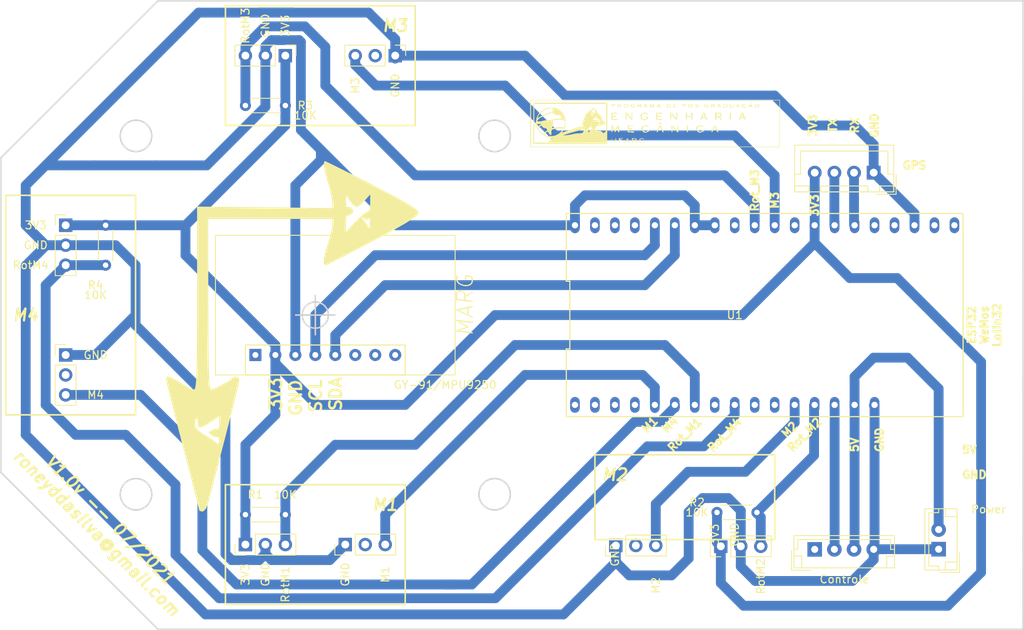
<source format=kicad_pcb>
(kicad_pcb (version 20171130) (host pcbnew 5.1.10)

  (general
    (thickness 1.6)
    (drawings 73)
    (tracks 222)
    (zones 0)
    (modules 23)
    (nets 42)
  )

  (page A4)
  (title_block
    (title "protótipo Vant")
    (date 2021-07-30)
    (company "Universidade Federal do ABC")
    (comment 1 "versão para produção")
  )

  (layers
    (0 F.Cu jumper)
    (31 B.Cu signal)
    (33 F.Adhes user)
    (35 F.Paste user)
    (36 B.SilkS user)
    (37 F.SilkS user)
    (39 F.Mask user)
    (40 Dwgs.User user)
    (41 Cmts.User user)
    (42 Eco1.User user)
    (43 Eco2.User user)
    (44 Edge.Cuts user)
    (45 Margin user)
    (46 B.CrtYd user)
    (47 F.CrtYd user)
    (49 F.Fab user)
  )

  (setup
    (last_trace_width 0.8)
    (user_trace_width 1)
    (user_trace_width 1.25)
    (trace_clearance 0.5)
    (zone_clearance 0.508)
    (zone_45_only no)
    (trace_min 0.3)
    (via_size 0.8)
    (via_drill 0.5)
    (via_min_size 0.6)
    (via_min_drill 0.5)
    (user_via 1 0.75)
    (uvia_size 0.3)
    (uvia_drill 0.1)
    (uvias_allowed no)
    (uvia_min_size 0.2)
    (uvia_min_drill 0.1)
    (edge_width 0.2)
    (segment_width 0.2)
    (pcb_text_width 0.3)
    (pcb_text_size 1.5 1.5)
    (mod_edge_width 0.12)
    (mod_text_size 1 1)
    (mod_text_width 0.15)
    (pad_size 2.2 2.2)
    (pad_drill 2.2)
    (pad_to_mask_clearance 0)
    (aux_axis_origin 40.64 124.46)
    (grid_origin 150.5712 95.8088)
    (visible_elements FFFFFFFF)
    (pcbplotparams
      (layerselection 0x2ffba_ffffffff)
      (usegerberextensions false)
      (usegerberattributes true)
      (usegerberadvancedattributes true)
      (creategerberjobfile true)
      (excludeedgelayer true)
      (linewidth 0.100000)
      (plotframeref true)
      (viasonmask false)
      (mode 1)
      (useauxorigin false)
      (hpglpennumber 1)
      (hpglpenspeed 20)
      (hpglpendiameter 15.000000)
      (psnegative false)
      (psa4output false)
      (plotreference true)
      (plotvalue true)
      (plotinvisibletext true)
      (padsonsilk false)
      (subtractmaskfromsilk false)
      (outputformat 1)
      (mirror false)
      (drillshape 0)
      (scaleselection 1)
      (outputdirectory "gerber_prototipo"))
  )

  (net 0 "")
  (net 1 tx_gps)
  (net 2 rx_gps)
  (net 3 +5V)
  (net 4 com_M4)
  (net 5 com_M2)
  (net 6 com_M3)
  (net 7 com_M1)
  (net 8 rx_cont)
  (net 9 3V)
  (net 10 SCL)
  (net 11 SDA)
  (net 12 Rot_M2)
  (net 13 Rot_M1)
  (net 14 Rot_M3)
  (net 15 Rot_M4)
  (net 16 GND)
  (net 17 tx_cont)
  (net 18 "Net-(M1-Pad2)")
  (net 19 "Net-(M2-Pad2)")
  (net 20 "Net-(M3-Pad2)")
  (net 21 "Net-(M4-Pad2)")
  (net 22 "Net-(MPU9250-Pad8)")
  (net 23 "Net-(MPU9250-Pad7)")
  (net 24 "Net-(MPU9250-Pad6)")
  (net 25 "Net-(MPU9250-Pad1)")
  (net 26 "Net-(U1-Pad36)")
  (net 27 "Net-(U1-Pad35)")
  (net 28 "Net-(U1-Pad33)")
  (net 29 "Net-(U1-Pad32)")
  (net 30 "Net-(U1-Pad28)")
  (net 31 "Net-(U1-Pad11)")
  (net 32 "Net-(U1-Pad10)")
  (net 33 "Net-(U1-Pad25)")
  (net 34 "Net-(U1-Pad8)")
  (net 35 "Net-(U1-Pad4)")
  (net 36 "Net-(U1-Pad20)")
  (net 37 "Net-(U1-Pad3)")
  (net 38 "Net-(U1-Pad19)")
  (net 39 "Net-(U1-Pad2)")
  (net 40 "Net-(U1-Pad18)")
  (net 41 "Net-(U1-Pad1)")

  (net_class Default "This is the default net class."
    (clearance 0.5)
    (trace_width 0.8)
    (via_dia 0.8)
    (via_drill 0.5)
    (uvia_dia 0.3)
    (uvia_drill 0.1)
    (diff_pair_width 0.9)
    (diff_pair_gap 0.25)
    (add_net +5V)
    (add_net 3V)
    (add_net GND)
    (add_net "Net-(M1-Pad2)")
    (add_net "Net-(M2-Pad2)")
    (add_net "Net-(M3-Pad2)")
    (add_net "Net-(M4-Pad2)")
    (add_net "Net-(MPU9250-Pad1)")
    (add_net "Net-(MPU9250-Pad6)")
    (add_net "Net-(MPU9250-Pad7)")
    (add_net "Net-(MPU9250-Pad8)")
    (add_net "Net-(U1-Pad1)")
    (add_net "Net-(U1-Pad10)")
    (add_net "Net-(U1-Pad11)")
    (add_net "Net-(U1-Pad18)")
    (add_net "Net-(U1-Pad19)")
    (add_net "Net-(U1-Pad2)")
    (add_net "Net-(U1-Pad20)")
    (add_net "Net-(U1-Pad25)")
    (add_net "Net-(U1-Pad28)")
    (add_net "Net-(U1-Pad3)")
    (add_net "Net-(U1-Pad32)")
    (add_net "Net-(U1-Pad33)")
    (add_net "Net-(U1-Pad35)")
    (add_net "Net-(U1-Pad36)")
    (add_net "Net-(U1-Pad4)")
    (add_net "Net-(U1-Pad8)")
    (add_net Rot_M1)
    (add_net Rot_M2)
    (add_net Rot_M3)
    (add_net Rot_M4)
    (add_net SCL)
    (add_net SDA)
    (add_net com_M1)
    (add_net com_M2)
    (add_net com_M3)
    (add_net com_M4)
    (add_net rx_cont)
    (add_net rx_gps)
    (add_net tx_cont)
    (add_net tx_gps)
  )

  (module Connectors_JST:JST_EH_B02B-EH-A_02x2.50mm_Straight (layer F.Cu) (tedit 60FB0BB9) (tstamp 61062A3F)
    (at 229.8412 125.6088 90)
    (descr "JST EH series connector, B02B-EH-A, 2.50mm pitch, top entry")
    (tags "connector jst eh top vertical straight")
    (path /605D7ACA)
    (fp_text reference Power (at 5.08 6.35 180) (layer F.SilkS)
      (effects (font (size 1 1) (thickness 0.15)))
    )
    (fp_text value Power (at 1.25 3.5 270) (layer F.Fab)
      (effects (font (size 1 1) (thickness 0.15)))
    )
    (fp_line (start 5.65 -2.25) (end -3.15 -2.25) (layer F.CrtYd) (width 0.05))
    (fp_line (start 5.65 2.85) (end 5.65 -2.25) (layer F.CrtYd) (width 0.05))
    (fp_line (start -3.15 2.85) (end 5.65 2.85) (layer F.CrtYd) (width 0.05))
    (fp_line (start -3.15 -2.25) (end -3.15 2.85) (layer F.CrtYd) (width 0.05))
    (fp_line (start -2.95 2.65) (end -0.45 2.65) (layer F.Fab) (width 0.1))
    (fp_line (start -2.95 0.15) (end -2.95 2.65) (layer F.Fab) (width 0.1))
    (fp_line (start -2.95 2.65) (end -0.45 2.65) (layer F.SilkS) (width 0.12))
    (fp_line (start -2.95 0.15) (end -2.95 2.65) (layer F.SilkS) (width 0.12))
    (fp_line (start 4.15 0.85) (end 4.15 2.35) (layer F.SilkS) (width 0.12))
    (fp_line (start 5.15 0.85) (end 4.15 0.85) (layer F.SilkS) (width 0.12))
    (fp_line (start -1.65 0.85) (end -1.65 2.35) (layer F.SilkS) (width 0.12))
    (fp_line (start -2.65 0.85) (end -1.65 0.85) (layer F.SilkS) (width 0.12))
    (fp_line (start 4.65 0) (end 5.15 0) (layer F.SilkS) (width 0.12))
    (fp_line (start 4.65 -1.25) (end 4.65 0) (layer F.SilkS) (width 0.12))
    (fp_line (start -2.15 -1.25) (end 4.65 -1.25) (layer F.SilkS) (width 0.12))
    (fp_line (start -2.15 0) (end -2.15 -1.25) (layer F.SilkS) (width 0.12))
    (fp_line (start -2.65 0) (end -2.15 0) (layer F.SilkS) (width 0.12))
    (fp_line (start 5.15 -1.75) (end -2.65 -1.75) (layer F.SilkS) (width 0.12))
    (fp_line (start 5.15 2.35) (end 5.15 -1.75) (layer F.SilkS) (width 0.12))
    (fp_line (start -2.65 2.35) (end 5.15 2.35) (layer F.SilkS) (width 0.12))
    (fp_line (start -2.65 -1.75) (end -2.65 2.35) (layer F.SilkS) (width 0.12))
    (fp_line (start 5 -1.6) (end -2.5 -1.6) (layer F.Fab) (width 0.1))
    (fp_line (start 5 2.2) (end 5 -1.6) (layer F.Fab) (width 0.1))
    (fp_line (start -2.5 2.2) (end 5 2.2) (layer F.Fab) (width 0.1))
    (fp_line (start -2.5 -1.6) (end -2.5 2.2) (layer F.Fab) (width 0.1))
    (fp_text user %R (at 1.25 -3 270) (layer F.Fab)
      (effects (font (size 1 1) (thickness 0.15)))
    )
    (pad 1 thru_hole rect (at 0 0 90) (size 1.85 1.85) (drill 0.9) (layers *.Cu *.Mask)
      (net 16 GND))
    (pad 2 thru_hole circle (at 2.5 0 90) (size 1.85 1.85) (drill 0.9) (layers *.Cu *.Mask)
      (net 3 +5V))
    (model ${KIPRJMOD}/Connector_JST.3dshapes/JST_XH_B2B-XH-A_1x02_P2.50mm_Vertical.step
      (at (xyz 0 0 0))
      (scale (xyz 1 1 1))
      (rotate (xyz 0 0 0))
    )
    (model ${KISYS3DMOD}/Connector_JST.3dshapes/JST_XH_B2B-XH-A_1x02_P2.50mm_Vertical.wrl
      (at (xyz 0 0 0))
      (scale (xyz 1 1 1))
      (rotate (xyz 0 0 0))
    )
  )

  (module ESP32-Footprints:esp32_lolin32 (layer F.Cu) (tedit 60FB26B8) (tstamp 610626BD)
    (at 202.641 95.8088 90)
    (path /605A7AB9)
    (fp_text reference U1 (at 0 1.2702 180) (layer F.SilkS)
      (effects (font (size 1 1) (thickness 0.15)))
    )
    (fp_text value Lolin32 (at 0 5.08) (layer F.Fab)
      (effects (font (size 1 1) (thickness 0.15)))
    )
    (fp_line (start -12.929999 -20.15) (end -12.93 30.31) (layer F.SilkS) (width 0.15))
    (fp_line (start -12.93 30.31) (end 12.929999 30.31) (layer F.SilkS) (width 0.15))
    (fp_line (start 12.929999 30.31) (end 12.93 -20.15) (layer F.SilkS) (width 0.15))
    (fp_line (start 12.93 -20.15) (end 4.31 -20.15) (layer F.SilkS) (width 0.15))
    (fp_line (start 4.31 -20.15) (end 4.31 -19.7) (layer F.SilkS) (width 0.15))
    (fp_line (start 4.31 -19.7) (end -4.309999 -19.7) (layer F.SilkS) (width 0.15))
    (fp_line (start -4.309999 -19.7) (end -4.309999 -20.15) (layer F.SilkS) (width 0.15))
    (fp_line (start -4.309999 -20.15) (end -12.929999 -20.15) (layer F.SilkS) (width 0.15))
    (fp_line (start 13.1 -20.32) (end 13.1 30.48) (layer F.CrtYd) (width 0.05))
    (fp_line (start 13.1 30.48) (end -13.1 30.48) (layer F.CrtYd) (width 0.05))
    (fp_line (start -13.1 30.48) (end -13.1 -20.32) (layer F.CrtYd) (width 0.05))
    (fp_line (start -13.1 -20.32) (end 13.1 -20.32) (layer F.CrtYd) (width 0.05))
    (pad 36 thru_hole oval (at 11.43 29.21) (size 1.2 2) (drill 0.8) (layers *.Cu *.Mask)
      (net 26 "Net-(U1-Pad36)"))
    (pad 35 thru_hole oval (at 11.43 26.67) (size 1.2 2) (drill 0.8) (layers *.Cu *.Mask)
      (net 27 "Net-(U1-Pad35)"))
    (pad 34 thru_hole oval (at 11.43 24.13) (size 1.2 2) (drill 0.8) (layers *.Cu *.Mask)
      (net 16 GND))
    (pad 33 thru_hole oval (at 11.43 21.59) (size 1.2 2) (drill 0.8) (layers *.Cu *.Mask)
      (net 28 "Net-(U1-Pad33)"))
    (pad 16 thru_hole oval (at -11.43 19.05) (size 1.2 2) (drill 0.8) (layers *.Cu *.Mask)
      (net 16 GND))
    (pad 32 thru_hole oval (at 11.43 19.05) (size 1.2 2) (drill 0.8) (layers *.Cu *.Mask)
      (net 29 "Net-(U1-Pad32)"))
    (pad 15 thru_hole oval (at -11.43 16.51) (size 1.2 2) (drill 0.8) (layers *.Cu *.Mask)
      (net 3 +5V))
    (pad 31 thru_hole oval (at 11.43 16.51) (size 1.2 2) (drill 0.8) (layers *.Cu *.Mask)
      (net 2 rx_gps))
    (pad 14 thru_hole oval (at -11.43 13.97) (size 1.2 2) (drill 0.8) (layers *.Cu *.Mask)
      (net 8 rx_cont))
    (pad 30 thru_hole oval (at 11.43 13.97) (size 1.2 2) (drill 0.8) (layers *.Cu *.Mask)
      (net 1 tx_gps))
    (pad 13 thru_hole oval (at -11.43 11.43) (size 1.2 2) (drill 0.8) (layers *.Cu *.Mask)
      (net 12 Rot_M2))
    (pad 29 thru_hole oval (at 11.43 11.43) (size 1.2 2) (drill 0.8) (layers *.Cu *.Mask)
      (net 9 3V))
    (pad 12 thru_hole oval (at -11.43 8.89) (size 1.2 2) (drill 0.8) (layers *.Cu *.Mask)
      (net 5 com_M2))
    (pad 28 thru_hole oval (at 11.43 8.89) (size 1.2 2) (drill 0.8) (layers *.Cu *.Mask)
      (net 30 "Net-(U1-Pad28)"))
    (pad 11 thru_hole oval (at -11.43 6.35) (size 1.2 2) (drill 0.8) (layers *.Cu *.Mask)
      (net 31 "Net-(U1-Pad11)"))
    (pad 27 thru_hole oval (at 11.43 6.35) (size 1.2 2) (drill 0.8) (layers *.Cu *.Mask)
      (net 6 com_M3))
    (pad 10 thru_hole oval (at -11.43 3.81) (size 1.2 2) (drill 0.8) (layers *.Cu *.Mask)
      (net 32 "Net-(U1-Pad10)"))
    (pad 26 thru_hole oval (at 11.43 3.81) (size 1.2 2) (drill 0.8) (layers *.Cu *.Mask)
      (net 14 Rot_M3))
    (pad 9 thru_hole oval (at -11.43 1.27) (size 1.2 2) (drill 0.8) (layers *.Cu *.Mask)
      (net 15 Rot_M4))
    (pad 25 thru_hole oval (at 11.43 1.27) (size 1.2 2) (drill 0.8) (layers *.Cu *.Mask)
      (net 33 "Net-(U1-Pad25)"))
    (pad 8 thru_hole oval (at -11.43 -1.27) (size 1.2 2) (drill 0.8) (layers *.Cu *.Mask)
      (net 34 "Net-(U1-Pad8)"))
    (pad 24 thru_hole oval (at 11.43 -1.27) (size 1.2 2) (drill 0.8) (layers *.Cu *.Mask)
      (net 16 GND))
    (pad 7 thru_hole oval (at -11.43 -3.81) (size 1.2 2) (drill 0.8) (layers *.Cu *.Mask)
      (net 13 Rot_M1))
    (pad 23 thru_hole oval (at 11.43 -3.81) (size 1.2 2) (drill 0.8) (layers *.Cu *.Mask)
      (net 16 GND))
    (pad 6 thru_hole oval (at -11.43 -6.35) (size 1.2 2) (drill 0.8) (layers *.Cu *.Mask)
      (net 4 com_M4))
    (pad 22 thru_hole oval (at 11.43 -6.35) (size 1.2 2) (drill 0.8) (layers *.Cu *.Mask)
      (net 11 SDA))
    (pad 5 thru_hole oval (at -11.43 -8.89) (size 1.2 2) (drill 0.8) (layers *.Cu *.Mask)
      (net 7 com_M1))
    (pad 21 thru_hole oval (at 11.43 -8.89) (size 1.2 2) (drill 0.8) (layers *.Cu *.Mask)
      (net 10 SCL))
    (pad 4 thru_hole oval (at -11.43 -11.43) (size 1.2 2) (drill 0.8) (layers *.Cu *.Mask)
      (net 35 "Net-(U1-Pad4)"))
    (pad 20 thru_hole oval (at 11.43 -11.43) (size 1.2 2) (drill 0.8) (layers *.Cu *.Mask)
      (net 36 "Net-(U1-Pad20)"))
    (pad 3 thru_hole oval (at -11.43 -13.97) (size 1.2 2) (drill 0.8) (layers *.Cu *.Mask)
      (net 37 "Net-(U1-Pad3)"))
    (pad 19 thru_hole oval (at 11.43 -13.97) (size 1.2 2) (drill 0.8) (layers *.Cu *.Mask)
      (net 38 "Net-(U1-Pad19)"))
    (pad 2 thru_hole oval (at -11.43 -16.51) (size 1.2 2) (drill 0.8) (layers *.Cu *.Mask)
      (net 39 "Net-(U1-Pad2)"))
    (pad 18 thru_hole oval (at 11.43 -16.51) (size 1.2 2) (drill 0.8) (layers *.Cu *.Mask)
      (net 40 "Net-(U1-Pad18)"))
    (pad 1 thru_hole oval (at -11.43 -19.05) (size 1.2 2) (drill 0.8) (layers *.Cu *.Mask)
      (net 41 "Net-(U1-Pad1)"))
    (pad 17 thru_hole oval (at 11.43 -19.05) (size 1.2 2) (drill 0.8) (layers *.Cu *.Mask)
      (net 16 GND))
    (model "${KIPRJMOD}/Wemos Lolin D32.stp"
      (offset (xyz 0 -2.8 7))
      (scale (xyz 1.03 1 1))
      (rotate (xyz 90 0 0))
    )
  )

  (module MountingHole:MountingHole_2.2mm_M2 (layer F.Cu) (tedit 610D8DA2) (tstamp 610DEB70)
    (at 173.4312 118.6688)
    (descr "Mounting Hole 2.2mm, no annular, M2")
    (tags "mounting hole 2.2mm no annular m2")
    (attr virtual)
    (fp_text reference "" (at 0 -3.2) (layer F.SilkS)
      (effects (font (size 1 1) (thickness 0.15)))
    )
    (fp_text value MountingHole_2.2mm_M2 (at 0 3.2) (layer F.Fab)
      (effects (font (size 1 1) (thickness 0.15)))
    )
    (fp_circle (center 0 0) (end 2.45 0) (layer F.CrtYd) (width 0.05))
    (fp_circle (center 0 0) (end 2.2 0) (layer Cmts.User) (width 0.15))
    (fp_text user %R (at 0.3 0) (layer F.Fab)
      (effects (font (size 1 1) (thickness 0.15)))
    )
    (pad "" np_thru_hole circle (at 0 0) (size 2.2 2.2) (drill 2.2) (layers *.Cu *.Mask)
      (solder_mask_margin 2) (clearance 2))
  )

  (module MountingHole:MountingHole_2.2mm_M2 (layer F.Cu) (tedit 610D8AAC) (tstamp 610DEB53)
    (at 173.4312 72.9488)
    (descr "Mounting Hole 2.2mm, no annular, M2")
    (tags "mounting hole 2.2mm no annular m2")
    (solder_mask_margin 2)
    (clearance 2)
    (attr virtual)
    (fp_text reference "" (at 0 -3.2) (layer F.SilkS)
      (effects (font (size 1 1) (thickness 0.15)))
    )
    (fp_text value MountingHole_2.2mm_M2 (at 0 3.2) (layer F.Fab)
      (effects (font (size 1 1) (thickness 0.15)))
    )
    (fp_circle (center 0 0) (end 2.45 0) (layer F.CrtYd) (width 0.05))
    (fp_circle (center 0 0) (end 2.2 0) (layer Cmts.User) (width 0.15))
    (fp_text user %R (at 0.3 0) (layer F.Fab)
      (effects (font (size 1 1) (thickness 0.15)))
    )
    (pad "" np_thru_hole circle (at 0 0) (size 2.2 2.2) (drill 2.2) (layers *.Cu *.Mask))
  )

  (module MountingHole:MountingHole_2.2mm_M2 (layer F.Cu) (tedit 610D8DAD) (tstamp 610DEB36)
    (at 127.7112 72.9488)
    (descr "Mounting Hole 2.2mm, no annular, M2")
    (tags "mounting hole 2.2mm no annular m2")
    (attr virtual)
    (fp_text reference "" (at 0 -3.2) (layer F.SilkS)
      (effects (font (size 1 1) (thickness 0.15)))
    )
    (fp_text value MountingHole_2.2mm_M2 (at 0 3.2) (layer F.Fab)
      (effects (font (size 1 1) (thickness 0.15)))
    )
    (fp_circle (center 0 0) (end 2.45 0) (layer F.CrtYd) (width 0.05))
    (fp_circle (center 0 0) (end 2.2 0) (layer Cmts.User) (width 0.15))
    (fp_text user %R (at 0.3 0) (layer F.Fab)
      (effects (font (size 1 1) (thickness 0.15)))
    )
    (pad "" np_thru_hole circle (at 0 0) (size 2.2 2.2) (drill 2.2) (layers *.Cu *.Mask)
      (solder_mask_margin 2) (clearance 2))
  )

  (module MountingHole:MountingHole_2.2mm_M2 (layer F.Cu) (tedit 610D8DA8) (tstamp 610DEA94)
    (at 127.7112 118.6688)
    (descr "Mounting Hole 2.2mm, no annular, M2")
    (tags "mounting hole 2.2mm no annular m2")
    (attr virtual)
    (fp_text reference "" (at 0 -3.2) (layer F.SilkS)
      (effects (font (size 1 1) (thickness 0.15)))
    )
    (fp_text value MountingHole_2.2mm_M2 (at 0 3.2) (layer F.Fab)
      (effects (font (size 1 1) (thickness 0.15)))
    )
    (fp_circle (center 0 0) (end 2.45 0) (layer F.CrtYd) (width 0.05))
    (fp_circle (center 0 0) (end 2.2 0) (layer Cmts.User) (width 0.15))
    (fp_text user %R (at 0.3 0) (layer F.Fab)
      (effects (font (size 1 1) (thickness 0.15)))
    )
    (pad "" np_thru_hole circle (at 0 0) (size 2.2 2.2) (drill 2.2) (layers *.Cu *.Mask)
      (solder_mask_margin 2) (clearance 2))
  )

  (module Connectors_JST:JST_EH_B04B-EH-A_04x2.50mm_Straight (layer F.Cu) (tedit 60FEFE7C) (tstamp 61062891)
    (at 214.0812 125.6288)
    (descr "JST EH series connector, B04B-EH-A, 2.50mm pitch, top entry")
    (tags "connector jst eh top vertical straight")
    (path /605AAD17)
    (fp_text reference Controle (at 3.7702 3.8098 180) (layer F.SilkS)
      (effects (font (size 1 1) (thickness 0.15)))
    )
    (fp_text value Controle (at 3.75 3.5 -180) (layer F.Fab)
      (effects (font (size 1 1) (thickness 0.15)))
    )
    (fp_line (start 10.65 -2.25) (end -3.15 -2.25) (layer F.CrtYd) (width 0.05))
    (fp_line (start 10.65 2.85) (end 10.65 -2.25) (layer F.CrtYd) (width 0.05))
    (fp_line (start -3.15 2.85) (end 10.65 2.85) (layer F.CrtYd) (width 0.05))
    (fp_line (start -3.15 -2.25) (end -3.15 2.85) (layer F.CrtYd) (width 0.05))
    (fp_line (start -2.95 2.65) (end -0.45 2.65) (layer F.Fab) (width 0.1))
    (fp_line (start -2.95 0.15) (end -2.95 2.65) (layer F.Fab) (width 0.1))
    (fp_line (start -2.95 2.65) (end -0.45 2.65) (layer F.SilkS) (width 0.12))
    (fp_line (start -2.95 0.15) (end -2.95 2.65) (layer F.SilkS) (width 0.12))
    (fp_line (start 9.15 0.85) (end 9.15 2.35) (layer F.SilkS) (width 0.12))
    (fp_line (start 10.15 0.85) (end 9.15 0.85) (layer F.SilkS) (width 0.12))
    (fp_line (start -1.65 0.85) (end -1.65 2.35) (layer F.SilkS) (width 0.12))
    (fp_line (start -2.65 0.85) (end -1.65 0.85) (layer F.SilkS) (width 0.12))
    (fp_line (start 9.65 0) (end 10.15 0) (layer F.SilkS) (width 0.12))
    (fp_line (start 9.65 -1.25) (end 9.65 0) (layer F.SilkS) (width 0.12))
    (fp_line (start -2.15 -1.25) (end 9.65 -1.25) (layer F.SilkS) (width 0.12))
    (fp_line (start -2.15 0) (end -2.15 -1.25) (layer F.SilkS) (width 0.12))
    (fp_line (start -2.65 0) (end -2.15 0) (layer F.SilkS) (width 0.12))
    (fp_line (start 10.15 -1.75) (end -2.65 -1.75) (layer F.SilkS) (width 0.12))
    (fp_line (start 10.15 2.35) (end 10.15 -1.75) (layer F.SilkS) (width 0.12))
    (fp_line (start -2.65 2.35) (end 10.15 2.35) (layer F.SilkS) (width 0.12))
    (fp_line (start -2.65 -1.75) (end -2.65 2.35) (layer F.SilkS) (width 0.12))
    (fp_line (start 10 -1.6) (end -2.5 -1.6) (layer F.Fab) (width 0.1))
    (fp_line (start 10 2.2) (end 10 -1.6) (layer F.Fab) (width 0.1))
    (fp_line (start -2.5 2.2) (end 10 2.2) (layer F.Fab) (width 0.1))
    (fp_line (start -2.5 -1.6) (end -2.5 2.2) (layer F.Fab) (width 0.1))
    (fp_text user %R (at 3.75 -3 -180) (layer F.Fab)
      (effects (font (size 1 1) (thickness 0.15)))
    )
    (pad 1 thru_hole rect (at 0 0) (size 1.85 1.85) (drill 0.9) (layers *.Cu *.Mask)
      (net 17 tx_cont))
    (pad 2 thru_hole circle (at 2.5 0) (size 1.85 1.85) (drill 0.9) (layers *.Cu *.Mask)
      (net 8 rx_cont))
    (pad 3 thru_hole circle (at 5 0) (size 1.85 1.85) (drill 0.9) (layers *.Cu *.Mask)
      (net 3 +5V))
    (pad 4 thru_hole circle (at 7.5 0) (size 1.85 1.85) (drill 0.9) (layers *.Cu *.Mask)
      (net 16 GND))
    (model ${KIPRJMOD}/Connector_JST.3dshapes/JST_XH_B4B-XH-A_1x04_P2.50mm_Vertical.wrl
      (at (xyz 0 0 0))
      (scale (xyz 1 1 1))
      (rotate (xyz 0 0 0))
    )
    (model ${KISYS3DMOD}/Connector_JST.3dshapes/JST_XH_B4B-XH-A_1x04_P2.50mm_Vertical.step
      (at (xyz 0 0 0))
      (scale (xyz 1 1 1))
      (rotate (xyz 0 0 0))
    )
  )

  (module Connector_PinHeader_2.54mm:PinHeader_1x03_P2.54mm_Vertical (layer F.Cu) (tedit 61001653) (tstamp 6106257A)
    (at 202.1412 125.2388 90)
    (descr "Through hole straight pin header, 1x03, 2.54mm pitch, single row")
    (tags "Through hole pin header THT 1x03 2.54mm single row")
    (path /60FE9D5C)
    (fp_text reference RotM2 (at -3.81 5.08 90) (layer F.SilkS)
      (effects (font (size 1 1) (thickness 0.15)))
    )
    (fp_text value RotM2 (at -2.7942 2.0318) (layer F.Fab)
      (effects (font (size 1 1) (thickness 0.15)))
    )
    (fp_line (start 1.8 -1.8) (end -1.8 -1.8) (layer F.CrtYd) (width 0.05))
    (fp_line (start 1.8 6.85) (end 1.8 -1.8) (layer F.CrtYd) (width 0.05))
    (fp_line (start -1.8 6.85) (end 1.8 6.85) (layer F.CrtYd) (width 0.05))
    (fp_line (start -1.8 -1.8) (end -1.8 6.85) (layer F.CrtYd) (width 0.05))
    (fp_line (start -1.33 -1.33) (end 0 -1.33) (layer F.SilkS) (width 0.12))
    (fp_line (start -1.33 0) (end -1.33 -1.33) (layer F.SilkS) (width 0.12))
    (fp_line (start -1.33 1.27) (end 1.33 1.27) (layer F.SilkS) (width 0.12))
    (fp_line (start 1.33 1.27) (end 1.33 6.41) (layer F.SilkS) (width 0.12))
    (fp_line (start -1.33 1.27) (end -1.33 6.41) (layer F.SilkS) (width 0.12))
    (fp_line (start -1.33 6.41) (end 1.33 6.41) (layer F.SilkS) (width 0.12))
    (fp_line (start -1.27 -0.635) (end -0.635 -1.27) (layer F.Fab) (width 0.1))
    (fp_line (start -1.27 6.35) (end -1.27 -0.635) (layer F.Fab) (width 0.1))
    (fp_line (start 1.27 6.35) (end -1.27 6.35) (layer F.Fab) (width 0.1))
    (fp_line (start 1.27 -1.27) (end 1.27 6.35) (layer F.Fab) (width 0.1))
    (fp_line (start -0.635 -1.27) (end 1.27 -1.27) (layer F.Fab) (width 0.1))
    (fp_text user %R (at 0 2.54) (layer F.Fab)
      (effects (font (size 1 1) (thickness 0.15)))
    )
    (pad 3 thru_hole oval (at 0 5.08 90) (size 1.7 1.7) (drill 1) (layers *.Cu *.Mask)
      (net 12 Rot_M2))
    (pad 2 thru_hole oval (at 0 2.54 90) (size 1.7 1.7) (drill 1) (layers *.Cu *.Mask)
      (net 16 GND))
    (pad 1 thru_hole rect (at 0 0 90) (size 1.7 1.7) (drill 1) (layers *.Cu *.Mask)
      (net 9 3V))
    (model ${KISYS3DMOD}/Connector_PinHeader_2.54mm.3dshapes/PinHeader_1x03_P2.54mm_Vertical.wrl
      (at (xyz 0 0 0))
      (scale (xyz 1 1 1))
      (rotate (xyz 0 0 0))
    )
  )

  (module Connector_PinHeader_2.54mm:PinHeader_1x03_P2.54mm_Vertical (layer F.Cu) (tedit 59FED5CC) (tstamp 61062B6B)
    (at 146.7612 62.7888 270)
    (descr "Through hole straight pin header, 1x03, 2.54mm pitch, single row")
    (tags "Through hole pin header THT 1x03 2.54mm single row")
    (path /60FE9C28)
    (fp_text reference RotM3 (at -3.81 5.08 90) (layer F.SilkS)
      (effects (font (size 1 1) (thickness 0.15)))
    )
    (fp_text value RotM3 (at 0 7.41 90) (layer F.Fab)
      (effects (font (size 1 1) (thickness 0.15)))
    )
    (fp_line (start -0.635 -1.27) (end 1.27 -1.27) (layer F.Fab) (width 0.1))
    (fp_line (start 1.27 -1.27) (end 1.27 6.35) (layer F.Fab) (width 0.1))
    (fp_line (start 1.27 6.35) (end -1.27 6.35) (layer F.Fab) (width 0.1))
    (fp_line (start -1.27 6.35) (end -1.27 -0.635) (layer F.Fab) (width 0.1))
    (fp_line (start -1.27 -0.635) (end -0.635 -1.27) (layer F.Fab) (width 0.1))
    (fp_line (start -1.33 6.41) (end 1.33 6.41) (layer F.SilkS) (width 0.12))
    (fp_line (start -1.33 1.27) (end -1.33 6.41) (layer F.SilkS) (width 0.12))
    (fp_line (start 1.33 1.27) (end 1.33 6.41) (layer F.SilkS) (width 0.12))
    (fp_line (start -1.33 1.27) (end 1.33 1.27) (layer F.SilkS) (width 0.12))
    (fp_line (start -1.33 0) (end -1.33 -1.33) (layer F.SilkS) (width 0.12))
    (fp_line (start -1.33 -1.33) (end 0 -1.33) (layer F.SilkS) (width 0.12))
    (fp_line (start -1.8 -1.8) (end -1.8 6.85) (layer F.CrtYd) (width 0.05))
    (fp_line (start -1.8 6.85) (end 1.8 6.85) (layer F.CrtYd) (width 0.05))
    (fp_line (start 1.8 6.85) (end 1.8 -1.8) (layer F.CrtYd) (width 0.05))
    (fp_line (start 1.8 -1.8) (end -1.8 -1.8) (layer F.CrtYd) (width 0.05))
    (fp_text user %R (at 0 2.54 180) (layer F.Fab)
      (effects (font (size 1 1) (thickness 0.15)))
    )
    (pad 1 thru_hole rect (at 0 0 270) (size 1.7 1.7) (drill 1) (layers *.Cu *.Mask)
      (net 9 3V))
    (pad 2 thru_hole oval (at 0 2.54 270) (size 1.7 1.7) (drill 1) (layers *.Cu *.Mask)
      (net 16 GND))
    (pad 3 thru_hole oval (at 0 5.08 270) (size 1.7 1.7) (drill 1) (layers *.Cu *.Mask)
      (net 14 Rot_M3))
    (model ${KISYS3DMOD}/Connector_PinHeader_2.54mm.3dshapes/PinHeader_1x03_P2.54mm_Vertical.wrl
      (at (xyz 0 0 0))
      (scale (xyz 1 1 1))
      (rotate (xyz 0 0 0))
    )
  )

  (module Resistor_THT:R_Axial_DIN0204_L3.6mm_D1.6mm_P5.08mm_Horizontal (layer F.Cu) (tedit 5AE5139B) (tstamp 61062765)
    (at 146.7612 69.1388 180)
    (descr "Resistor, Axial_DIN0204 series, Axial, Horizontal, pin pitch=5.08mm, 0.167W, length*diameter=3.6*1.6mm^2, http://cdn-reichelt.de/documents/datenblatt/B400/1_4W%23YAG.pdf")
    (tags "Resistor Axial_DIN0204 series Axial Horizontal pin pitch 5.08mm 0.167W length 3.6mm diameter 1.6mm")
    (path /60FF35DF)
    (fp_text reference R3 (at -2.54 0) (layer F.SilkS)
      (effects (font (size 1 1) (thickness 0.15)))
    )
    (fp_text value 10K (at 2.54 1.92) (layer F.Fab)
      (effects (font (size 1 1) (thickness 0.15)))
    )
    (fp_line (start 0.74 -0.8) (end 0.74 0.8) (layer F.Fab) (width 0.1))
    (fp_line (start 0.74 0.8) (end 4.34 0.8) (layer F.Fab) (width 0.1))
    (fp_line (start 4.34 0.8) (end 4.34 -0.8) (layer F.Fab) (width 0.1))
    (fp_line (start 4.34 -0.8) (end 0.74 -0.8) (layer F.Fab) (width 0.1))
    (fp_line (start 0 0) (end 0.74 0) (layer F.Fab) (width 0.1))
    (fp_line (start 5.08 0) (end 4.34 0) (layer F.Fab) (width 0.1))
    (fp_line (start 0.62 -0.92) (end 4.46 -0.92) (layer F.SilkS) (width 0.12))
    (fp_line (start 0.62 0.92) (end 4.46 0.92) (layer F.SilkS) (width 0.12))
    (fp_line (start -0.95 -1.05) (end -0.95 1.05) (layer F.CrtYd) (width 0.05))
    (fp_line (start -0.95 1.05) (end 6.03 1.05) (layer F.CrtYd) (width 0.05))
    (fp_line (start 6.03 1.05) (end 6.03 -1.05) (layer F.CrtYd) (width 0.05))
    (fp_line (start 6.03 -1.05) (end -0.95 -1.05) (layer F.CrtYd) (width 0.05))
    (fp_text user %V (at -2.54 -1.27) (layer F.SilkS)
      (effects (font (size 1 1) (thickness 0.15)))
    )
    (pad 1 thru_hole circle (at 0 0 180) (size 1.4 1.4) (drill 0.7) (layers *.Cu *.Mask)
      (net 9 3V))
    (pad 2 thru_hole oval (at 5.08 0 180) (size 1.4 1.4) (drill 0.7) (layers *.Cu *.Mask)
      (net 14 Rot_M3))
    (model ${KISYS3DMOD}/Resistor_THT.3dshapes/R_Axial_DIN0204_L3.6mm_D1.6mm_P5.08mm_Horizontal.wrl
      (at (xyz 0 0 0))
      (scale (xyz 1 1 1))
      (rotate (xyz 0 0 0))
    )
  )

  (module Connector_PinHeader_2.54mm:PinHeader_1x03_P2.54mm_Vertical (layer F.Cu) (tedit 610C36AD) (tstamp 610629F4)
    (at 188.7912 125.1388 90)
    (descr "Through hole straight pin header, 1x03, 2.54mm pitch, single row")
    (tags "Through hole pin header THT 1x03 2.54mm single row")
    (path /605B5361)
    (fp_text reference M2 (at -5.08 5.08 90) (layer F.SilkS)
      (effects (font (size 1 1) (thickness 0.15)))
    )
    (fp_text value M2 (at 0 7.41 90) (layer F.Fab)
      (effects (font (size 1 1) (thickness 0.15)))
    )
    (fp_line (start -0.635 -1.27) (end 1.27 -1.27) (layer F.Fab) (width 0.1))
    (fp_line (start 1.27 -1.27) (end 1.27 6.35) (layer F.Fab) (width 0.1))
    (fp_line (start 1.27 6.35) (end -1.27 6.35) (layer F.Fab) (width 0.1))
    (fp_line (start -1.27 6.35) (end -1.27 -0.635) (layer F.Fab) (width 0.1))
    (fp_line (start -1.27 -0.635) (end -0.635 -1.27) (layer F.Fab) (width 0.1))
    (fp_line (start -1.33 6.41) (end 1.33 6.41) (layer F.SilkS) (width 0.12))
    (fp_line (start -1.33 1.27) (end -1.33 6.41) (layer F.SilkS) (width 0.12))
    (fp_line (start 1.33 1.27) (end 1.33 6.41) (layer F.SilkS) (width 0.12))
    (fp_line (start -1.33 1.27) (end 1.33 1.27) (layer F.SilkS) (width 0.12))
    (fp_line (start -1.33 0) (end -1.33 -1.33) (layer F.SilkS) (width 0.12))
    (fp_line (start -1.33 -1.33) (end 0 -1.33) (layer F.SilkS) (width 0.12))
    (fp_line (start -1.8 -1.8) (end -1.8 6.85) (layer F.CrtYd) (width 0.05))
    (fp_line (start -1.8 6.85) (end 1.8 6.85) (layer F.CrtYd) (width 0.05))
    (fp_line (start 1.8 6.85) (end 1.8 -1.8) (layer F.CrtYd) (width 0.05))
    (fp_line (start 1.8 -1.8) (end -1.8 -1.8) (layer F.CrtYd) (width 0.05))
    (fp_text user %R (at 0 2.54 180) (layer F.Fab)
      (effects (font (size 1 1) (thickness 0.15)))
    )
    (pad 3 thru_hole oval (at 0 5.08 90) (size 1.7 1.7) (drill 1) (layers *.Cu *.Mask)
      (net 5 com_M2))
    (pad 2 thru_hole oval (at 0 2.54 90) (size 1.7 1.7) (drill 1) (layers *.Cu *.Mask)
      (net 19 "Net-(M2-Pad2)"))
    (pad 1 thru_hole rect (at 0 0 90) (size 1.7 1.7) (drill 1) (layers *.Cu *.Mask)
      (net 16 GND))
    (model ${KISYS3DMOD}/Connector_PinHeader_2.54mm.3dshapes/PinHeader_1x03_P2.54mm_Vertical.wrl
      (at (xyz 0 0 0))
      (scale (xyz 1 1 1))
      (rotate (xyz 0 0 0))
    )
  )

  (module prototipo:sistema_cordenadas (layer F.Cu) (tedit 0) (tstamp 61062727)
    (at 155.2956 101.6254 270)
    (path /60FBAC79)
    (fp_text reference U2 (at 3.8354 -0.3556 270) (layer F.SilkS) hide
      (effects (font (size 1 1) (thickness 0.15)))
    )
    (fp_text value sistema_coordenadas (at -11.1506 21.2344 270) (layer F.SilkS) hide
      (effects (font (size 1 1) (thickness 0.15)))
    )
    (fp_poly (pts (xy -18.510678 -8.211395) (xy -18.095132 -7.679574) (xy -17.518136 -6.767576) (xy -16.757036 -5.438406)
      (xy -15.789175 -3.655068) (xy -15.198778 -2.54) (xy -14.332861 -0.886118) (xy -13.561918 0.601696)
      (xy -12.92298 1.850713) (xy -12.453076 2.788206) (xy -12.189239 3.341444) (xy -12.145237 3.457222)
      (xy -12.376387 3.641099) (xy -13.033633 3.618122) (xy -14.022708 3.400116) (xy -14.957778 3.104444)
      (xy -15.958267 2.797819) (xy -16.864097 2.59557) (xy -17.286111 2.549213) (xy -18.062222 2.54)
      (xy -18.062222 18.344444) (xy -7.196667 18.344444) (xy -4.017182 18.337333) (xy -1.395702 18.315889)
      (xy 0.674034 18.27994) (xy 2.198289 18.22932) (xy 3.183324 18.163858) (xy 3.635401 18.083385)
      (xy 3.668889 18.050979) (xy 3.534073 17.575961) (xy 3.240579 16.933333) (xy 7.069187 16.933333)
      (xy 7.884444 18.128965) (xy 8.411274 19.025229) (xy 8.515596 19.553207) (xy 8.197355 19.718956)
      (xy 7.870371 19.665452) (xy 7.437555 19.659453) (xy 7.337778 19.781977) (xy 7.57862 19.977031)
      (xy 8.016516 20.037778) (xy 8.529197 19.892391) (xy 9.029494 19.389398) (xy 9.473752 18.697222)
      (xy 9.962393 17.911111) (xy 10.380726 17.332784) (xy 10.558902 17.149321) (xy 10.574171 16.991891)
      (xy 10.213899 16.937655) (xy 9.770928 17.019073) (xy 9.71097 17.173978) (xy 9.68211 17.563928)
      (xy 9.482554 17.930396) (xy 9.175131 18.279776) (xy 8.95796 18.152635) (xy 8.795969 17.867969)
      (xy 8.621712 17.350831) (xy 8.664744 17.111552) (xy 8.548948 16.990661) (xy 8.028513 16.933936)
      (xy 7.956075 16.933333) (xy 7.069187 16.933333) (xy 3.240579 16.933333) (xy 3.205238 16.855953)
      (xy 2.795801 16.105956) (xy 2.419177 15.540973) (xy 2.26181 15.383603) (xy 1.992169 14.99386)
      (xy 2.069196 14.572682) (xy 2.41537 14.393333) (xy 2.823682 14.466098) (xy 3.758691 14.681314)
      (xy 5.202145 15.034363) (xy 7.135795 15.520626) (xy 9.541389 16.135484) (xy 12.400676 16.874318)
      (xy 15.695406 17.732512) (xy 18.132778 18.370765) (xy 18.843536 18.656146) (xy 19.182029 19.000229)
      (xy 19.191111 19.060878) (xy 19.109422 19.430262) (xy 19.044296 19.473333) (xy 18.744406 19.541879)
      (xy 17.967134 19.735793) (xy 16.781139 20.03749) (xy 15.255083 20.429387) (xy 13.457624 20.893897)
      (xy 11.457423 21.413436) (xy 10.779765 21.59) (xy 8.717381 22.124846) (xy 6.824977 22.610046)
      (xy 5.173379 23.027878) (xy 3.833417 23.360626) (xy 2.875918 23.590568) (xy 2.37171 23.699988)
      (xy 2.318802 23.706666) (xy 1.997748 23.530373) (xy 1.975555 23.434245) (xy 2.116754 23.061432)
      (xy 2.48049 22.388938) (xy 2.822222 21.826769) (xy 3.291265 21.025102) (xy 3.598723 20.380583)
      (xy 3.668889 20.123635) (xy 3.572061 20.030059) (xy 3.252048 19.952931) (xy 2.66455 19.890851)
      (xy 1.765269 19.84242) (xy 0.509909 19.806238) (xy -1.14583 19.780905) (xy -3.246244 19.76502)
      (xy -5.835632 19.757185) (xy -7.972778 19.755739) (xy -19.614445 19.755924) (xy -19.429737 2.54)
      (xy -20.131947 2.54) (xy -20.765298 2.623397) (xy -21.712079 2.84051) (xy -22.623189 3.100803)
      (xy -24.021656 3.495716) (xy -24.941589 3.65528) (xy -25.369199 3.57754) (xy -25.4 3.494528)
      (xy -25.276209 3.20469) (xy -24.928794 2.485547) (xy -24.393691 1.409017) (xy -23.706836 0.047019)
      (xy -22.904164 -1.528529) (xy -22.529991 -2.257778) (xy -21.175572 -2.257778) (xy -20.263536 -1.442874)
      (xy -19.711769 -0.905578) (xy -19.542993 -0.551429) (xy -19.693832 -0.218096) (xy -19.755396 -0.141304)
      (xy -20.356772 0.373354) (xy -20.733535 0.578125) (xy -21.023447 0.733331) (xy -20.839021 0.807063)
      (xy -20.343519 0.828777) (xy -19.756525 0.794633) (xy -19.54826 0.687521) (xy -19.564959 0.660967)
      (xy -19.572281 0.32189) (xy -19.43344 0.093042) (xy -19.048275 -0.136117) (xy -18.733441 0.028497)
      (xy -18.481411 0.417924) (xy -18.505319 0.596422) (xy -18.357227 0.750975) (xy -17.800745 0.838946)
      (xy -17.526525 0.846666) (xy -16.393071 0.846666) (xy -17.787521 -0.457678) (xy -18.466433 -1.14589)
      (xy -18.468842 -1.148898) (xy -18.336283 -1.148898) (xy -18.207612 -1.211082) (xy -17.916248 -1.44484)
      (xy -17.315547 -1.862897) (xy -16.933334 -2.05756) (xy -16.89167 -2.156789) (xy -17.313553 -2.210234)
      (xy -17.497778 -2.213217) (xy -18.045418 -2.179035) (xy -18.17161 -2.094193) (xy -18.120999 -2.066941)
      (xy -17.898332 -1.864022) (xy -18.097137 -1.479034) (xy -18.116135 -1.454222) (xy -18.336283 -1.148898)
      (xy -18.468842 -1.148898) (xy -18.912302 -1.702432) (xy -19.029821 -2.008119) (xy -19.028774 -2.009901)
      (xy -19.178695 -2.162123) (xy -19.737404 -2.249559) (xy -20.025575 -2.257778) (xy -21.175572 -2.257778)
      (xy -22.529991 -2.257778) (xy -22.366111 -2.577173) (xy -21.368333 -4.501145) (xy -20.584577 -5.971083)
      (xy -19.981944 -7.040518) (xy -19.527532 -7.762986) (xy -19.188439 -8.192019) (xy -18.931765 -8.381151)
      (xy -18.78743 -8.400035) (xy -18.510678 -8.211395)) (layer F.SilkS) (width 0.01))
  )

  (module Connector_PinHeader_2.54mm:PinHeader_1x03_P2.54mm_Vertical (layer F.Cu) (tedit 59FED5CC) (tstamp 610629B2)
    (at 118.8212 84.3788)
    (descr "Through hole straight pin header, 1x03, 2.54mm pitch, single row")
    (tags "Through hole pin header THT 1x03 2.54mm single row")
    (path /60FE9AF7)
    (fp_text reference RotM4 (at -4.445 5.0798 180) (layer F.SilkS)
      (effects (font (size 1 1) (thickness 0.15)))
    )
    (fp_text value RotM4 (at 0 7.41) (layer F.Fab)
      (effects (font (size 1 1) (thickness 0.15)))
    )
    (fp_line (start 1.8 -1.8) (end -1.8 -1.8) (layer F.CrtYd) (width 0.05))
    (fp_line (start 1.8 6.85) (end 1.8 -1.8) (layer F.CrtYd) (width 0.05))
    (fp_line (start -1.8 6.85) (end 1.8 6.85) (layer F.CrtYd) (width 0.05))
    (fp_line (start -1.8 -1.8) (end -1.8 6.85) (layer F.CrtYd) (width 0.05))
    (fp_line (start -1.33 -1.33) (end 0 -1.33) (layer F.SilkS) (width 0.12))
    (fp_line (start -1.33 0) (end -1.33 -1.33) (layer F.SilkS) (width 0.12))
    (fp_line (start -1.33 1.27) (end 1.33 1.27) (layer F.SilkS) (width 0.12))
    (fp_line (start 1.33 1.27) (end 1.33 6.41) (layer F.SilkS) (width 0.12))
    (fp_line (start -1.33 1.27) (end -1.33 6.41) (layer F.SilkS) (width 0.12))
    (fp_line (start -1.33 6.41) (end 1.33 6.41) (layer F.SilkS) (width 0.12))
    (fp_line (start -1.27 -0.635) (end -0.635 -1.27) (layer F.Fab) (width 0.1))
    (fp_line (start -1.27 6.35) (end -1.27 -0.635) (layer F.Fab) (width 0.1))
    (fp_line (start 1.27 6.35) (end -1.27 6.35) (layer F.Fab) (width 0.1))
    (fp_line (start 1.27 -1.27) (end 1.27 6.35) (layer F.Fab) (width 0.1))
    (fp_line (start -0.635 -1.27) (end 1.27 -1.27) (layer F.Fab) (width 0.1))
    (fp_text user %R (at 0 2.54 -270) (layer F.Fab)
      (effects (font (size 1 1) (thickness 0.15)))
    )
    (pad 3 thru_hole oval (at 0 5.08) (size 1.7 1.7) (drill 1) (layers *.Cu *.Mask)
      (net 15 Rot_M4))
    (pad 2 thru_hole oval (at 0 2.54) (size 1.7 1.7) (drill 1) (layers *.Cu *.Mask)
      (net 16 GND))
    (pad 1 thru_hole rect (at 0 0) (size 1.7 1.7) (drill 1) (layers *.Cu *.Mask)
      (net 9 3V))
    (model ${KISYS3DMOD}/Connector_PinHeader_2.54mm.3dshapes/PinHeader_1x03_P2.54mm_Vertical.wrl
      (at (xyz 0 0 0))
      (scale (xyz 1 1 1))
      (rotate (xyz 0 0 0))
    )
  )

  (module personal_foot_print:mpu9250 (layer F.Cu) (tedit 605AC0C4) (tstamp 61062A8C)
    (at 148.031 98.3488)
    (path /6064C8AE)
    (fp_text reference GY-91/MPU9250 (at 19.0502 6.35 180) (layer F.SilkS)
      (effects (font (size 1 1) (thickness 0.15)))
    )
    (fp_text value MPU9250 (at 13.7162 -0.762 -180) (layer F.Fab)
      (effects (font (size 1 1) (thickness 0.15)))
    )
    (fp_line (start -6.35 1.27) (end -6.35 5.08) (layer F.SilkS) (width 0.15))
    (fp_line (start -6.35 5.08) (end 13.97 5.08) (layer F.SilkS) (width 0.15))
    (fp_line (start 13.97 5.08) (end 13.97 1.27) (layer F.SilkS) (width 0.15))
    (fp_line (start 13.97 1.27) (end -6.35 1.27) (layer F.SilkS) (width 0.15))
    (pad 8 thru_hole circle (at 12.7 2.54) (size 1.524 1.524) (drill 0.762) (layers *.Cu *.Mask)
      (net 22 "Net-(MPU9250-Pad8)"))
    (pad 7 thru_hole circle (at 10.16 2.54) (size 1.524 1.524) (drill 0.762) (layers *.Cu *.Mask)
      (net 23 "Net-(MPU9250-Pad7)"))
    (pad 6 thru_hole circle (at 7.62 2.54) (size 1.524 1.524) (drill 0.762) (layers *.Cu *.Mask)
      (net 24 "Net-(MPU9250-Pad6)"))
    (pad 5 thru_hole circle (at 5.08 2.54) (size 1.524 1.524) (drill 0.762) (layers *.Cu *.Mask)
      (net 11 SDA))
    (pad 4 thru_hole circle (at 2.54 2.54) (size 1.524 1.524) (drill 0.762) (layers *.Cu *.Mask)
      (net 10 SCL))
    (pad 3 thru_hole circle (at 0 2.54) (size 1.524 1.524) (drill 0.762) (layers *.Cu *.Mask)
      (net 16 GND))
    (pad 2 thru_hole circle (at -2.54 2.54) (size 1.524 1.524) (drill 0.762) (layers *.Cu *.Mask)
      (net 9 3V))
    (pad 1 thru_hole rect (at -5.08 2.54) (size 1.524 1.524) (drill 0.762) (layers *.Cu *.Mask)
      (net 25 "Net-(MPU9250-Pad1)"))
    (model /home/roney/Dropbox/mestrado/documentos/GY-91.STEP
      (offset (xyz -15.6 0.125 -5))
      (scale (xyz 1 1 1))
      (rotate (xyz -90 0 -90))
    )
  )

  (module prototipo:logo_posmec (layer F.Cu) (tedit 0) (tstamp 61062AE3)
    (at 193.7512 71.4248)
    (path /60FDF0C4)
    (fp_text reference U4 (at 0 0) (layer F.SilkS) hide
      (effects (font (size 1 1) (thickness 0.15)))
    )
    (fp_text value posmec (at 0.75 0) (layer F.SilkS) hide
      (effects (font (size 1 1) (thickness 0.15)))
    )
    (fp_poly (pts (xy 15.9004 2.9972) (xy -15.8496 2.9972) (xy -15.8496 -2.9464) (xy -15.748 -2.9464)
      (xy -15.748 2.9464) (xy 15.8496 2.9464) (xy 15.8496 -2.9464) (xy -15.748 -2.9464)
      (xy -15.8496 -2.9464) (xy -15.8496 -2.9972) (xy 15.9004 -2.9972) (xy 15.9004 2.9972)) (layer F.SilkS) (width 0.01))
    (fp_poly (pts (xy -6.057439 -0.038101) (xy -6.0706 2.5654) (xy -15.4432 2.589862) (xy -15.4432 -2.4892)
      (xy -15.3416 -2.4892) (xy -15.3416 2.4384) (xy -13.528231 2.4384) (xy -13.4366 2.2352)
      (xy -13.349339 2.088544) (xy -13.256467 2.031902) (xy -13.238385 2.030384) (xy -13.110383 1.998548)
      (xy -13.039106 1.958509) (xy -12.991546 1.915718) (xy -13.013979 1.901897) (xy -13.120239 1.911632)
      (xy -13.149154 1.915443) (xy -13.290531 1.923866) (xy -13.372848 1.892213) (xy -13.419169 1.834918)
      (xy -13.516375 1.750586) (xy -13.604366 1.7272) (xy -13.761388 1.695458) (xy -13.965926 1.609988)
      (xy -14.190334 1.485423) (xy -14.268613 1.431572) (xy -14.082748 1.431572) (xy -13.937552 1.518375)
      (xy -13.712127 1.578628) (xy -13.42526 1.608558) (xy -13.197279 1.609424) (xy -12.960581 1.596491)
      (xy -12.78386 1.569916) (xy -12.625557 1.519641) (xy -12.584958 1.500839) (xy -11.6332 1.500839)
      (xy -11.587007 1.514025) (xy -11.463915 1.512662) (xy -11.287155 1.499418) (xy -11.079959 1.476961)
      (xy -10.865559 1.447959) (xy -10.667186 1.415079) (xy -10.508071 1.380989) (xy -10.453703 1.365389)
      (xy -10.231146 1.310978) (xy -9.979727 1.276173) (xy -9.844103 1.26944) (xy -9.54119 1.260922)
      (xy -9.327364 1.234817) (xy -9.191214 1.188457) (xy -9.121328 1.119174) (xy -9.116542 1.10723)
      (xy -8.519655 1.10723) (xy -8.484342 1.118432) (xy -8.404795 1.087581) (xy -8.302245 1.020143)
      (xy -8.2677 0.991431) (xy -8.175614 0.898646) (xy -8.129301 0.829005) (xy -8.128 0.821456)
      (xy -8.09314 0.75308) (xy -8.0518 0.7112) (xy -7.986536 0.609617) (xy -7.9756 0.550277)
      (xy -7.988677 0.488636) (xy -8.04629 0.47121) (xy -8.1661 0.487037) (xy -8.293047 0.512725)
      (xy -8.367817 0.533025) (xy -8.373739 0.536111) (xy -8.388708 0.590924) (xy -8.405812 0.710997)
      (xy -8.411523 0.765086) (xy -8.437545 0.916145) (xy -8.477026 1.029261) (xy -8.489505 1.048514)
      (xy -8.519655 1.10723) (xy -9.116542 1.10723) (xy -9.113034 1.098477) (xy -9.058041 0.987572)
      (xy -8.967567 0.857403) (xy -8.953465 0.840128) (xy -8.885703 0.741567) (xy -8.87065 0.679838)
      (xy -8.878686 0.672638) (xy -8.950157 0.68013) (xy -9.084813 0.716709) (xy -9.22737 0.765129)
      (xy -9.426713 0.832735) (xy -9.623103 0.890228) (xy -9.7282 0.915427) (xy -9.868119 0.948406)
      (xy -10.066624 1.001666) (xy -10.305943 1.069747) (xy -10.568306 1.147187) (xy -10.835938 1.228525)
      (xy -11.09107 1.308299) (xy -11.315928 1.381048) (xy -11.49274 1.441311) (xy -11.603735 1.483625)
      (xy -11.6332 1.500839) (xy -12.584958 1.500839) (xy -12.444113 1.435613) (xy -12.412473 1.419549)
      (xy -12.230112 1.309627) (xy -12.05226 1.173878) (xy -11.893305 1.027596) (xy -11.767631 0.886076)
      (xy -11.689625 0.764611) (xy -11.673673 0.678497) (xy -11.692473 0.654088) (xy -11.803396 0.624078)
      (xy -11.98773 0.615825) (xy -12.220214 0.626871) (xy -12.475587 0.654755) (xy -12.728589 0.697017)
      (xy -12.953958 0.751196) (xy -13.0633 0.787589) (xy -13.119492 0.855099) (xy -13.159533 0.982561)
      (xy -13.176294 1.128729) (xy -13.162647 1.252356) (xy -13.14897 1.283317) (xy -13.145629 1.367892)
      (xy -13.207188 1.444803) (xy -13.290421 1.4732) (xy -13.354753 1.43637) (xy -13.36189 1.4097)
      (xy -13.394758 1.335703) (xy -13.475609 1.224947) (xy -13.515173 1.179309) (xy -13.666967 1.012419)
      (xy -13.894358 1.202495) (xy -14.009508 1.30984) (xy -14.076325 1.394463) (xy -14.082748 1.431572)
      (xy -14.268613 1.431572) (xy -14.406965 1.336396) (xy -14.52083 1.242118) (xy -14.800931 0.925591)
      (xy -14.962806 0.625847) (xy -14.832516 0.625847) (xy -14.799448 0.739024) (xy -14.712645 0.889402)
      (xy -14.593719 1.049699) (xy -14.464283 1.192633) (xy -14.345948 1.29092) (xy -14.284111 1.318135)
      (xy -14.237712 1.292212) (xy -14.138648 1.223507) (xy -14.080911 1.1811) (xy -13.953056 1.083059)
      (xy -13.853769 1.002442) (xy -13.831208 0.982435) (xy -13.7409 0.918076) (xy -13.70824 0.903346)
      (xy -13.683438 0.857888) (xy -13.725763 0.75237) (xy -13.74366 0.721055) (xy -13.833902 0.606954)
      (xy -13.919956 0.58474) (xy -13.927588 0.586862) (xy -14.033365 0.584301) (xy -14.160632 0.537736)
      (xy -14.211226 0.505224) (xy -13.0556 0.505224) (xy -13.038702 0.588918) (xy -12.968586 0.597121)
      (xy -12.9413 0.59046) (xy -12.831591 0.565343) (xy -12.66186 0.53135) (xy -12.501535 0.501733)
      (xy -12.263804 0.474411) (xy -12.005026 0.466604) (xy -11.860821 0.473434) (xy -11.687225 0.48709)
      (xy -11.586421 0.481723) (xy -11.530193 0.449291) (xy -11.490328 0.381754) (xy -11.482935 0.365736)
      (xy -11.440775 0.233751) (xy -11.404742 0.054118) (xy -11.392642 -0.0381) (xy -11.379294 -0.192851)
      (xy -11.387561 -0.272) (xy -11.427381 -0.300872) (xy -11.497306 -0.3048) (xy -11.620446 -0.339121)
      (xy -11.679065 -0.397178) (xy -11.751166 -0.462068) (xy -11.892443 -0.494787) (xy -11.972952 -0.500554)
      (xy -12.107852 -0.499021) (xy -12.291269 -0.487281) (xy -12.496039 -0.468336) (xy -12.694997 -0.445186)
      (xy -12.860979 -0.420835) (xy -12.96682 -0.398283) (xy -12.989052 -0.388283) (xy -12.988364 -0.334228)
      (xy -12.970374 -0.210472) (xy -12.94683 -0.08389) (xy -12.917237 0.087453) (xy -12.916257 0.192888)
      (xy -12.946035 0.2646) (xy -12.972231 0.296878) (xy -13.03903 0.417579) (xy -13.0556 0.505224)
      (xy -14.211226 0.505224) (xy -14.270656 0.467034) (xy -14.324704 0.392065) (xy -14.3256 0.382693)
      (xy -14.357237 0.296664) (xy -14.376622 0.279262) (xy -14.450175 0.285747) (xy -14.562082 0.345164)
      (xy -14.682686 0.434966) (xy -14.782328 0.532606) (xy -14.831352 0.615537) (xy -14.832516 0.625847)
      (xy -14.962806 0.625847) (xy -14.996189 0.564032) (xy -15.104365 0.171563) (xy -15.105413 0.148802)
      (xy -15.006438 0.148802) (xy -14.978785 0.272711) (xy -14.957678 0.3429) (xy -14.932042 0.392833)
      (xy -14.884724 0.394991) (xy -14.794602 0.343571) (xy -14.690511 0.269502) (xy -14.567301 0.178342)
      (xy -14.477103 0.109795) (xy -14.457754 0.094316) (xy -14.478835 0.07467) (xy -14.579041 0.061388)
      (xy -14.718631 0.057493) (xy -14.893419 0.06156) (xy -14.983669 0.085207) (xy -15.006438 0.148802)
      (xy -15.105413 0.148802) (xy -15.12322 -0.237692) (xy -15.099935 -0.369618) (xy -14.971418 -0.369618)
      (xy -14.964421 -0.325904) (xy -14.9352 -0.304146) (xy -14.804185 -0.264245) (xy -14.617246 -0.258159)
      (xy -14.41366 -0.28422) (xy -14.24996 -0.333241) (xy -14.063942 -0.382478) (xy -13.82941 -0.404412)
      (xy -13.748456 -0.404383) (xy -13.51881 -0.415044) (xy -13.276176 -0.451199) (xy -13.1572 -0.480403)
      (xy -12.985659 -0.518985) (xy -12.749235 -0.55499) (xy -12.484615 -0.583393) (xy -12.319 -0.595175)
      (xy -12.10236 -0.609127) (xy -11.93645 -0.623842) (xy -11.838753 -0.637481) (xy -11.8237 -0.647348)
      (xy -11.878576 -0.709734) (xy -11.8872 -0.75673) (xy -11.921873 -0.845683) (xy -12.008177 -0.958664)
      (xy -12.038984 -0.99001) (xy -12.142847 -1.079879) (xy -12.217205 -1.105088) (xy -12.30035 -1.076646)
      (xy -12.31447 -1.069225) (xy -12.490598 -1.027971) (xy -12.671844 -1.08337) (xy -12.836004 -1.22032)
      (xy -12.936313 -1.31696) (xy -13.017792 -1.368807) (xy -13.03198 -1.3716) (xy -13.14904 -1.351502)
      (xy -13.326728 -1.296594) (xy -13.547105 -1.214953) (xy -13.792231 -1.11466) (xy -14.044166 -1.003792)
      (xy -14.28497 -0.890428) (xy -14.496704 -0.782648) (xy -14.661429 -0.688529) (xy -14.761203 -0.61615)
      (xy -14.7828 -0.583162) (xy -14.820823 -0.504804) (xy -14.8971 -0.433249) (xy -14.971418 -0.369618)
      (xy -15.099935 -0.369618) (xy -15.050514 -0.649613) (xy -15.018006 -0.727823) (xy -14.918618 -0.727823)
      (xy -14.914674 -0.7112) (xy -14.86387 -0.733182) (xy -14.741406 -0.79302) (xy -14.565688 -0.881557)
      (xy -14.356715 -0.988812) (xy -14.001794 -1.162419) (xy -13.689502 -1.290244) (xy -13.380809 -1.386956)
      (xy -13.144999 -1.444209) (xy -13.061362 -1.470896) (xy -13.022528 -1.522284) (xy -13.014507 -1.628555)
      (xy -13.017999 -1.718148) (xy -13.0302 -1.961411) (xy -13.3096 -1.939929) (xy -13.609729 -1.882266)
      (xy -13.921543 -1.763191) (xy -14.220901 -1.597545) (xy -14.483664 -1.400173) (xy -14.685692 -1.185918)
      (xy -14.776027 -1.03823) (xy -14.84011 -0.903108) (xy -14.890758 -0.8001) (xy -14.918618 -0.727823)
      (xy -15.018006 -0.727823) (xy -14.884205 -1.049721) (xy -14.723478 -1.298767) (xy -14.532312 -1.500298)
      (xy -14.285978 -1.67636) (xy -14.0208 -1.819488) (xy -13.832886 -1.908294) (xy -13.685664 -1.963423)
      (xy -13.542406 -1.992816) (xy -13.366381 -2.004415) (xy -13.1572 -2.006211) (xy -12.828195 -1.996398)
      (xy -12.572496 -1.961808) (xy -12.3631 -1.893802) (xy -12.173004 -1.783743) (xy -11.98414 -1.630984)
      (xy -11.69485 -1.322738) (xy -11.49728 -0.988258) (xy -11.381903 -0.608289) (xy -11.347744 -0.345045)
      (xy -11.339148 0.03358) (xy -11.382239 0.348836) (xy -11.483594 0.628389) (xy -11.640632 0.887204)
      (xy -11.736582 1.026828) (xy -11.79805 1.127472) (xy -11.812368 1.168302) (xy -11.811635 1.1684)
      (xy -11.745909 1.152484) (xy -11.6043 1.109234) (xy -11.406641 1.045392) (xy -11.172762 0.967704)
      (xy -10.922497 0.882913) (xy -10.675675 0.797762) (xy -10.45213 0.718997) (xy -10.271693 0.653361)
      (xy -10.154195 0.607598) (xy -10.128765 0.596119) (xy -9.983382 0.54148) (xy -9.802668 0.496921)
      (xy -9.7536 0.488658) (xy -9.562963 0.452156) (xy -9.347183 0.398875) (xy -9.262146 0.374248)
      (xy -8.999292 0.293311) (xy -9.216506 0.104598) (xy -8.0772 0.104598) (xy -8.038453 0.151031)
      (xy -8.0264 0.1524) (xy -7.981818 0.11105) (xy -7.9756 0.073201) (xy -8.000228 0.020621)
      (xy -8.0264 0.0254) (xy -8.075263 0.090345) (xy -8.0772 0.104598) (xy -9.216506 0.104598)
      (xy -9.271 0.057255) (xy -9.164971 -0.161873) (xy -9.038467 -0.449694) (xy -7.869057 -0.449694)
      (xy -7.809189 -0.415105) (xy -7.655229 -0.411552) (xy -7.634089 -0.412619) (xy -7.405035 -0.4041)
      (xy -7.26526 -0.348324) (xy -7.213914 -0.24493) (xy -7.2136 -0.233975) (xy -7.199032 -0.15507)
      (xy -7.135197 -0.134066) (xy -7.0612 -0.141564) (xy -6.954286 -0.166609) (xy -6.908816 -0.195826)
      (xy -6.9088 -0.196289) (xy -6.911367 -0.200202) (xy -6.8072 -0.200202) (xy -6.768453 -0.153769)
      (xy -6.7564 -0.1524) (xy -6.711818 -0.19375) (xy -6.7056 -0.231599) (xy -6.730228 -0.284179)
      (xy -6.7564 -0.2794) (xy -6.805263 -0.214455) (xy -6.8072 -0.200202) (xy -6.911367 -0.200202)
      (xy -6.942325 -0.24739) (xy -7.030201 -0.348444) (xy -7.153382 -0.479152) (xy -7.292822 -0.619216)
      (xy -7.410689 -0.731186) (xy -7.474617 -0.783382) (xy -7.529015 -0.790907) (xy -7.602346 -0.745703)
      (xy -7.718195 -0.64412) (xy -7.837753 -0.523353) (xy -7.869057 -0.449694) (xy -9.038467 -0.449694)
      (xy -9.030046 -0.468851) (xy -8.931836 -0.750314) (xy -8.902316 -0.8636) (xy -8.840885 -1.023782)
      (xy -8.764736 -1.1557) (xy -8.126385 -1.1557) (xy -8.08706 -1.12477) (xy -7.996256 -1.11897)
      (xy -7.900353 -1.136116) (xy -7.84836 -1.16879) (xy -7.854762 -1.240081) (xy -7.89873 -1.301987)
      (xy -7.967445 -1.355464) (xy -8.020777 -1.32865) (xy -8.052753 -1.288897) (xy -8.110007 -1.19948)
      (xy -8.126385 -1.1557) (xy -8.764736 -1.1557) (xy -8.734633 -1.207848) (xy -8.612187 -1.369488)
      (xy -8.55369 -1.427553) (xy -8.450923 -1.501558) (xy -8.378698 -1.546263) (xy -8.005493 -1.546263)
      (xy -7.945206 -1.47231) (xy -7.894302 -1.422609) (xy -7.747 -1.280372) (xy -7.635175 -1.397301)
      (xy -7.561396 -1.492605) (xy -7.557813 -1.577749) (xy -7.584375 -1.644136) (xy -7.6796 -1.759813)
      (xy -7.799405 -1.782503) (xy -7.922418 -1.709835) (xy -7.945102 -1.684173) (xy -8.003042 -1.604438)
      (xy -8.005493 -1.546263) (xy -8.378698 -1.546263) (xy -8.304534 -1.592167) (xy -8.242853 -1.627097)
      (xy -8.108413 -1.716967) (xy -8.015691 -1.808563) (xy -7.996292 -1.843637) (xy -7.957284 -1.907423)
      (xy -7.87631 -1.923496) (xy -7.779839 -1.912338) (xy -7.596332 -1.843674) (xy -7.466158 -1.717784)
      (xy -7.413067 -1.55771) (xy -7.413021 -1.556473) (xy -7.367111 -1.455657) (xy -7.243156 -1.322945)
      (xy -7.147423 -1.242606) (xy -7.005106 -1.121215) (xy -6.904297 -1.002213) (xy -6.821849 -0.85181)
      (xy -6.737738 -0.644525) (xy -6.656571 -0.44292) (xy -6.594058 -0.325158) (xy -6.54145 -0.27725)
      (xy -6.508037 -0.27706) (xy -6.38662 -0.270801) (xy -6.297495 -0.170044) (xy -6.281919 -0.133262)
      (xy -6.280671 -0.01284) (xy -6.373302 0.077375) (xy -6.555491 0.133243) (xy -6.560924 0.134127)
      (xy -6.693844 0.164655) (xy -6.777277 0.201019) (xy -6.785924 0.209872) (xy -6.84873 0.236018)
      (xy -6.97672 0.251843) (xy -7.051499 0.254001) (xy -7.209515 0.263763) (xy -7.313959 0.307651)
      (xy -7.41212 0.407567) (xy -7.4295 0.429087) (xy -7.534125 0.581897) (xy -7.559779 0.695711)
      (xy -7.506471 0.795446) (xy -7.429647 0.864398) (xy -7.299864 0.939567) (xy -7.155816 0.950938)
      (xy -7.096596 0.943229) (xy -6.959789 0.933428) (xy -6.858661 0.970436) (xy -6.749641 1.065743)
      (xy -6.612437 1.181734) (xy -6.508272 1.213291) (xy -6.419862 1.164239) (xy -6.4008 1.143)
      (xy -6.314312 1.078445) (xy -6.26758 1.0668) (xy -6.248591 1.052244) (xy -6.233244 1.002533)
      (xy -6.221182 0.908602) (xy -6.212048 0.761385) (xy -6.205485 0.551818) (xy -6.201137 0.270835)
      (xy -6.198647 -0.090629) (xy -6.197658 -0.54164) (xy -6.1976 -0.7112) (xy -6.1976 -2.4892)
      (xy -15.3416 -2.4892) (xy -15.4432 -2.4892) (xy -15.4432 -2.6416) (xy -10.743739 -2.641601)
      (xy -6.044278 -2.641601) (xy -6.057439 -0.038101)) (layer F.SilkS) (width 0.01))
    (fp_poly (pts (xy -5.444476 2.116666) (xy -5.427183 2.282524) (xy -5.392448 2.385549) (xy -5.3721 2.404756)
      (xy -5.335996 2.42772) (xy -5.373695 2.434389) (xy -5.447861 2.397839) (xy -5.4658 2.368011)
      (xy -5.47828 2.27605) (xy -5.476992 2.130585) (xy -5.47308 2.075911) (xy -5.453351 1.8542)
      (xy -5.444476 2.116666)) (layer F.SilkS) (width 0.01))
    (fp_poly (pts (xy -4.945548 1.926729) (xy -4.934891 2.056302) (xy -4.937646 2.145824) (xy -4.953194 2.305843)
      (xy -4.983026 2.389406) (xy -5.037672 2.421588) (xy -5.0546 2.424328) (xy -5.109854 2.423218)
      (xy -5.0927 2.40787) (xy -5.051964 2.339569) (xy -5.0309 2.194987) (xy -5.0292 2.129366)
      (xy -5.019355 1.982427) (xy -4.993841 1.893539) (xy -4.975746 1.8796) (xy -4.945548 1.926729)) (layer F.SilkS) (width 0.01))
    (fp_poly (pts (xy -4.081345 1.879686) (xy -4.063969 1.8923) (xy -4.109086 1.916165) (xy -4.221746 1.929432)
      (xy -4.2672 1.9304) (xy -4.408492 1.942982) (xy -4.466713 1.984693) (xy -4.4704 2.0066)
      (xy -4.424964 2.067095) (xy -4.318 2.0828) (xy -4.21096 2.094975) (xy -4.165611 2.124308)
      (xy -4.1656 2.124801) (xy -4.208996 2.147713) (xy -4.313824 2.145033) (xy -4.318 2.144436)
      (xy -4.423874 2.138442) (xy -4.464313 2.182601) (xy -4.4704 2.280234) (xy -4.48462 2.389705)
      (xy -4.519056 2.438259) (xy -4.5212 2.4384) (xy -4.549233 2.392513) (xy -4.567683 2.274332)
      (xy -4.572 2.163902) (xy -4.572 1.889405) (xy -4.317969 1.871802) (xy -4.173336 1.868605)
      (xy -4.081345 1.879686)) (layer F.SilkS) (width 0.01))
    (fp_poly (pts (xy -3.450288 1.921238) (xy -3.385173 2.02513) (xy -3.315551 2.159739) (xy -3.256841 2.293526)
      (xy -3.224463 2.394956) (xy -3.226195 2.430328) (xy -3.272795 2.420352) (xy -3.308335 2.374476)
      (xy -3.389662 2.309757) (xy -3.508416 2.287131) (xy -3.619917 2.308092) (xy -3.675971 2.3622)
      (xy -3.729409 2.429506) (xy -3.757054 2.4384) (xy -3.763927 2.397555) (xy -3.730439 2.291063)
      (xy -3.688827 2.197241) (xy -3.579048 2.197241) (xy -3.555048 2.231357) (xy -3.504111 2.2352)
      (xy -3.423798 2.219163) (xy -3.407171 2.1971) (xy -3.427062 2.122195) (xy -3.447624 2.065287)
      (xy -3.478386 2.009342) (xy -3.510637 2.034502) (xy -3.544564 2.103387) (xy -3.579048 2.197241)
      (xy -3.688827 2.197241) (xy -3.671866 2.159) (xy -3.593936 2.012161) (xy -3.528923 1.910966)
      (xy -3.495474 1.8796) (xy -3.450288 1.921238)) (layer F.SilkS) (width 0.01))
    (fp_poly (pts (xy -2.45569 1.898731) (xy -2.342603 1.952545) (xy -2.316782 2.035668) (xy -2.3368 2.0828)
      (xy -2.348651 2.184261) (xy -2.328211 2.220149) (xy -2.299373 2.306757) (xy -2.319047 2.396193)
      (xy -2.375961 2.438382) (xy -2.37734 2.4384) (xy -2.409926 2.395439) (xy -2.417034 2.3241)
      (xy -2.430608 2.24651) (xy -2.496867 2.208513) (xy -2.6035 2.194033) (xy -2.728298 2.190472)
      (xy -2.781999 2.219698) (xy -2.793966 2.299329) (xy -2.794 2.308333) (xy -2.811016 2.405259)
      (xy -2.8448 2.4384) (xy -2.87262 2.392468) (xy -2.891072 2.273985) (xy -2.8956 2.159)
      (xy -2.8956 2.032) (xy -2.794 2.032) (xy -2.780264 2.101967) (xy -2.72023 2.12757)
      (xy -2.6035 2.123966) (xy -2.461073 2.093741) (xy -2.413021 2.033603) (xy -2.413 2.032)
      (xy -2.459094 1.971214) (xy -2.599496 1.940373) (xy -2.6035 1.940033) (xy -2.729231 1.937396)
      (xy -2.78329 1.966872) (xy -2.794 2.032) (xy -2.8956 2.032) (xy -2.8956 1.8796)
      (xy -2.647821 1.8796) (xy -2.45569 1.898731)) (layer F.SilkS) (width 0.01))
    (fp_poly (pts (xy -1.46756 1.905853) (xy -1.384415 1.956704) (xy -1.3716 1.992855) (xy -1.401114 2.011177)
      (xy -1.444482 1.983954) (xy -1.54349 1.946344) (xy -1.681659 1.939257) (xy -1.685782 1.939633)
      (xy -1.801482 1.962467) (xy -1.852919 2.023307) (xy -1.870899 2.131357) (xy -1.860526 2.286722)
      (xy -1.79769 2.372657) (xy -1.742203 2.422879) (xy -1.772175 2.438199) (xy -1.783531 2.4384)
      (xy -1.884781 2.404793) (xy -1.92024 2.37744) (xy -1.973778 2.267219) (xy -1.97947 2.124475)
      (xy -1.941141 1.994878) (xy -1.88294 1.932187) (xy -1.749556 1.889711) (xy -1.600185 1.882227)
      (xy -1.46756 1.905853)) (layer F.SilkS) (width 0.01))
    (fp_poly (pts (xy -1.354037 2.322254) (xy -1.348153 2.362782) (xy -1.407129 2.408308) (xy -1.498079 2.436111)
      (xy -1.52101 2.437622) (xy -1.554043 2.421619) (xy -1.497727 2.367845) (xy -1.49617 2.366704)
      (xy -1.404035 2.321256) (xy -1.354037 2.322254)) (layer F.SilkS) (width 0.01))
    (fp_poly (pts (xy -2.738581 0.254802) (xy -2.69219 0.2794) (xy -2.739218 0.305601) (xy -2.866883 0.316217)
      (xy -2.997108 0.312987) (xy -3.302 0.295775) (xy -3.302 0.458023) (xy -3.295993 0.561106)
      (xy -3.25862 0.60377) (xy -3.160857 0.606421) (xy -3.0988 0.600893) (xy -2.963496 0.597073)
      (xy -2.904155 0.624514) (xy -2.8956 0.6604) (xy -2.918999 0.710695) (xy -3.004262 0.725601)
      (xy -3.0988 0.719906) (xy -3.22862 0.712327) (xy -3.286516 0.73664) (xy -3.301513 0.813226)
      (xy -3.302 0.862598) (xy -3.302 1.024669) (xy -2.971694 1.007634) (xy -2.792233 1.00176)
      (xy -2.69201 1.01066) (xy -2.64916 1.039092) (xy -2.641494 1.0795) (xy -2.659215 1.149715)
      (xy -2.6797 1.158306) (xy -2.745971 1.151092) (xy -2.884928 1.141525) (xy -3.067749 1.131564)
      (xy -3.0861 1.13068) (xy -3.4544 1.113148) (xy -3.4544 0.262026) (xy -3.073282 0.245313)
      (xy -2.870736 0.242814) (xy -2.738581 0.254802)) (layer F.SilkS) (width 0.01))
    (fp_poly (pts (xy -0.968079 0.253224) (xy -0.835766 0.301238) (xy -0.790945 0.355063) (xy -0.795803 0.384578)
      (xy -0.827767 0.434614) (xy -0.880478 0.410621) (xy -0.911977 0.383193) (xy -1.020284 0.329924)
      (xy -1.168281 0.305043) (xy -1.183122 0.3048) (xy -1.367997 0.343069) (xy -1.494402 0.442551)
      (xy -1.560722 0.580254) (xy -1.56534 0.733187) (xy -1.506643 0.87836) (xy -1.383013 0.992781)
      (xy -1.235268 1.046923) (xy -1.102356 1.052409) (xy -0.993379 0.994359) (xy -0.943527 0.948144)
      (xy -0.813519 0.818136) (xy -0.755479 0.929768) (xy -0.726104 0.999149) (xy -0.738297 1.003189)
      (xy -0.802015 1.003033) (xy -0.868235 1.045594) (xy -0.975669 1.104594) (xy -1.128313 1.148227)
      (xy -1.163039 1.153803) (xy -1.296716 1.162472) (xy -1.395156 1.132846) (xy -1.50111 1.048088)
      (xy -1.547982 1.002178) (xy -1.680798 0.817842) (xy -1.722975 0.637106) (xy -1.684988 0.473499)
      (xy -1.577313 0.340549) (xy -1.410424 0.251786) (xy -1.194797 0.220737) (xy -0.968079 0.253224)) (layer F.SilkS) (width 0.01))
    (fp_poly (pts (xy 5.991521 0.253224) (xy 6.123834 0.301238) (xy 6.168655 0.355063) (xy 6.163797 0.384578)
      (xy 6.131833 0.434614) (xy 6.079122 0.410621) (xy 6.047623 0.383193) (xy 5.939316 0.329924)
      (xy 5.791319 0.305043) (xy 5.776478 0.3048) (xy 5.591603 0.343069) (xy 5.465198 0.442551)
      (xy 5.398878 0.580254) (xy 5.39426 0.733187) (xy 5.452957 0.87836) (xy 5.576587 0.992781)
      (xy 5.724332 1.046923) (xy 5.857244 1.052409) (xy 5.966221 0.994359) (xy 6.016073 0.948144)
      (xy 6.146081 0.818136) (xy 6.204121 0.929768) (xy 6.233496 0.999149) (xy 6.221303 1.003189)
      (xy 6.157585 1.003033) (xy 6.091365 1.045594) (xy 5.983931 1.104594) (xy 5.831287 1.148227)
      (xy 5.796561 1.153803) (xy 5.662884 1.162472) (xy 5.564444 1.132846) (xy 5.45849 1.048088)
      (xy 5.411618 1.002178) (xy 5.278802 0.817842) (xy 5.236625 0.637106) (xy 5.274612 0.473499)
      (xy 5.382287 0.340549) (xy 5.549176 0.251786) (xy 5.764803 0.220737) (xy 5.991521 0.253224)) (layer F.SilkS) (width 0.01))
    (fp_poly (pts (xy -4.583172 0.25879) (xy -4.547633 0.28656) (xy -4.529188 0.357403) (xy -4.522243 0.491415)
      (xy -4.5212 0.6858) (xy -4.523627 0.897422) (xy -4.53356 1.026836) (xy -4.554977 1.093374)
      (xy -4.591858 1.116366) (xy -4.6101 1.117706) (xy -4.657065 1.105567) (xy -4.681436 1.05465)
      (xy -4.687705 0.943421) (xy -4.681625 0.774806) (xy -4.676312 0.607778) (xy -4.678816 0.493872)
      (xy -4.688573 0.456663) (xy -4.689203 0.4572) (xy -4.72293 0.512065) (xy -4.788352 0.632726)
      (xy -4.871868 0.794031) (xy -4.879359 0.808798) (xy -5.044562 1.134997) (xy -5.240159 0.757998)
      (xy -5.435756 0.381) (xy -5.422978 0.749414) (xy -5.421309 0.954781) (xy -5.435123 1.072762)
      (xy -5.466272 1.116653) (xy -5.474339 1.117714) (xy -5.50749 1.086851) (xy -5.52651 0.985991)
      (xy -5.533098 0.802504) (xy -5.532406 0.6858) (xy -5.526706 0.473084) (xy -5.514243 0.342969)
      (xy -5.490991 0.276493) (xy -5.452926 0.254691) (xy -5.44075 0.254) (xy -5.365666 0.30061)
      (xy -5.272469 0.431783) (xy -5.216273 0.537196) (xy -5.135457 0.681856) (xy -5.063118 0.776923)
      (xy -5.019801 0.8012) (xy -4.971188 0.746367) (xy -4.907002 0.625506) (xy -4.861907 0.518003)
      (xy -4.793996 0.360826) (xy -4.732176 0.280317) (xy -4.658112 0.254526) (xy -4.641397 0.254)
      (xy -4.583172 0.25879)) (layer F.SilkS) (width 0.01))
    (fp_poly (pts (xy 0.726276 0.297578) (xy 0.82453 0.441094) (xy 0.913582 0.6223) (xy 1.011534 0.841333)
      (xy 1.07268 0.983914) (xy 1.101465 1.06644) (xy 1.102333 1.10531) (xy 1.079727 1.116919)
      (xy 1.047802 1.1176) (xy 0.976318 1.074208) (xy 0.93526 0.9906) (xy 0.902173 0.910564)
      (xy 0.835402 0.873491) (xy 0.70331 0.863689) (xy 0.679203 0.8636) (xy 0.53096 0.872942)
      (xy 0.44801 0.911604) (xy 0.397156 0.9906) (xy 0.331901 1.084347) (xy 0.27039 1.1176)
      (xy 0.24127 1.091678) (xy 0.26297 1.005156) (xy 0.322409 0.8763) (xy 0.371927 0.76958)
      (xy 0.508 0.76958) (xy 0.552612 0.798398) (xy 0.662008 0.812513) (xy 0.682027 0.8128)
      (xy 0.856054 0.8128) (xy 0.770927 0.610116) (xy 0.712095 0.486407) (xy 0.664544 0.414364)
      (xy 0.652669 0.406916) (xy 0.617828 0.448761) (xy 0.571502 0.548283) (xy 0.529699 0.66535)
      (xy 0.508429 0.759828) (xy 0.508 0.76958) (xy 0.371927 0.76958) (xy 0.4073 0.693345)
      (xy 0.481787 0.510461) (xy 0.505004 0.4445) (xy 0.569673 0.300656) (xy 0.642377 0.251223)
      (xy 0.726276 0.297578)) (layer F.SilkS) (width 0.01))
    (fp_poly (pts (xy 2.971139 0.301755) (xy 2.988658 0.433098) (xy 2.996854 0.630147) (xy 2.9972 0.6858)
      (xy 2.995309 0.895753) (xy 2.98652 1.023998) (xy 2.96616 1.090399) (xy 2.929553 1.114823)
      (xy 2.8956 1.1176) (xy 2.813183 1.089327) (xy 2.794 1.049797) (xy 2.758772 0.973729)
      (xy 2.67207 0.87399) (xy 2.65275 0.85614) (xy 2.525962 0.730295) (xy 2.395057 0.581931)
      (xy 2.373914 0.555643) (xy 2.236326 0.381) (xy 2.235763 0.7493) (xy 2.229016 0.959832)
      (xy 2.208428 1.07932) (xy 2.172289 1.117593) (xy 2.1717 1.1176) (xy 2.13806 1.083956)
      (xy 2.117657 0.975584) (xy 2.108849 0.78132) (xy 2.1082 0.6858) (xy 2.110086 0.475865)
      (xy 2.11886 0.347656) (xy 2.139198 0.281323) (xy 2.175772 0.257015) (xy 2.2098 0.254347)
      (xy 2.305422 0.295399) (xy 2.408604 0.398742) (xy 2.424866 0.421373) (xy 2.535027 0.563542)
      (xy 2.672983 0.717048) (xy 2.716966 0.761191) (xy 2.8956 0.93433) (xy 2.8956 0.594165)
      (xy 2.902587 0.417707) (xy 2.921187 0.296449) (xy 2.9464 0.254) (xy 2.971139 0.301755)) (layer F.SilkS) (width 0.01))
    (fp_poly (pts (xy 4.178295 0.272434) (xy 4.201612 0.33954) (xy 4.213271 0.473016) (xy 4.2164 0.6858)
      (xy 4.213146 0.901677) (xy 4.201304 1.033801) (xy 4.17775 1.099874) (xy 4.1402 1.1176)
      (xy 4.102104 1.099165) (xy 4.078787 1.032059) (xy 4.067128 0.898583) (xy 4.064 0.6858)
      (xy 4.067253 0.469922) (xy 4.079095 0.337798) (xy 4.102649 0.271725) (xy 4.1402 0.254)
      (xy 4.178295 0.272434)) (layer F.SilkS) (width 0.01))
    (fp_poly (pts (xy 7.701766 0.319912) (xy 7.807343 0.486214) (xy 7.873182 0.6223) (xy 7.971134 0.841333)
      (xy 8.03228 0.983914) (xy 8.061065 1.06644) (xy 8.061933 1.10531) (xy 8.039327 1.116919)
      (xy 8.007402 1.1176) (xy 7.935918 1.074208) (xy 7.89486 0.9906) (xy 7.861773 0.910564)
      (xy 7.795002 0.873491) (xy 7.66291 0.863689) (xy 7.638803 0.8636) (xy 7.49056 0.872942)
      (xy 7.40761 0.911604) (xy 7.356756 0.9906) (xy 7.291544 1.084344) (xy 7.230114 1.1176)
      (xy 7.205313 1.087071) (xy 7.231836 0.989451) (xy 7.307156 0.8255) (xy 7.333304 0.76958)
      (xy 7.4676 0.76958) (xy 7.512212 0.798398) (xy 7.621608 0.812513) (xy 7.641627 0.8128)
      (xy 7.815654 0.8128) (xy 7.730527 0.610116) (xy 7.671695 0.486407) (xy 7.624144 0.414364)
      (xy 7.612269 0.406916) (xy 7.577428 0.448761) (xy 7.531102 0.548283) (xy 7.489299 0.66535)
      (xy 7.468029 0.759828) (xy 7.4676 0.76958) (xy 7.333304 0.76958) (xy 7.390387 0.647504)
      (xy 7.456922 0.485006) (xy 7.486655 0.3937) (xy 7.538862 0.27214) (xy 7.611419 0.24805)
      (xy 7.701766 0.319912)) (layer F.SilkS) (width 0.01))
    (fp_poly (pts (xy 0.792467 -0.019269) (xy 0.843 0.0254) (xy 0.924809 0.108663) (xy 0.932656 0.145464)
      (xy 0.889318 0.1524) (xy 0.786301 0.114923) (xy 0.7295 0.0635) (xy 0.670837 0.0023)
      (xy 0.62326 0.024353) (xy 0.591299 0.0635) (xy 0.508201 0.141993) (xy 0.455203 0.149355)
      (xy 0.454402 0.093786) (xy 0.492928 0.026996) (xy 0.586884 -0.072981) (xy 0.678352 -0.088365)
      (xy 0.792467 -0.019269)) (layer F.SilkS) (width 0.01))
    (fp_poly (pts (xy -5.1435 -1.371657) (xy -4.93309 -1.365226) (xy -4.813608 -1.344871) (xy -4.77512 -1.308878)
      (xy -4.775108 -1.3081) (xy -4.809135 -1.271645) (xy -4.919787 -1.257665) (xy -5.079908 -1.261813)
      (xy -5.3848 -1.279025) (xy -5.3848 -1.116997) (xy -5.379847 -1.017958) (xy -5.34665 -0.973427)
      (xy -5.25771 -0.9661) (xy -5.1562 -0.973151) (xy -5.009851 -0.977002) (xy -4.941189 -0.954225)
      (xy -4.9276 -0.9144) (xy -4.950745 -0.866989) (xy -5.034652 -0.850556) (xy -5.1562 -0.85565)
      (xy -5.296488 -0.863292) (xy -5.36304 -0.845059) (xy -5.383359 -0.783667) (xy -5.3848 -0.711981)
      (xy -5.3848 -0.550131) (xy -5.054494 -0.567166) (xy -4.875033 -0.57304) (xy -4.77481 -0.56414)
      (xy -4.73196 -0.535708) (xy -4.724294 -0.4953) (xy -4.742051 -0.424604) (xy -4.7625 -0.415553)
      (xy -4.828919 -0.42397) (xy -4.967259 -0.437398) (xy -5.148144 -0.452995) (xy -5.1562 -0.453653)
      (xy -5.5118 -0.4826) (xy -5.5118 -1.371714) (xy -5.1435 -1.371657)) (layer F.SilkS) (width 0.01))
    (fp_poly (pts (xy -1.152384 -1.354606) (xy -1.016569 -1.318354) (xy -0.920297 -1.271172) (xy -0.887105 -1.223185)
      (xy -0.906488 -1.198691) (xy -0.992171 -1.192148) (xy -1.062411 -1.216851) (xy -1.253327 -1.273303)
      (xy -1.437158 -1.250088) (xy -1.586312 -1.155799) (xy -1.664079 -1.02951) (xy -1.683968 -0.839302)
      (xy -1.607036 -0.674166) (xy -1.499734 -0.580272) (xy -1.343666 -0.526301) (xy -1.183842 -0.544936)
      (xy -1.055784 -0.627185) (xy -1.008499 -0.704603) (xy -0.986778 -0.78666) (xy -1.023343 -0.811313)
      (xy -1.117076 -0.802041) (xy -1.229485 -0.801688) (xy -1.27 -0.835641) (xy -1.22793 -0.868542)
      (xy -1.128146 -0.876433) (xy -1.010286 -0.863371) (xy -0.91399 -0.833415) (xy -0.878529 -0.795572)
      (xy -0.863334 -0.692332) (xy -0.857362 -0.66864) (xy -0.88546 -0.602112) (xy -0.980929 -0.526181)
      (xy -1.113098 -0.458098) (xy -1.251296 -0.415112) (xy -1.320008 -0.408434) (xy -1.460186 -0.434681)
      (xy -1.586223 -0.485588) (xy -1.739317 -0.608764) (xy -1.815311 -0.780202) (xy -1.8288 -0.931945)
      (xy -1.782567 -1.115764) (xy -1.65674 -1.260213) (xy -1.470629 -1.349176) (xy -1.304203 -1.3698)
      (xy -1.152384 -1.354606)) (layer F.SilkS) (width 0.01))
    (fp_poly (pts (xy 0.5715 -1.371657) (xy 0.789398 -1.365887) (xy 0.916845 -1.347515) (xy 0.964404 -1.314838)
      (xy 0.965306 -1.3081) (xy 0.932609 -1.272718) (xy 0.825654 -1.257906) (xy 0.635106 -1.261635)
      (xy 0.3048 -1.27867) (xy 0.3048 -1.11682) (xy 0.309764 -1.017891) (xy 0.342993 -0.973414)
      (xy 0.431986 -0.966106) (xy 0.5334 -0.973151) (xy 0.679749 -0.977002) (xy 0.748411 -0.954225)
      (xy 0.762 -0.9144) (xy 0.738855 -0.866989) (xy 0.654948 -0.850556) (xy 0.5334 -0.85565)
      (xy 0.393112 -0.863292) (xy 0.32656 -0.845059) (xy 0.306241 -0.783667) (xy 0.3048 -0.711981)
      (xy 0.3048 -0.550131) (xy 0.635106 -0.567166) (xy 0.814567 -0.57304) (xy 0.91479 -0.56414)
      (xy 0.95764 -0.535708) (xy 0.965306 -0.4953) (xy 0.959309 -0.424613) (xy 0.9525 -0.415716)
      (xy 0.899533 -0.423721) (xy 0.771072 -0.436384) (xy 0.59297 -0.451201) (xy 0.5588 -0.453816)
      (xy 0.1778 -0.4826) (xy 0.1778 -1.371714) (xy 0.5715 -1.371657)) (layer F.SilkS) (width 0.01))
    (fp_poly (pts (xy -2.812618 -1.358333) (xy -2.837841 -1.303861) (xy -2.842683 -1.297952) (xy -2.877223 -1.195626)
      (xy -2.890259 -1.003509) (xy -2.887003 -0.840634) (xy -2.881028 -0.644196) (xy -2.887015 -0.52851)
      (xy -2.908822 -0.47305) (xy -2.950309 -0.457291) (xy -2.9591 -0.457082) (xy -3.035368 -0.48714)
      (xy -3.049853 -0.5207) (xy -3.083626 -0.585505) (xy -3.171521 -0.700395) (xy -3.296234 -0.843202)
      (xy -3.329253 -0.878669) (xy -3.6068 -1.173138) (xy -3.6068 -0.815169) (xy -3.613506 -0.607855)
      (xy -3.63476 -0.491716) (xy -3.6703 -0.457082) (xy -3.703701 -0.487579) (xy -3.719596 -0.588168)
      (xy -3.719616 -0.772254) (xy -3.716998 -0.840634) (xy -3.715995 -1.084364) (xy -3.737089 -1.244424)
      (xy -3.761318 -1.297952) (xy -3.786579 -1.346612) (xy -3.741631 -1.367675) (xy -3.640015 -1.3716)
      (xy -3.515336 -1.359355) (xy -3.479421 -1.319754) (xy -3.482997 -1.305388) (xy -3.462361 -1.239855)
      (xy -3.385048 -1.12427) (xy -3.266225 -0.980425) (xy -3.226682 -0.937088) (xy -2.944959 -0.635)
      (xy -2.95838 -1.003415) (xy -2.962759 -1.194462) (xy -2.955406 -1.305358) (xy -2.931617 -1.357311)
      (xy -2.886689 -1.371526) (xy -2.87668 -1.371715) (xy -2.812618 -1.358333)) (layer F.SilkS) (width 0.01))
    (fp_poly (pts (xy 2.093905 -1.371717) (xy 2.19456 -1.352601) (xy 2.210021 -1.3081) (xy 2.231961 -1.243532)
      (xy 2.309713 -1.128097) (xy 2.428059 -0.983576) (xy 2.467372 -0.9398) (xy 2.746713 -0.635)
      (xy 2.732256 -1.003415) (xy 2.728337 -1.198819) (xy 2.737776 -1.312347) (xy 2.763795 -1.363215)
      (xy 2.794 -1.371832) (xy 2.83035 -1.3559) (xy 2.851231 -1.296232) (xy 2.858973 -1.175025)
      (xy 2.855909 -0.974475) (xy 2.853894 -0.914517) (xy 2.844101 -0.696538) (xy 2.830472 -0.561015)
      (xy 2.808223 -0.488812) (xy 2.772572 -0.460789) (xy 2.739594 -0.4572) (xy 2.65821 -0.484677)
      (xy 2.639747 -0.5207) (xy 2.605974 -0.585505) (xy 2.518079 -0.700395) (xy 2.393366 -0.843202)
      (xy 2.360347 -0.878669) (xy 2.0828 -1.173138) (xy 2.0828 -0.815169) (xy 2.075938 -0.604281)
      (xy 2.058384 -0.489765) (xy 2.034681 -0.467543) (xy 2.009374 -0.533535) (xy 1.987009 -0.683662)
      (xy 1.972129 -0.913847) (xy 1.972105 -0.914517) (xy 1.9558 -1.371834) (xy 2.093905 -1.371717)) (layer F.SilkS) (width 0.01))
    (fp_poly (pts (xy 4.746231 -1.365217) (xy 4.775401 -1.332659) (xy 4.788841 -1.254653) (xy 4.790224 -1.111814)
      (xy 4.784294 -0.914517) (xy 4.772502 -0.68703) (xy 4.754757 -0.545467) (xy 4.728019 -0.474196)
      (xy 4.695394 -0.4572) (xy 4.643889 -0.4958) (xy 4.623502 -0.618962) (xy 4.6228 -0.6604)
      (xy 4.6228 -0.8636) (xy 4.064 -0.8636) (xy 4.064 -0.6604) (xy 4.049182 -0.516794)
      (xy 4.007379 -0.457961) (xy 4.0005 -0.4572) (xy 3.967745 -0.489802) (xy 3.94747 -0.595196)
      (xy 3.938094 -0.784767) (xy 3.937 -0.9144) (xy 3.939866 -1.136779) (xy 3.950457 -1.275285)
      (xy 3.97176 -1.347538) (xy 4.006764 -1.371155) (xy 4.014542 -1.3716) (xy 4.064036 -1.347237)
      (xy 4.078315 -1.259488) (xy 4.072706 -1.1684) (xy 4.053328 -0.9652) (xy 4.633471 -0.9652)
      (xy 4.614093 -1.1684) (xy 4.608395 -1.299543) (xy 4.632477 -1.358183) (xy 4.697599 -1.371717)
      (xy 4.697657 -1.371717) (xy 4.746231 -1.365217)) (layer F.SilkS) (width 0.01))
    (fp_poly (pts (xy 6.326287 -1.344232) (xy 6.35 -1.292071) (xy 6.370395 -1.210729) (xy 6.424535 -1.065658)
      (xy 6.501849 -0.884555) (xy 6.524494 -0.834871) (xy 6.608336 -0.649095) (xy 6.651255 -0.536557)
      (xy 6.656939 -0.479212) (xy 6.629074 -0.459014) (xy 6.601662 -0.4572) (xy 6.510265 -0.503174)
      (xy 6.47246 -0.5842) (xy 6.439116 -0.664537) (xy 6.371747 -0.70155) (xy 6.238553 -0.711137)
      (xy 6.21846 -0.7112) (xy 6.076059 -0.703664) (xy 6.002988 -0.670457) (xy 5.967451 -0.59568)
      (xy 5.96446 -0.5842) (xy 5.90632 -0.482678) (xy 5.84177 -0.4572) (xy 5.792986 -0.465197)
      (xy 5.784697 -0.503981) (xy 5.819314 -0.59574) (xy 5.868001 -0.6985) (xy 5.920721 -0.8128)
      (xy 6.053373 -0.8128) (xy 6.228391 -0.8128) (xy 6.343883 -0.817192) (xy 6.376585 -0.847133)
      (xy 6.345306 -0.927771) (xy 6.332874 -0.9525) (xy 6.274833 -1.075879) (xy 6.240377 -1.162578)
      (xy 6.211754 -1.163707) (xy 6.163818 -1.087124) (xy 6.135894 -1.022878) (xy 6.053373 -0.8128)
      (xy 5.920721 -0.8128) (xy 5.974314 -0.928992) (xy 6.054339 -1.125095) (xy 6.100801 -1.267563)
      (xy 6.108078 -1.3335) (xy 6.141779 -1.361941) (xy 6.223 -1.3716) (xy 6.326287 -1.344232)) (layer F.SilkS) (width 0.01))
    (fp_poly (pts (xy 7.966239 -1.371717) (xy 8.206338 -1.361388) (xy 8.361923 -1.325011) (xy 8.448538 -1.254189)
      (xy 8.481724 -1.140525) (xy 8.4836 -1.0922) (xy 8.457683 -0.942326) (xy 8.380416 -0.862753)
      (xy 8.277233 -0.807531) (xy 8.380416 -0.662624) (xy 8.460417 -0.540188) (xy 8.477465 -0.477706)
      (xy 8.434869 -0.458111) (xy 8.4201 -0.457829) (xy 8.354908 -0.497493) (xy 8.269234 -0.595822)
      (xy 8.241832 -0.635629) (xy 8.141468 -0.758984) (xy 8.034648 -0.808416) (xy 7.975132 -0.8128)
      (xy 7.873047 -0.802842) (xy 7.831177 -0.752433) (xy 7.8232 -0.635) (xy 7.805107 -0.500502)
      (xy 7.750605 -0.4572) (xy 7.713666 -0.480391) (xy 7.688343 -0.560384) (xy 7.671594 -0.712814)
      (xy 7.661705 -0.914517) (xy 7.65537 -1.0922) (xy 7.8232 -1.0922) (xy 7.829596 -0.977546)
      (xy 7.868506 -0.927191) (xy 7.969514 -0.914711) (xy 8.022245 -0.9144) (xy 8.172736 -0.922019)
      (xy 8.287996 -0.940794) (xy 8.301645 -0.945236) (xy 8.365172 -1.01484) (xy 8.382 -1.0922)
      (xy 8.35696 -1.189306) (xy 8.27111 -1.245356) (xy 8.108354 -1.268304) (xy 8.022245 -1.27)
      (xy 7.89389 -1.264287) (xy 7.837518 -1.229529) (xy 7.823547 -1.139303) (xy 7.8232 -1.0922)
      (xy 7.65537 -1.0922) (xy 7.6454 -1.371834) (xy 7.966239 -1.371717)) (layer F.SilkS) (width 0.01))
    (fp_poly (pts (xy 9.638375 -1.353855) (xy 9.661531 -1.288855) (xy 9.673561 -1.159284) (xy 9.677359 -0.947778)
      (xy 9.6774 -0.914542) (xy 9.674427 -0.691489) (xy 9.663582 -0.552548) (xy 9.641968 -0.480354)
      (xy 9.606693 -0.457541) (xy 9.6012 -0.457297) (xy 9.564027 -0.475054) (xy 9.540872 -0.540015)
      (xy 9.528841 -0.669539) (xy 9.52504 -0.880987) (xy 9.525 -0.9144) (xy 9.52797 -1.137459)
      (xy 9.538811 -1.276403) (xy 9.560415 -1.348596) (xy 9.595677 -1.371402) (xy 9.6012 -1.371645)
      (xy 9.638375 -1.353855)) (layer F.SilkS) (width 0.01))
    (fp_poly (pts (xy 11.225596 -1.359371) (xy 11.257214 -1.329597) (xy 11.255589 -1.326284) (xy 11.262523 -1.262277)
      (xy 11.305363 -1.131186) (xy 11.375735 -0.957368) (xy 11.404991 -0.89167) (xy 11.496911 -0.689222)
      (xy 11.551305 -0.562003) (xy 11.572279 -0.492561) (xy 11.563937 -0.463443) (xy 11.530382 -0.457198)
      (xy 11.507167 -0.4572) (xy 11.439799 -0.500549) (xy 11.40006 -0.5842) (xy 11.366973 -0.664236)
      (xy 11.300202 -0.701309) (xy 11.16811 -0.711111) (xy 11.144003 -0.7112) (xy 10.99576 -0.701858)
      (xy 10.91281 -0.663196) (xy 10.861956 -0.5842) (xy 10.794355 -0.481656) (xy 10.734226 -0.451292)
      (xy 10.705053 -0.490851) (xy 10.729818 -0.5969) (xy 10.785044 -0.715077) (xy 10.826341 -0.787801)
      (xy 10.856924 -0.847385) (xy 10.988856 -0.847385) (xy 11.036961 -0.816903) (xy 11.121776 -0.8128)
      (xy 11.230329 -0.820738) (xy 11.277535 -0.839917) (xy 11.2776 -0.840723) (xy 11.256436 -0.900322)
      (xy 11.204586 -1.00967) (xy 11.195592 -1.027231) (xy 11.136298 -1.120236) (xy 11.088731 -1.129075)
      (xy 11.041756 -1.048019) (xy 11.000921 -0.9271) (xy 10.988856 -0.847385) (xy 10.856924 -0.847385)
      (xy 10.873908 -0.880472) (xy 10.925033 -1.017508) (xy 10.968641 -1.16275) (xy 10.993654 -1.280037)
      (xy 10.992459 -1.330088) (xy 11.017834 -1.358419) (xy 11.114111 -1.371498) (xy 11.1252 -1.3716)
      (xy 11.225596 -1.359371)) (layer F.SilkS) (width 0.01))
    (fp_poly (pts (xy 11.427932 -1.944324) (xy 11.43 -1.9304) (xy 11.412667 -1.880921) (xy 11.407598 -1.8796)
      (xy 11.364226 -1.915198) (xy 11.3538 -1.9304) (xy 11.357827 -1.977212) (xy 11.376201 -1.9812)
      (xy 11.427932 -1.944324)) (layer F.SilkS) (width 0.01))
    (fp_poly (pts (xy 2.737767 -2.486374) (xy 2.7432 -2.477843) (xy 2.698509 -2.451764) (xy 2.588629 -2.438738)
      (xy 2.5654 -2.4384) (xy 2.437392 -2.423754) (xy 2.389279 -2.374214) (xy 2.3876 -2.356278)
      (xy 2.416111 -2.298139) (xy 2.514257 -2.298369) (xy 2.5146 -2.298434) (xy 2.608996 -2.301917)
      (xy 2.6416 -2.278956) (xy 2.598085 -2.246052) (xy 2.5146 -2.2352) (xy 2.412456 -2.208704)
      (xy 2.3876 -2.159) (xy 2.426155 -2.102642) (xy 2.549206 -2.082938) (xy 2.5654 -2.0828)
      (xy 2.68292 -2.070041) (xy 2.741664 -2.038667) (xy 2.7432 -2.032) (xy 2.733651 -1.989214)
      (xy 2.7305 -1.98974) (xy 2.676912 -2.000004) (xy 2.560238 -2.014654) (xy 2.5273 -2.018207)
      (xy 2.408636 -2.036073) (xy 2.353567 -2.077007) (xy 2.337681 -2.17178) (xy 2.3368 -2.258331)
      (xy 2.341219 -2.395845) (xy 2.371813 -2.46242) (xy 2.454589 -2.488718) (xy 2.54 -2.497907)
      (xy 2.666828 -2.501319) (xy 2.737767 -2.486374)) (layer F.SilkS) (width 0.01))
    (fp_poly (pts (xy -5.122286 -2.470686) (xy -5.047645 -2.412757) (xy -5.045604 -2.407874) (xy -5.053647 -2.317044)
      (xy -5.14651 -2.256336) (xy -5.292367 -2.235978) (xy -5.403992 -2.209167) (xy -5.450549 -2.1209)
      (xy -5.464043 -2.098504) (xy -5.475088 -2.16357) (xy -5.479482 -2.2479) (xy -5.482662 -2.358826)
      (xy -5.4356 -2.358826) (xy -5.396032 -2.307325) (xy -5.305913 -2.293383) (xy -5.208124 -2.314644)
      (xy -5.145543 -2.368751) (xy -5.143185 -2.3749) (xy -5.169708 -2.423241) (xy -5.278967 -2.4384)
      (xy -5.399588 -2.418372) (xy -5.4356 -2.358826) (xy -5.482662 -2.358826) (xy -5.4864 -2.4892)
      (xy -5.281606 -2.4892) (xy -5.122286 -2.470686)) (layer F.SilkS) (width 0.01))
    (fp_poly (pts (xy -4.374637 -2.467614) (xy -4.285495 -2.413753) (xy -4.267702 -2.343967) (xy -4.323298 -2.282424)
      (xy -4.367703 -2.231486) (xy -4.340698 -2.152449) (xy -4.33027 -2.135151) (xy -4.299041 -2.057463)
      (xy -4.315783 -2.032) (xy -4.376123 -2.07165) (xy -4.4196 -2.1336) (xy -4.504898 -2.215049)
      (xy -4.577211 -2.2352) (xy -4.651726 -2.21454) (xy -4.649109 -2.136495) (xy -4.6482 -2.1336)
      (xy -4.643342 -2.05179) (xy -4.670177 -2.032) (xy -4.703073 -2.077674) (xy -4.722193 -2.194619)
      (xy -4.7244 -2.2606) (xy -4.7244 -2.3622) (xy -4.6736 -2.3622) (xy -4.628164 -2.301705)
      (xy -4.5212 -2.286) (xy -4.400209 -2.308719) (xy -4.3688 -2.3622) (xy -4.414237 -2.422696)
      (xy -4.5212 -2.4384) (xy -4.642192 -2.415682) (xy -4.6736 -2.3622) (xy -4.7244 -2.3622)
      (xy -4.7244 -2.4892) (xy -4.519606 -2.4892) (xy -4.374637 -2.467614)) (layer F.SilkS) (width 0.01))
    (fp_poly (pts (xy -3.552222 -2.470452) (xy -3.432629 -2.409372) (xy -3.366447 -2.327926) (xy -3.366312 -2.253802)
      (xy -3.431881 -2.144904) (xy -3.541444 -2.062843) (xy -3.691971 -2.030133) (xy -3.836895 -2.051927)
      (xy -3.90144 -2.09296) (xy -3.951997 -2.19399) (xy -3.958323 -2.319689) (xy -3.9524 -2.337172)
      (xy -3.886083 -2.337172) (xy -3.884363 -2.212094) (xy -3.810004 -2.121859) (xy -3.690052 -2.081691)
      (xy -3.551558 -2.106815) (xy -3.513456 -2.127423) (xy -3.467037 -2.206068) (xy -3.462656 -2.291745)
      (xy -3.494075 -2.376419) (xy -3.576738 -2.416762) (xy -3.665986 -2.42851) (xy -3.797063 -2.427825)
      (xy -3.863248 -2.387444) (xy -3.886083 -2.337172) (xy -3.9524 -2.337172) (xy -3.922838 -2.424414)
      (xy -3.882046 -2.458365) (xy -3.718232 -2.48864) (xy -3.552222 -2.470452)) (layer F.SilkS) (width 0.01))
    (fp_poly (pts (xy -2.57953 -2.458453) (xy -2.572672 -2.450166) (xy -2.600863 -2.429634) (xy -2.700758 -2.426457)
      (xy -2.740255 -2.429413) (xy -2.898834 -2.416176) (xy -2.978231 -2.340022) (xy -2.97677 -2.202823)
      (xy -2.96861 -2.174349) (xy -2.916533 -2.104497) (xy -2.805514 -2.090557) (xy -2.780871 -2.092606)
      (xy -2.663585 -2.12436) (xy -2.600758 -2.178968) (xy -2.600612 -2.179404) (xy -2.60904 -2.228398)
      (xy -2.685599 -2.22226) (xy -2.770154 -2.217463) (xy -2.794 -2.239956) (xy -2.749874 -2.272426)
      (xy -2.643725 -2.286) (xy -2.643237 -2.286) (xy -2.54051 -2.277134) (xy -2.516368 -2.23475)
      (xy -2.534437 -2.1717) (xy -2.616543 -2.075965) (xy -2.747755 -2.035007) (xy -2.890169 -2.051147)
      (xy -3.005882 -2.126703) (xy -3.017774 -2.142125) (xy -3.084485 -2.25212) (xy -3.08596 -2.326142)
      (xy -3.022386 -2.405948) (xy -3.018972 -2.409372) (xy -2.926138 -2.458427) (xy -2.793511 -2.485559)
      (xy -2.663755 -2.486867) (xy -2.57953 -2.458453)) (layer F.SilkS) (width 0.01))
    (fp_poly (pts (xy -1.834637 -2.467614) (xy -1.745495 -2.413753) (xy -1.727702 -2.343967) (xy -1.783298 -2.282424)
      (xy -1.827703 -2.231486) (xy -1.800698 -2.152449) (xy -1.79027 -2.135151) (xy -1.758218 -2.055616)
      (xy -1.77714 -2.032) (xy -1.840892 -2.070467) (xy -1.89139 -2.1336) (xy -1.971125 -2.21291)
      (xy -2.055867 -2.237043) (xy -2.114198 -2.206001) (xy -2.118881 -2.1336) (xy -2.116032 -2.052596)
      (xy -2.138356 -2.032) (xy -2.165819 -2.077414) (xy -2.18229 -2.192313) (xy -2.1844 -2.2606)
      (xy -2.1844 -2.3622) (xy -2.1336 -2.3622) (xy -2.088164 -2.301705) (xy -1.9812 -2.286)
      (xy -1.860209 -2.308719) (xy -1.8288 -2.3622) (xy -1.874237 -2.422696) (xy -1.9812 -2.4384)
      (xy -2.102192 -2.415682) (xy -2.1336 -2.3622) (xy -2.1844 -2.3622) (xy -2.1844 -2.4892)
      (xy -1.979606 -2.4892) (xy -1.834637 -2.467614)) (layer F.SilkS) (width 0.01))
    (fp_poly (pts (xy -1.138176 -2.447482) (xy -1.0734 -2.346427) (xy -1.014331 -2.222188) (xy -0.978233 -2.110916)
      (xy -0.981456 -2.049612) (xy -1.022788 -2.060475) (xy -1.04564 -2.10093) (xy -1.114937 -2.165042)
      (xy -1.222965 -2.181709) (xy -1.320599 -2.149771) (xy -1.35323 -2.1082) (xy -1.40273 -2.040986)
      (xy -1.427175 -2.032) (xy -1.432835 -2.072459) (xy -1.398698 -2.176075) (xy -1.360818 -2.2606)
      (xy -1.349927 -2.279801) (xy -1.266683 -2.279801) (xy -1.225945 -2.237412) (xy -1.198556 -2.2352)
      (xy -1.148822 -2.272433) (xy -1.154804 -2.341095) (xy -1.184907 -2.409158) (xy -1.222889 -2.38319)
      (xy -1.22547 -2.379195) (xy -1.266683 -2.279801) (xy -1.349927 -2.279801) (xy -1.286155 -2.392221)
      (xy -1.218668 -2.47485) (xy -1.191393 -2.4892) (xy -1.138176 -2.447482)) (layer F.SilkS) (width 0.01))
    (fp_poly (pts (xy -0.515548 -2.464035) (xy -0.452243 -2.344181) (xy -0.448421 -2.333452) (xy -0.394127 -2.177703)
      (xy -0.29941 -2.333452) (xy -0.209755 -2.454303) (xy -0.147106 -2.477274) (xy -0.111227 -2.402279)
      (xy -0.1016 -2.2606) (xy -0.11169 -2.124269) (xy -0.137219 -2.04249) (xy -0.1524 -2.032)
      (xy -0.187561 -2.076449) (xy -0.205027 -2.184703) (xy -0.20533 -2.1971) (xy -0.207459 -2.3622)
      (xy -0.301822 -2.184941) (xy -0.396186 -2.007681) (xy -0.473349 -2.184941) (xy -0.550513 -2.3622)
      (xy -0.554657 -2.1971) (xy -0.568072 -2.069985) (xy -0.592613 -2.033994) (xy -0.617929 -2.080945)
      (xy -0.633669 -2.202659) (xy -0.635 -2.2606) (xy -0.618028 -2.417911) (xy -0.574509 -2.487167)
      (xy -0.515548 -2.464035)) (layer F.SilkS) (width 0.01))
    (fp_poly (pts (xy 0.541936 -2.447488) (xy 0.608013 -2.340994) (xy 0.649617 -2.2606) (xy 0.703302 -2.131304)
      (xy 0.720171 -2.048433) (xy 0.708945 -2.032) (xy 0.647678 -2.072581) (xy 0.62797 -2.1082)
      (xy 0.558347 -2.172588) (xy 0.450515 -2.175733) (xy 0.34599 -2.119373) (xy 0.324715 -2.0955)
      (xy 0.272054 -2.041578) (xy 0.255615 -2.046724) (xy 0.276666 -2.121637) (xy 0.330664 -2.237691)
      (xy 0.3715 -2.3114) (xy 0.438829 -2.3114) (xy 0.446384 -2.245805) (xy 0.4826 -2.2352)
      (xy 0.532344 -2.269356) (xy 0.52637 -2.3114) (xy 0.493214 -2.378149) (xy 0.4826 -2.3876)
      (xy 0.454693 -2.348045) (xy 0.438829 -2.3114) (xy 0.3715 -2.3114) (xy 0.398697 -2.36049)
      (xy 0.46185 -2.455638) (xy 0.498909 -2.4892) (xy 0.541936 -2.447488)) (layer F.SilkS) (width 0.01))
    (fp_poly (pts (xy 1.900367 -2.458619) (xy 1.994075 -2.370244) (xy 2.002563 -2.229129) (xy 1.982464 -2.162327)
      (xy 1.932844 -2.076037) (xy 1.848822 -2.038869) (xy 1.728457 -2.032) (xy 1.524 -2.032)
      (xy 1.524 -2.2606) (xy 1.5748 -2.2606) (xy 1.583325 -2.141126) (xy 1.626382 -2.092123)
      (xy 1.726232 -2.0828) (xy 1.84444 -2.103431) (xy 1.901366 -2.181035) (xy 1.908814 -2.206913)
      (xy 1.91824 -2.345751) (xy 1.852854 -2.419221) (xy 1.724201 -2.4384) (xy 1.623776 -2.428179)
      (xy 1.582588 -2.377021) (xy 1.5748 -2.2606) (xy 1.524 -2.2606) (xy 1.524 -2.4892)
      (xy 1.725412 -2.4892) (xy 1.900367 -2.458619)) (layer F.SilkS) (width 0.01))
    (fp_poly (pts (xy 3.869314 -2.470686) (xy 3.943955 -2.412757) (xy 3.945996 -2.407874) (xy 3.937953 -2.317044)
      (xy 3.84509 -2.256336) (xy 3.699233 -2.235978) (xy 3.587608 -2.209167) (xy 3.541051 -2.1209)
      (xy 3.527557 -2.098504) (xy 3.516512 -2.16357) (xy 3.512118 -2.2479) (xy 3.508938 -2.358826)
      (xy 3.556 -2.358826) (xy 3.595568 -2.307325) (xy 3.685687 -2.293383) (xy 3.783476 -2.314644)
      (xy 3.846057 -2.368751) (xy 3.848415 -2.3749) (xy 3.821892 -2.423241) (xy 3.712633 -2.4384)
      (xy 3.592012 -2.418372) (xy 3.556 -2.358826) (xy 3.508938 -2.358826) (xy 3.5052 -2.4892)
      (xy 3.709994 -2.4892) (xy 3.869314 -2.470686)) (layer F.SilkS) (width 0.01))
    (fp_poly (pts (xy 4.6609 -2.459885) (xy 4.782321 -2.38072) (xy 4.824175 -2.274181) (xy 4.794385 -2.16454)
      (xy 4.700877 -2.076072) (xy 4.551576 -2.033049) (xy 4.5212 -2.032) (xy 4.382589 -2.057206)
      (xy 4.297484 -2.098347) (xy 4.218767 -2.198419) (xy 4.221628 -2.291745) (xy 4.326255 -2.291745)
      (xy 4.348996 -2.164165) (xy 4.449628 -2.093387) (xy 4.5212 -2.084356) (xy 4.63306 -2.110749)
      (xy 4.665344 -2.127423) (xy 4.711763 -2.206068) (xy 4.716144 -2.291745) (xy 4.687018 -2.375117)
      (xy 4.610704 -2.408557) (xy 4.5212 -2.413) (xy 4.397278 -2.401176) (xy 4.341341 -2.352357)
      (xy 4.326255 -2.291745) (xy 4.221628 -2.291745) (xy 4.222 -2.303866) (xy 4.290043 -2.397635)
      (xy 4.405753 -2.462672) (xy 4.551987 -2.481923) (xy 4.6609 -2.459885)) (layer F.SilkS) (width 0.01))
    (fp_poly (pts (xy 5.45702 -2.47938) (xy 5.54021 -2.455278) (xy 5.543613 -2.452307) (xy 5.530522 -2.428495)
      (xy 5.438644 -2.426111) (xy 5.403821 -2.429504) (xy 5.281301 -2.43476) (xy 5.239251 -2.407683)
      (xy 5.242679 -2.381198) (xy 5.304355 -2.328456) (xy 5.422438 -2.296054) (xy 5.429893 -2.295252)
      (xy 5.543053 -2.272016) (xy 5.580675 -2.218981) (xy 5.578381 -2.168252) (xy 5.542497 -2.087928)
      (xy 5.446508 -2.049915) (xy 5.382984 -2.042283) (xy 5.253532 -2.041536) (xy 5.17216 -2.059551)
      (xy 5.167084 -2.063449) (xy 5.129353 -2.130346) (xy 5.153327 -2.160176) (xy 5.204203 -2.135921)
      (xy 5.296661 -2.096893) (xy 5.402435 -2.09567) (xy 5.477777 -2.128724) (xy 5.490411 -2.159)
      (xy 5.445998 -2.200146) (xy 5.33765 -2.232832) (xy 5.323299 -2.2352) (xy 5.201223 -2.271646)
      (xy 5.15749 -2.340872) (xy 5.1562 -2.3622) (xy 5.18155 -2.437025) (xy 5.273981 -2.473354)
      (xy 5.327759 -2.480201) (xy 5.45702 -2.47938)) (layer F.SilkS) (width 0.01))
    (fp_poly (pts (xy 6.76767 -2.458453) (xy 6.774528 -2.450166) (xy 6.746219 -2.429752) (xy 6.646096 -2.426551)
      (xy 6.604693 -2.429628) (xy 6.471833 -2.432343) (xy 6.404292 -2.397972) (xy 6.376169 -2.339225)
      (xy 6.374913 -2.214452) (xy 6.404954 -2.153994) (xy 6.497863 -2.101991) (xy 6.617446 -2.097767)
      (xy 6.716843 -2.137839) (xy 6.746583 -2.179404) (xy 6.738161 -2.228398) (xy 6.661601 -2.22226)
      (xy 6.577046 -2.217463) (xy 6.5532 -2.239956) (xy 6.597326 -2.272426) (xy 6.703475 -2.286)
      (xy 6.703963 -2.286) (xy 6.80669 -2.277134) (xy 6.830832 -2.23475) (xy 6.812763 -2.1717)
      (xy 6.730657 -2.075965) (xy 6.599445 -2.035007) (xy 6.457031 -2.051147) (xy 6.341318 -2.126703)
      (xy 6.329426 -2.142125) (xy 6.262715 -2.25212) (xy 6.26124 -2.326142) (xy 6.324814 -2.405948)
      (xy 6.328228 -2.409372) (xy 6.421062 -2.458427) (xy 6.553689 -2.485559) (xy 6.683445 -2.486867)
      (xy 6.76767 -2.458453)) (layer F.SilkS) (width 0.01))
    (fp_poly (pts (xy 7.512563 -2.467614) (xy 7.601705 -2.413753) (xy 7.619498 -2.343967) (xy 7.563902 -2.282424)
      (xy 7.519497 -2.231486) (xy 7.546502 -2.152449) (xy 7.55693 -2.135151) (xy 7.588159 -2.057463)
      (xy 7.571417 -2.032) (xy 7.511077 -2.07165) (xy 7.4676 -2.1336) (xy 7.385065 -2.214938)
      (xy 7.316329 -2.2352) (xy 7.243209 -2.207106) (xy 7.239 -2.1336) (xy 7.235299 -2.052058)
      (xy 7.210683 -2.032) (xy 7.182125 -2.077411) (xy 7.164995 -2.192302) (xy 7.1628 -2.2606)
      (xy 7.1628 -2.3622) (xy 7.2136 -2.3622) (xy 7.259036 -2.301705) (xy 7.366 -2.286)
      (xy 7.486991 -2.308719) (xy 7.5184 -2.3622) (xy 7.472963 -2.422696) (xy 7.366 -2.4384)
      (xy 7.245008 -2.415682) (xy 7.2136 -2.3622) (xy 7.1628 -2.3622) (xy 7.1628 -2.4892)
      (xy 7.367594 -2.4892) (xy 7.512563 -2.467614)) (layer F.SilkS) (width 0.01))
    (fp_poly (pts (xy 8.204082 -2.447194) (xy 8.278038 -2.340024) (xy 8.320417 -2.2606) (xy 8.375398 -2.131147)
      (xy 8.39539 -2.048289) (xy 8.386774 -2.032) (xy 8.331834 -2.072411) (xy 8.312829 -2.1082)
      (xy 8.243403 -2.169428) (xy 8.132153 -2.180138) (xy 8.024393 -2.142058) (xy 7.979669 -2.0955)
      (xy 7.938022 -2.039572) (xy 7.926344 -2.043672) (xy 7.945295 -2.135593) (xy 7.995654 -2.260905)
      (xy 8.005475 -2.279801) (xy 8.080517 -2.279801) (xy 8.121255 -2.237412) (xy 8.148644 -2.2352)
      (xy 8.198378 -2.272433) (xy 8.192396 -2.341095) (xy 8.162293 -2.409158) (xy 8.124311 -2.38319)
      (xy 8.12173 -2.379195) (xy 8.080517 -2.279801) (xy 8.005475 -2.279801) (xy 8.059752 -2.384221)
      (xy 8.119921 -2.470153) (xy 8.148793 -2.4892) (xy 8.204082 -2.447194)) (layer F.SilkS) (width 0.01))
    (fp_poly (pts (xy 9.113967 -2.458619) (xy 9.207675 -2.370244) (xy 9.216163 -2.229129) (xy 9.196064 -2.162327)
      (xy 9.146444 -2.076037) (xy 9.062422 -2.038869) (xy 8.942057 -2.032) (xy 8.7376 -2.032)
      (xy 8.7376 -2.2606) (xy 8.7884 -2.2606) (xy 8.796925 -2.141126) (xy 8.839982 -2.092123)
      (xy 8.939832 -2.0828) (xy 9.05804 -2.103431) (xy 9.114966 -2.181035) (xy 9.122414 -2.206913)
      (xy 9.13184 -2.345751) (xy 9.066454 -2.419221) (xy 8.937801 -2.4384) (xy 8.837376 -2.428179)
      (xy 8.796188 -2.377021) (xy 8.7884 -2.2606) (xy 8.7376 -2.2606) (xy 8.7376 -2.4892)
      (xy 8.939012 -2.4892) (xy 9.113967 -2.458619)) (layer F.SilkS) (width 0.01))
    (fp_poly (pts (xy 9.995998 -2.445173) (xy 10.005173 -2.332911) (xy 9.98443 -2.182141) (xy 9.975581 -2.1463)
      (xy 9.908198 -2.061541) (xy 9.790868 -2.026353) (xy 9.663155 -2.042233) (xy 9.564618 -2.110681)
      (xy 9.552187 -2.130261) (xy 9.513475 -2.24405) (xy 9.501112 -2.366827) (xy 9.515612 -2.460597)
      (xy 9.547333 -2.4892) (xy 9.581756 -2.444269) (xy 9.607229 -2.332877) (xy 9.610833 -2.2987)
      (xy 9.631835 -2.170357) (xy 9.681956 -2.111498) (xy 9.764528 -2.092297) (xy 9.87253 -2.099657)
      (xy 9.925508 -2.172972) (xy 9.935106 -2.206484) (xy 9.949597 -2.33421) (xy 9.938472 -2.412887)
      (xy 9.93736 -2.478369) (xy 9.958394 -2.4892) (xy 9.995998 -2.445173)) (layer F.SilkS) (width 0.01))
    (fp_poly (pts (xy 10.593616 -2.447259) (xy 10.665807 -2.340239) (xy 10.708017 -2.2606) (xy 10.761702 -2.131304)
      (xy 10.778571 -2.048433) (xy 10.767345 -2.032) (xy 10.706078 -2.072581) (xy 10.68637 -2.1082)
      (xy 10.616589 -2.172618) (xy 10.507679 -2.175556) (xy 10.400101 -2.118683) (xy 10.378309 -2.0955)
      (xy 10.329279 -2.04594) (xy 10.322162 -2.0574) (xy 10.393915 -2.255918) (xy 10.405278 -2.279801)
      (xy 10.468117 -2.279801) (xy 10.508855 -2.237412) (xy 10.536244 -2.2352) (xy 10.585978 -2.272433)
      (xy 10.579996 -2.341095) (xy 10.549893 -2.409158) (xy 10.511911 -2.38319) (xy 10.50933 -2.379195)
      (xy 10.468117 -2.279801) (xy 10.405278 -2.279801) (xy 10.464502 -2.404271) (xy 10.523669 -2.482236)
      (xy 10.541082 -2.4892) (xy 10.593616 -2.447259)) (layer F.SilkS) (width 0.01))
    (fp_poly (pts (xy 11.525299 -2.470145) (xy 11.549212 -2.4511) (xy 11.520701 -2.426623) (xy 11.420424 -2.413634)
      (xy 11.38711 -2.413) (xy 11.264212 -2.405404) (xy 11.212407 -2.366053) (xy 11.201422 -2.270106)
      (xy 11.2014 -2.2606) (xy 11.219125 -2.146091) (xy 11.286853 -2.097699) (xy 11.318496 -2.091601)
      (xy 11.440427 -2.101455) (xy 11.504473 -2.132168) (xy 11.578126 -2.159656) (xy 11.602985 -2.14139)
      (xy 11.596466 -2.086665) (xy 11.519086 -2.050476) (xy 11.400494 -2.0365) (xy 11.270335 -2.048413)
      (xy 11.1633 -2.08687) (xy 11.089793 -2.179629) (xy 11.081442 -2.302961) (xy 11.137007 -2.410536)
      (xy 11.17266 -2.436613) (xy 11.292356 -2.476126) (xy 11.424605 -2.487869) (xy 11.525299 -2.470145)) (layer F.SilkS) (width 0.01))
    (fp_poly (pts (xy 12.218887 -2.447248) (xy 12.291378 -2.340203) (xy 12.333617 -2.2606) (xy 12.387302 -2.131304)
      (xy 12.404171 -2.048433) (xy 12.392945 -2.032) (xy 12.331678 -2.072581) (xy 12.31197 -2.1082)
      (xy 12.242547 -2.170361) (xy 12.133166 -2.179231) (xy 12.029232 -2.136616) (xy 11.992869 -2.0955)
      (xy 11.951864 -2.04938) (xy 11.939544 -2.068377) (xy 11.960734 -2.165789) (xy 12.010162 -2.279801)
      (xy 12.093717 -2.279801) (xy 12.134455 -2.237412) (xy 12.161844 -2.2352) (xy 12.211578 -2.272433)
      (xy 12.205596 -2.341095) (xy 12.175493 -2.409158) (xy 12.137511 -2.38319) (xy 12.13493 -2.379195)
      (xy 12.093717 -2.279801) (xy 12.010162 -2.279801) (xy 12.014985 -2.290924) (xy 12.082953 -2.407814)
      (xy 12.145295 -2.480494) (xy 12.165886 -2.4892) (xy 12.218887 -2.447248)) (layer F.SilkS) (width 0.01))
    (fp_poly (pts (xy 13.1445 -2.459885) (xy 13.265921 -2.38072) (xy 13.307775 -2.274181) (xy 13.277985 -2.16454)
      (xy 13.184477 -2.076072) (xy 13.035176 -2.033049) (xy 13.0048 -2.032) (xy 12.866189 -2.057206)
      (xy 12.781084 -2.098347) (xy 12.702367 -2.198419) (xy 12.705228 -2.291745) (xy 12.809855 -2.291745)
      (xy 12.829572 -2.165915) (xy 12.927998 -2.100585) (xy 13.0556 -2.095041) (xy 13.147525 -2.123696)
      (xy 13.180349 -2.204729) (xy 13.1826 -2.2606) (xy 13.172688 -2.362992) (xy 13.122414 -2.404989)
      (xy 13.0048 -2.413) (xy 12.880878 -2.401176) (xy 12.824941 -2.352357) (xy 12.809855 -2.291745)
      (xy 12.705228 -2.291745) (xy 12.7056 -2.303866) (xy 12.773643 -2.397635) (xy 12.889353 -2.462672)
      (xy 13.035587 -2.481923) (xy 13.1445 -2.459885)) (layer F.SilkS) (width 0.01))
    (fp_poly (pts (xy 5.9182 -2.304371) (xy 5.98504 -2.268314) (xy 5.9944 -2.255165) (xy 5.952917 -2.237407)
      (xy 5.9182 -2.2352) (xy 5.850584 -2.261786) (xy 5.842 -2.284406) (xy 5.879236 -2.312357)
      (xy 5.9182 -2.304371)) (layer F.SilkS) (width 0.01))
    (fp_poly (pts (xy 4.556062 -2.659586) (xy 4.5466 -2.6416) (xy 4.498735 -2.593086) (xy 4.489803 -2.5908)
      (xy 4.486337 -2.623615) (xy 4.4958 -2.6416) (xy 4.543664 -2.690115) (xy 4.552596 -2.6924)
      (xy 4.556062 -2.659586)) (layer F.SilkS) (width 0.01))
    (fp_poly (pts (xy 12.2887 -2.645119) (xy 12.2936 -2.63368) (xy 12.250523 -2.605742) (xy 12.169013 -2.60225)
      (xy 12.084106 -2.618022) (xy 12.068448 -2.636582) (xy 12.136111 -2.662925) (xy 12.227098 -2.665544)
      (xy 12.2887 -2.645119)) (layer F.SilkS) (width 0.01))
  )

  (module Connector_PinHeader_2.54mm:PinHeader_1x03_P2.54mm_Vertical (layer F.Cu) (tedit 59FED5CC) (tstamp 6106262E)
    (at 141.6812 125.0188 90)
    (descr "Through hole straight pin header, 1x03, 2.54mm pitch, single row")
    (tags "Through hole pin header THT 1x03 2.54mm single row")
    (path /60FE9D63)
    (fp_text reference RotM1 (at -5.08 5.08 270) (layer F.SilkS)
      (effects (font (size 1 1) (thickness 0.15)))
    )
    (fp_text value RotM1 (at 0 7.41 90) (layer F.Fab)
      (effects (font (size 1 1) (thickness 0.15)))
    )
    (fp_line (start 1.8 -1.8) (end -1.8 -1.8) (layer F.CrtYd) (width 0.05))
    (fp_line (start 1.8 6.85) (end 1.8 -1.8) (layer F.CrtYd) (width 0.05))
    (fp_line (start -1.8 6.85) (end 1.8 6.85) (layer F.CrtYd) (width 0.05))
    (fp_line (start -1.8 -1.8) (end -1.8 6.85) (layer F.CrtYd) (width 0.05))
    (fp_line (start -1.33 -1.33) (end 0 -1.33) (layer F.SilkS) (width 0.12))
    (fp_line (start -1.33 0) (end -1.33 -1.33) (layer F.SilkS) (width 0.12))
    (fp_line (start -1.33 1.27) (end 1.33 1.27) (layer F.SilkS) (width 0.12))
    (fp_line (start 1.33 1.27) (end 1.33 6.41) (layer F.SilkS) (width 0.12))
    (fp_line (start -1.33 1.27) (end -1.33 6.41) (layer F.SilkS) (width 0.12))
    (fp_line (start -1.33 6.41) (end 1.33 6.41) (layer F.SilkS) (width 0.12))
    (fp_line (start -1.27 -0.635) (end -0.635 -1.27) (layer F.Fab) (width 0.1))
    (fp_line (start -1.27 6.35) (end -1.27 -0.635) (layer F.Fab) (width 0.1))
    (fp_line (start 1.27 6.35) (end -1.27 6.35) (layer F.Fab) (width 0.1))
    (fp_line (start 1.27 -1.27) (end 1.27 6.35) (layer F.Fab) (width 0.1))
    (fp_line (start -0.635 -1.27) (end 1.27 -1.27) (layer F.Fab) (width 0.1))
    (fp_text user %R (at 0 2.54 180) (layer F.Fab)
      (effects (font (size 1 1) (thickness 0.15)))
    )
    (pad 3 thru_hole oval (at 0 5.08 90) (size 1.7 1.7) (drill 1) (layers *.Cu *.Mask)
      (net 13 Rot_M1))
    (pad 2 thru_hole oval (at 0 2.54 90) (size 1.7 1.7) (drill 1) (layers *.Cu *.Mask)
      (net 16 GND))
    (pad 1 thru_hole rect (at 0 0 90) (size 1.7 1.7) (drill 1) (layers *.Cu *.Mask)
      (net 9 3V))
    (model ${KISYS3DMOD}/Connector_PinHeader_2.54mm.3dshapes/PinHeader_1x03_P2.54mm_Vertical.wrl
      (at (xyz 0 0 0))
      (scale (xyz 1 1 1))
      (rotate (xyz 0 0 0))
    )
  )

  (module Resistor_THT:R_Axial_DIN0204_L3.6mm_D1.6mm_P5.08mm_Horizontal (layer F.Cu) (tedit 5AE5139B) (tstamp 610625F4)
    (at 123.9012 84.3788 270)
    (descr "Resistor, Axial_DIN0204 series, Axial, Horizontal, pin pitch=5.08mm, 0.167W, length*diameter=3.6*1.6mm^2, http://cdn-reichelt.de/documents/datenblatt/B400/1_4W%23YAG.pdf")
    (tags "Resistor Axial_DIN0204 series Axial Horizontal pin pitch 5.08mm 0.167W length 3.6mm diameter 1.6mm")
    (path /60FF41D4)
    (fp_text reference R4 (at 7.62 1.27) (layer F.SilkS)
      (effects (font (size 1 1) (thickness 0.15)))
    )
    (fp_text value 10K (at 2.54 1.92 270) (layer F.Fab)
      (effects (font (size 1 1) (thickness 0.15)))
    )
    (fp_line (start 6.03 -1.05) (end -0.95 -1.05) (layer F.CrtYd) (width 0.05))
    (fp_line (start 6.03 1.05) (end 6.03 -1.05) (layer F.CrtYd) (width 0.05))
    (fp_line (start -0.95 1.05) (end 6.03 1.05) (layer F.CrtYd) (width 0.05))
    (fp_line (start -0.95 -1.05) (end -0.95 1.05) (layer F.CrtYd) (width 0.05))
    (fp_line (start 0.62 0.92) (end 4.46 0.92) (layer F.SilkS) (width 0.12))
    (fp_line (start 0.62 -0.92) (end 4.46 -0.92) (layer F.SilkS) (width 0.12))
    (fp_line (start 5.08 0) (end 4.34 0) (layer F.Fab) (width 0.1))
    (fp_line (start 0 0) (end 0.74 0) (layer F.Fab) (width 0.1))
    (fp_line (start 4.34 -0.8) (end 0.74 -0.8) (layer F.Fab) (width 0.1))
    (fp_line (start 4.34 0.8) (end 4.34 -0.8) (layer F.Fab) (width 0.1))
    (fp_line (start 0.74 0.8) (end 4.34 0.8) (layer F.Fab) (width 0.1))
    (fp_line (start 0.74 -0.8) (end 0.74 0.8) (layer F.Fab) (width 0.1))
    (fp_text user %V (at 8.89 1.27) (layer F.SilkS)
      (effects (font (size 1 1) (thickness 0.15)))
    )
    (pad 2 thru_hole oval (at 5.08 0 270) (size 1.4 1.4) (drill 0.7) (layers *.Cu *.Mask)
      (net 15 Rot_M4))
    (pad 1 thru_hole circle (at 0 0 270) (size 1.4 1.4) (drill 0.7) (layers *.Cu *.Mask)
      (net 9 3V))
    (model ${KISYS3DMOD}/Resistor_THT.3dshapes/R_Axial_DIN0204_L3.6mm_D1.6mm_P5.08mm_Horizontal.wrl
      (at (xyz 0 0 0))
      (scale (xyz 1 1 1))
      (rotate (xyz 0 0 0))
    )
  )

  (module Resistor_THT:R_Axial_DIN0204_L3.6mm_D1.6mm_P5.08mm_Horizontal (layer F.Cu) (tedit 5AE5139B) (tstamp 610625BB)
    (at 201.6512 120.9288)
    (descr "Resistor, Axial_DIN0204 series, Axial, Horizontal, pin pitch=5.08mm, 0.167W, length*diameter=3.6*1.6mm^2, http://cdn-reichelt.de/documents/datenblatt/B400/1_4W%23YAG.pdf")
    (tags "Resistor Axial_DIN0204 series Axial Horizontal pin pitch 5.08mm 0.167W length 3.6mm diameter 1.6mm")
    (path /60FF3BA5)
    (fp_text reference R2 (at -2.54 -1.27 180) (layer F.SilkS)
      (effects (font (size 1 1) (thickness 0.15)))
    )
    (fp_text value 10K (at -2.54 0 180) (layer F.SilkS)
      (effects (font (size 1 1) (thickness 0.15)))
    )
    (fp_line (start 6.03 -1.05) (end -0.95 -1.05) (layer F.CrtYd) (width 0.05))
    (fp_line (start 6.03 1.05) (end 6.03 -1.05) (layer F.CrtYd) (width 0.05))
    (fp_line (start -0.95 1.05) (end 6.03 1.05) (layer F.CrtYd) (width 0.05))
    (fp_line (start -0.95 -1.05) (end -0.95 1.05) (layer F.CrtYd) (width 0.05))
    (fp_line (start 0.62 0.92) (end 4.46 0.92) (layer F.SilkS) (width 0.12))
    (fp_line (start 0.62 -0.92) (end 4.46 -0.92) (layer F.SilkS) (width 0.12))
    (fp_line (start 5.08 0) (end 4.34 0) (layer F.Fab) (width 0.1))
    (fp_line (start 0 0) (end 0.74 0) (layer F.Fab) (width 0.1))
    (fp_line (start 4.34 -0.8) (end 0.74 -0.8) (layer F.Fab) (width 0.1))
    (fp_line (start 4.34 0.8) (end 4.34 -0.8) (layer F.Fab) (width 0.1))
    (fp_line (start 0.74 0.8) (end 4.34 0.8) (layer F.Fab) (width 0.1))
    (fp_line (start 0.74 -0.8) (end 0.74 0.8) (layer F.Fab) (width 0.1))
    (fp_text user %R (at 2.54 0 180) (layer F.Fab)
      (effects (font (size 0.72 0.72) (thickness 0.108)))
    )
    (pad 2 thru_hole oval (at 5.08 0) (size 1.4 1.4) (drill 0.7) (layers *.Cu *.Mask)
      (net 12 Rot_M2))
    (pad 1 thru_hole circle (at 0 0) (size 1.4 1.4) (drill 0.7) (layers *.Cu *.Mask)
      (net 9 3V))
    (model ${KISYS3DMOD}/Resistor_THT.3dshapes/R_Axial_DIN0204_L3.6mm_D1.6mm_P5.08mm_Horizontal.wrl
      (at (xyz 0 0 0))
      (scale (xyz 1 1 1))
      (rotate (xyz 0 0 0))
    )
  )

  (module Resistor_THT:R_Axial_DIN0204_L3.6mm_D1.6mm_P5.08mm_Horizontal (layer F.Cu) (tedit 5AE5139B) (tstamp 6106281F)
    (at 141.6812 121.2088)
    (descr "Resistor, Axial_DIN0204 series, Axial, Horizontal, pin pitch=5.08mm, 0.167W, length*diameter=3.6*1.6mm^2, http://cdn-reichelt.de/documents/datenblatt/B400/1_4W%23YAG.pdf")
    (tags "Resistor Axial_DIN0204 series Axial Horizontal pin pitch 5.08mm 0.167W length 3.6mm diameter 1.6mm")
    (path /60FF219D)
    (fp_text reference R1 (at 1.27 -2.54 180) (layer F.SilkS)
      (effects (font (size 1 1) (thickness 0.15)))
    )
    (fp_text value 10K (at 2.54 1.92 180) (layer F.Fab)
      (effects (font (size 1 1) (thickness 0.15)))
    )
    (fp_line (start 0.74 -0.8) (end 0.74 0.8) (layer F.Fab) (width 0.1))
    (fp_line (start 0.74 0.8) (end 4.34 0.8) (layer F.Fab) (width 0.1))
    (fp_line (start 4.34 0.8) (end 4.34 -0.8) (layer F.Fab) (width 0.1))
    (fp_line (start 4.34 -0.8) (end 0.74 -0.8) (layer F.Fab) (width 0.1))
    (fp_line (start 0 0) (end 0.74 0) (layer F.Fab) (width 0.1))
    (fp_line (start 5.08 0) (end 4.34 0) (layer F.Fab) (width 0.1))
    (fp_line (start 0.62 -0.92) (end 4.46 -0.92) (layer F.SilkS) (width 0.12))
    (fp_line (start 0.62 0.92) (end 4.46 0.92) (layer F.SilkS) (width 0.12))
    (fp_line (start -0.95 -1.05) (end -0.95 1.05) (layer F.CrtYd) (width 0.05))
    (fp_line (start -0.95 1.05) (end 6.03 1.05) (layer F.CrtYd) (width 0.05))
    (fp_line (start 6.03 1.05) (end 6.03 -1.05) (layer F.CrtYd) (width 0.05))
    (fp_line (start 6.03 -1.05) (end -0.95 -1.05) (layer F.CrtYd) (width 0.05))
    (fp_text user %V (at 5.08 -2.54 180) (layer F.SilkS)
      (effects (font (size 1 1) (thickness 0.15)))
    )
    (pad 1 thru_hole circle (at 0 0) (size 1.4 1.4) (drill 0.7) (layers *.Cu *.Mask)
      (net 9 3V))
    (pad 2 thru_hole oval (at 5.08 0) (size 1.4 1.4) (drill 0.7) (layers *.Cu *.Mask)
      (net 13 Rot_M1))
    (model ${KISYS3DMOD}/Resistor_THT.3dshapes/R_Axial_DIN0204_L3.6mm_D1.6mm_P5.08mm_Horizontal.wrl
      (at (xyz 0 0 0))
      (scale (xyz 1 1 1))
      (rotate (xyz 0 0 0))
    )
  )

  (module Connectors_JST:JST_XH_B04B-XH-A_04x2.50mm_Straight (layer F.Cu) (tedit 60FEFE87) (tstamp 61062948)
    (at 221.582 77.6827 180)
    (descr "JST XH series connector, B04B-XH-A, top entry type, through hole")
    (tags "connector jst xh tht top vertical 2.50mm")
    (path /604BDB20)
    (fp_text reference GPS (at -5.1892 0.9239 180) (layer F.SilkS)
      (effects (font (size 1 1) (thickness 0.25)))
    )
    (fp_text value GPS (at 3.75 4.5) (layer F.Fab)
      (effects (font (size 1 1) (thickness 0.15)))
    )
    (fp_line (start -2.85 -2.75) (end -2.85 -0.25) (layer F.Fab) (width 0.1))
    (fp_line (start -0.35 -2.75) (end -2.85 -2.75) (layer F.Fab) (width 0.1))
    (fp_line (start -2.85 -2.75) (end -2.85 -0.25) (layer F.SilkS) (width 0.12))
    (fp_line (start -0.35 -2.75) (end -2.85 -2.75) (layer F.SilkS) (width 0.12))
    (fp_line (start 9.3 2.75) (end 3.75 2.75) (layer F.SilkS) (width 0.12))
    (fp_line (start 9.3 -0.2) (end 9.3 2.75) (layer F.SilkS) (width 0.12))
    (fp_line (start 10.05 -0.2) (end 9.3 -0.2) (layer F.SilkS) (width 0.12))
    (fp_line (start -1.8 2.75) (end 3.75 2.75) (layer F.SilkS) (width 0.12))
    (fp_line (start -1.8 -0.2) (end -1.8 2.75) (layer F.SilkS) (width 0.12))
    (fp_line (start -2.55 -0.2) (end -1.8 -0.2) (layer F.SilkS) (width 0.12))
    (fp_line (start 10.05 -2.45) (end 8.25 -2.45) (layer F.SilkS) (width 0.12))
    (fp_line (start 10.05 -1.7) (end 10.05 -2.45) (layer F.SilkS) (width 0.12))
    (fp_line (start 8.25 -1.7) (end 10.05 -1.7) (layer F.SilkS) (width 0.12))
    (fp_line (start 8.25 -2.45) (end 8.25 -1.7) (layer F.SilkS) (width 0.12))
    (fp_line (start -0.75 -2.45) (end -2.55 -2.45) (layer F.SilkS) (width 0.12))
    (fp_line (start -0.75 -1.7) (end -0.75 -2.45) (layer F.SilkS) (width 0.12))
    (fp_line (start -2.55 -1.7) (end -0.75 -1.7) (layer F.SilkS) (width 0.12))
    (fp_line (start -2.55 -2.45) (end -2.55 -1.7) (layer F.SilkS) (width 0.12))
    (fp_line (start 6.75 -2.45) (end 0.75 -2.45) (layer F.SilkS) (width 0.12))
    (fp_line (start 6.75 -1.7) (end 6.75 -2.45) (layer F.SilkS) (width 0.12))
    (fp_line (start 0.75 -1.7) (end 6.75 -1.7) (layer F.SilkS) (width 0.12))
    (fp_line (start 0.75 -2.45) (end 0.75 -1.7) (layer F.SilkS) (width 0.12))
    (fp_line (start 10.05 -2.45) (end -2.55 -2.45) (layer F.SilkS) (width 0.12))
    (fp_line (start 10.05 3.5) (end 10.05 -2.45) (layer F.SilkS) (width 0.12))
    (fp_line (start -2.55 3.5) (end 10.05 3.5) (layer F.SilkS) (width 0.12))
    (fp_line (start -2.55 -2.45) (end -2.55 3.5) (layer F.SilkS) (width 0.12))
    (fp_line (start 10.45 -2.85) (end -2.95 -2.85) (layer F.CrtYd) (width 0.05))
    (fp_line (start 10.45 3.9) (end 10.45 -2.85) (layer F.CrtYd) (width 0.05))
    (fp_line (start -2.95 3.9) (end 10.45 3.9) (layer F.CrtYd) (width 0.05))
    (fp_line (start -2.95 -2.85) (end -2.95 3.9) (layer F.CrtYd) (width 0.05))
    (fp_line (start 9.95 -2.35) (end -2.45 -2.35) (layer F.Fab) (width 0.1))
    (fp_line (start 9.95 3.4) (end 9.95 -2.35) (layer F.Fab) (width 0.1))
    (fp_line (start -2.45 3.4) (end 9.95 3.4) (layer F.Fab) (width 0.1))
    (fp_line (start -2.45 -2.35) (end -2.45 3.4) (layer F.Fab) (width 0.1))
    (fp_text user %R (at 3.75 2.5) (layer F.Fab)
      (effects (font (size 1 1) (thickness 0.15)))
    )
    (pad 1 thru_hole rect (at 0 0 180) (size 1.75 1.75) (drill 1) (layers *.Cu *.Mask)
      (net 16 GND))
    (pad 2 thru_hole circle (at 2.5 0 180) (size 1.75 1.75) (drill 1) (layers *.Cu *.Mask)
      (net 2 rx_gps))
    (pad 3 thru_hole circle (at 5 0 180) (size 1.75 1.75) (drill 1) (layers *.Cu *.Mask)
      (net 1 tx_gps))
    (pad 4 thru_hole circle (at 7.5 0 180) (size 1.75 1.75) (drill 1) (layers *.Cu *.Mask)
      (net 9 3V))
    (model ${KISYS3DMOD}/Connector_JST.3dshapes/JST_XH_B4B-XH-A_1x04_P2.50mm_Vertical.wrl
      (at (xyz 0 0 0))
      (scale (xyz 1 1 1))
      (rotate (xyz 0 0 0))
    )
  )

  (module Connector_PinHeader_2.54mm:PinHeader_1x03_P2.54mm_Vertical (layer F.Cu) (tedit 59FED5CC) (tstamp 610627DB)
    (at 154.3812 125.0188 90)
    (descr "Through hole straight pin header, 1x03, 2.54mm pitch, single row")
    (tags "Through hole pin header THT 1x03 2.54mm single row")
    (path /605B3C0D)
    (fp_text reference M1 (at -3.81 5.08 270) (layer F.SilkS)
      (effects (font (size 1 1) (thickness 0.15)))
    )
    (fp_text value M1 (at 0 7.41 90) (layer F.Fab)
      (effects (font (size 1 1) (thickness 0.15)))
    )
    (fp_line (start -0.635 -1.27) (end 1.27 -1.27) (layer F.Fab) (width 0.1))
    (fp_line (start 1.27 -1.27) (end 1.27 6.35) (layer F.Fab) (width 0.1))
    (fp_line (start 1.27 6.35) (end -1.27 6.35) (layer F.Fab) (width 0.1))
    (fp_line (start -1.27 6.35) (end -1.27 -0.635) (layer F.Fab) (width 0.1))
    (fp_line (start -1.27 -0.635) (end -0.635 -1.27) (layer F.Fab) (width 0.1))
    (fp_line (start -1.33 6.41) (end 1.33 6.41) (layer F.SilkS) (width 0.12))
    (fp_line (start -1.33 1.27) (end -1.33 6.41) (layer F.SilkS) (width 0.12))
    (fp_line (start 1.33 1.27) (end 1.33 6.41) (layer F.SilkS) (width 0.12))
    (fp_line (start -1.33 1.27) (end 1.33 1.27) (layer F.SilkS) (width 0.12))
    (fp_line (start -1.33 0) (end -1.33 -1.33) (layer F.SilkS) (width 0.12))
    (fp_line (start -1.33 -1.33) (end 0 -1.33) (layer F.SilkS) (width 0.12))
    (fp_line (start -1.8 -1.8) (end -1.8 6.85) (layer F.CrtYd) (width 0.05))
    (fp_line (start -1.8 6.85) (end 1.8 6.85) (layer F.CrtYd) (width 0.05))
    (fp_line (start 1.8 6.85) (end 1.8 -1.8) (layer F.CrtYd) (width 0.05))
    (fp_line (start 1.8 -1.8) (end -1.8 -1.8) (layer F.CrtYd) (width 0.05))
    (fp_text user %R (at 0 2.54 -180) (layer F.Fab)
      (effects (font (size 1 1) (thickness 0.15)))
    )
    (pad 3 thru_hole oval (at 0 5.08 90) (size 1.7 1.7) (drill 1) (layers *.Cu *.Mask)
      (net 7 com_M1))
    (pad 2 thru_hole oval (at 0 2.54 90) (size 1.7 1.7) (drill 1) (layers *.Cu *.Mask)
      (net 18 "Net-(M1-Pad2)"))
    (pad 1 thru_hole rect (at 0 0 90) (size 1.7 1.7) (drill 1) (layers *.Cu *.Mask)
      (net 16 GND))
    (model ${KISYS3DMOD}/Connector_PinHeader_2.54mm.3dshapes/PinHeader_1x03_P2.54mm_Vertical.wrl
      (at (xyz 0 0 0))
      (scale (xyz 1 1 1))
      (rotate (xyz 0 0 0))
    )
  )

  (module Connector_PinHeader_2.54mm:PinHeader_1x03_P2.54mm_Vertical (layer F.Cu) (tedit 59FED5CC) (tstamp 61062523)
    (at 160.7312 62.7888 270)
    (descr "Through hole straight pin header, 1x03, 2.54mm pitch, single row")
    (tags "Through hole pin header THT 1x03 2.54mm single row")
    (path /605B6C39)
    (fp_text reference M3 (at 3.81 5.08 90) (layer F.SilkS)
      (effects (font (size 1 1) (thickness 0.15)))
    )
    (fp_text value M3 (at 0 7.41 90) (layer F.Fab)
      (effects (font (size 1 1) (thickness 0.15)))
    )
    (fp_line (start -0.635 -1.27) (end 1.27 -1.27) (layer F.Fab) (width 0.1))
    (fp_line (start 1.27 -1.27) (end 1.27 6.35) (layer F.Fab) (width 0.1))
    (fp_line (start 1.27 6.35) (end -1.27 6.35) (layer F.Fab) (width 0.1))
    (fp_line (start -1.27 6.35) (end -1.27 -0.635) (layer F.Fab) (width 0.1))
    (fp_line (start -1.27 -0.635) (end -0.635 -1.27) (layer F.Fab) (width 0.1))
    (fp_line (start -1.33 6.41) (end 1.33 6.41) (layer F.SilkS) (width 0.12))
    (fp_line (start -1.33 1.27) (end -1.33 6.41) (layer F.SilkS) (width 0.12))
    (fp_line (start 1.33 1.27) (end 1.33 6.41) (layer F.SilkS) (width 0.12))
    (fp_line (start -1.33 1.27) (end 1.33 1.27) (layer F.SilkS) (width 0.12))
    (fp_line (start -1.33 0) (end -1.33 -1.33) (layer F.SilkS) (width 0.12))
    (fp_line (start -1.33 -1.33) (end 0 -1.33) (layer F.SilkS) (width 0.12))
    (fp_line (start -1.8 -1.8) (end -1.8 6.85) (layer F.CrtYd) (width 0.05))
    (fp_line (start -1.8 6.85) (end 1.8 6.85) (layer F.CrtYd) (width 0.05))
    (fp_line (start 1.8 6.85) (end 1.8 -1.8) (layer F.CrtYd) (width 0.05))
    (fp_line (start 1.8 -1.8) (end -1.8 -1.8) (layer F.CrtYd) (width 0.05))
    (fp_text user %R (at 0 2.54) (layer F.Fab)
      (effects (font (size 1 1) (thickness 0.15)))
    )
    (pad 3 thru_hole oval (at 0 5.08 270) (size 1.7 1.7) (drill 1) (layers *.Cu *.Mask)
      (net 6 com_M3))
    (pad 2 thru_hole oval (at 0 2.54 270) (size 1.7 1.7) (drill 1) (layers *.Cu *.Mask)
      (net 20 "Net-(M3-Pad2)"))
    (pad 1 thru_hole rect (at 0 0 270) (size 1.7 1.7) (drill 1) (layers *.Cu *.Mask)
      (net 16 GND))
    (model ${KISYS3DMOD}/Connector_PinHeader_2.54mm.3dshapes/PinHeader_1x03_P2.54mm_Vertical.wrl
      (at (xyz 0 0 0))
      (scale (xyz 1 1 1))
      (rotate (xyz 0 0 0))
    )
  )

  (module Connector_PinHeader_2.54mm:PinHeader_1x03_P2.54mm_Vertical (layer F.Cu) (tedit 59FED5CC) (tstamp 610628EF)
    (at 118.8212 100.8888)
    (descr "Through hole straight pin header, 1x03, 2.54mm pitch, single row")
    (tags "Through hole pin header THT 1x03 2.54mm single row")
    (path /605B6EF8)
    (fp_text reference M4 (at 3.81 5.08 180) (layer F.SilkS)
      (effects (font (size 1 1) (thickness 0.15)))
    )
    (fp_text value M4 (at 0 7.41 -180) (layer F.Fab)
      (effects (font (size 1 1) (thickness 0.15)))
    )
    (fp_line (start -0.635 -1.27) (end 1.27 -1.27) (layer F.Fab) (width 0.1))
    (fp_line (start 1.27 -1.27) (end 1.27 6.35) (layer F.Fab) (width 0.1))
    (fp_line (start 1.27 6.35) (end -1.27 6.35) (layer F.Fab) (width 0.1))
    (fp_line (start -1.27 6.35) (end -1.27 -0.635) (layer F.Fab) (width 0.1))
    (fp_line (start -1.27 -0.635) (end -0.635 -1.27) (layer F.Fab) (width 0.1))
    (fp_line (start -1.33 6.41) (end 1.33 6.41) (layer F.SilkS) (width 0.12))
    (fp_line (start -1.33 1.27) (end -1.33 6.41) (layer F.SilkS) (width 0.12))
    (fp_line (start 1.33 1.27) (end 1.33 6.41) (layer F.SilkS) (width 0.12))
    (fp_line (start -1.33 1.27) (end 1.33 1.27) (layer F.SilkS) (width 0.12))
    (fp_line (start -1.33 0) (end -1.33 -1.33) (layer F.SilkS) (width 0.12))
    (fp_line (start -1.33 -1.33) (end 0 -1.33) (layer F.SilkS) (width 0.12))
    (fp_line (start -1.8 -1.8) (end -1.8 6.85) (layer F.CrtYd) (width 0.05))
    (fp_line (start -1.8 6.85) (end 1.8 6.85) (layer F.CrtYd) (width 0.05))
    (fp_line (start 1.8 6.85) (end 1.8 -1.8) (layer F.CrtYd) (width 0.05))
    (fp_line (start 1.8 -1.8) (end -1.8 -1.8) (layer F.CrtYd) (width 0.05))
    (fp_text user %R (at 0 2.54 -270) (layer F.Fab)
      (effects (font (size 1 1) (thickness 0.15)))
    )
    (pad 3 thru_hole oval (at 0 5.08) (size 1.7 1.7) (drill 1) (layers *.Cu *.Mask)
      (net 4 com_M4))
    (pad 2 thru_hole oval (at 0 2.54) (size 1.7 1.7) (drill 1) (layers *.Cu *.Mask)
      (net 21 "Net-(M4-Pad2)"))
    (pad 1 thru_hole rect (at 0 0) (size 1.7 1.7) (drill 1) (layers *.Cu *.Mask)
      (net 16 GND))
    (model ${KISYS3DMOD}/Connector_PinHeader_2.54mm.3dshapes/PinHeader_1x03_P2.54mm_Vertical.wrl
      (at (xyz 0 0 0))
      (scale (xyz 1 1 1))
      (rotate (xyz 0 0 0))
    )
  )

  (gr_line (start 240.6012 55.8088) (end 240.5912 135.8088) (layer Edge.Cuts) (width 0.2) (tstamp 6113FA0E))
  (gr_text GND (at 203.9112 123.7488 90) (layer F.SilkS) (tstamp 610C405E)
    (effects (font (size 1 1) (thickness 0.15)))
  )
  (gr_text "ESP32\nWeMos\nLolin32" (at 235.6612 97.0788 90) (layer F.SilkS) (tstamp 610C36E6)
    (effects (font (size 1 1) (thickness 0.25)))
  )
  (gr_text 3V3 (at 201.3712 123.7488 90) (layer F.SilkS) (tstamp 610C36E6)
    (effects (font (size 1 1) (thickness 0.15)))
  )
  (gr_text GND (at 188.6712 126.2888 90) (layer F.SilkS) (tstamp 610C36C9)
    (effects (font (size 1 1) (thickness 0.15)))
  )
  (gr_text GND (at 154.3812 128.8288 90) (layer F.SilkS) (tstamp 610C3540)
    (effects (font (size 1 1) (thickness 0.15)))
  )
  (gr_line (start 186.1312 113.5888) (end 208.9912 113.5888) (layer F.SilkS) (width 0.2))
  (gr_text Rot_M2 (at 212.8012 111.0488 45) (layer F.SilkS) (tstamp 6105E9C4)
    (effects (font (size 1 1) (thickness 0.25)))
  )
  (gr_text Rot_M4 (at 202.6412 111.0488 45) (layer F.SilkS) (tstamp 6105E9C4)
    (effects (font (size 1 1) (thickness 0.25)))
  )
  (gr_text Rot_M1 (at 197.5612 111.0488 45) (layer F.SilkS) (tstamp 6105E9C4)
    (effects (font (size 1 1) (thickness 0.25)))
  )
  (gr_text Rot_M3 (at 206.4512 79.9338 90) (layer F.SilkS) (tstamp 6105E9AE)
    (effects (font (size 1 1) (thickness 0.25)))
  )
  (gr_text M3 (at 208.9912 81.2038 90) (layer F.SilkS) (tstamp 6105E9AE)
    (effects (font (size 1 1) (thickness 0.25)))
  )
  (gr_text M2 (at 210.8962 110.4138 45) (layer F.SilkS) (tstamp 6105E9AE)
    (effects (font (size 1 1) (thickness 0.25)))
  )
  (gr_text M4 (at 195.6562 109.7788 45) (layer F.SilkS) (tstamp 6105E87D)
    (effects (font (size 1 1) (thickness 0.25)))
  )
  (gr_text 5V (at 219.1512 112.3188 90) (layer F.SilkS) (tstamp 6105E26B)
    (effects (font (size 1 1) (thickness 0.25)))
  )
  (gr_text GND (at 222.3262 111.6838 90) (layer F.SilkS) (tstamp 6105E26A)
    (effects (font (size 1 1) (thickness 0.25)))
  )
  (gr_text 3V3 (at 214.0712 81.8388 90) (layer F.SilkS) (tstamp 6105DD85)
    (effects (font (size 1 1) (thickness 0.25)))
  )
  (gr_text 3V3 (at 115.0112 84.3788) (layer F.SilkS) (tstamp 6105DC54)
    (effects (font (size 1 1) (thickness 0.15)))
  )
  (gr_text GND (at 122.6312 100.8888) (layer F.SilkS) (tstamp 6105DC44)
    (effects (font (size 1 1) (thickness 0.15)))
  )
  (gr_text GND (at 115.0112 86.9188) (layer F.SilkS) (tstamp 6105DC44)
    (effects (font (size 1 1) (thickness 0.15)))
  )
  (gr_text GND (at 160.7312 66.5988 90) (layer F.SilkS) (tstamp 6105DC44)
    (effects (font (size 1 1) (thickness 0.15)))
  )
  (gr_text MARG (at 169.6212 94.5388 90) (layer F.SilkS)
    (effects (font (size 2 2) (thickness 0.15) italic))
  )
  (gr_line (start 168.3512 85.6488) (end 137.8712 85.6488) (layer F.SilkS) (width 0.12) (tstamp 61064B70))
  (gr_line (start 168.3512 103.4288) (end 168.3512 85.6488) (layer F.SilkS) (width 0.12))
  (gr_line (start 137.8712 103.4288) (end 168.3512 103.4288) (layer F.SilkS) (width 0.12))
  (gr_line (start 137.8712 85.6488) (end 137.8712 103.4288) (layer F.SilkS) (width 0.12))
  (gr_text 3V3 (at 141.6812 128.8288 90) (layer F.SilkS) (tstamp 6106411B)
    (effects (font (size 1 1) (thickness 0.15)))
  )
  (gr_text GND (at 144.2212 128.8288 90) (layer F.SilkS) (tstamp 61064118)
    (effects (font (size 1 1) (thickness 0.15)))
  )
  (gr_text 3V3 (at 146.7612 58.9788 90) (layer F.SilkS) (tstamp 61063FE9)
    (effects (font (size 1 1) (thickness 0.15)))
  )
  (gr_text GND (at 234.3912 116.1288) (layer F.SilkS) (tstamp 61062D67)
    (effects (font (size 1 1) (thickness 0.25)))
  )
  (gr_text 5V (at 233.7562 112.9538) (layer F.SilkS) (tstamp 61062D58)
    (effects (font (size 1 1) (thickness 0.25)))
  )
  (gr_text M2 (at 188.6712 116.1288) (layer F.SilkS) (tstamp 6106255F)
    (effects (font (size 1.5 1.5) (thickness 0.3) italic))
  )
  (gr_text M3 (at 160.7312 58.9788) (layer F.SilkS) (tstamp 6106255C)
    (effects (font (size 1.5 1.5) (thickness 0.3) italic))
  )
  (gr_text "M4\n" (at 113.7412 95.8088) (layer F.SilkS) (tstamp 61062559)
    (effects (font (size 1.5 1.5) (thickness 0.3) italic))
  )
  (gr_text M1 (at 159.4612 119.9388) (layer F.SilkS) (tstamp 6106291C)
    (effects (font (size 1.5 1.5) (thickness 0.3) italic))
  )
  (gr_line (start 139.1412 132.6388) (end 139.1412 117.3988) (layer F.SilkS) (width 0.2) (tstamp 61062562))
  (gr_line (start 162.0012 132.6388) (end 139.1412 132.6388) (layer F.SilkS) (width 0.2) (tstamp 6106286E))
  (gr_line (start 162.0012 117.3988) (end 162.0012 132.6388) (layer F.SilkS) (width 0.2) (tstamp 6106286B))
  (gr_line (start 139.1412 117.3988) (end 162.0012 117.3988) (layer F.SilkS) (width 0.2) (tstamp 61062868))
  (gr_line (start 186.1312 124.3838) (end 186.1312 113.5888) (layer F.SilkS) (width 0.2) (tstamp 61062865))
  (gr_line (start 208.9912 124.3838) (end 186.1312 124.3838) (layer F.SilkS) (width 0.2) (tstamp 61062862))
  (gr_line (start 208.9912 113.5888) (end 208.9912 124.3838) (layer F.SilkS) (width 0.2) (tstamp 6106285F))
  (gr_line (start 163.2712 56.4388) (end 139.1412 56.4388) (layer F.SilkS) (width 0.2) (tstamp 61062859))
  (gr_line (start 163.2712 71.6788) (end 163.2712 56.4388) (layer F.SilkS) (width 0.2) (tstamp 61062856))
  (gr_line (start 139.1412 71.6788) (end 163.2712 71.6788) (layer F.SilkS) (width 0.2) (tstamp 61062853))
  (gr_line (start 139.1412 56.4388) (end 139.1412 71.6788) (layer F.SilkS) (width 0.2) (tstamp 61062850))
  (gr_line (start 111.2012 108.5088) (end 111.2012 80.5688) (layer F.SilkS) (width 0.2) (tstamp 6106284D))
  (gr_line (start 127.7112 108.5088) (end 111.2012 108.5088) (layer F.SilkS) (width 0.2) (tstamp 6106284A))
  (gr_line (start 127.7112 80.5688) (end 127.7112 108.5088) (layer F.SilkS) (width 0.2) (tstamp 610627C3))
  (gr_line (start 111.2012 80.5688) (end 127.7112 80.5688) (layer F.SilkS) (width 0.2) (tstamp 610627C0))
  (gr_text "V1.0v -- 07/2021\nroneyddasilva@gmail.com" (at 123.6472 122.7328 -45) (layer F.SilkS) (tstamp 610627BD)
    (effects (font (size 1.5 1.5) (thickness 0.3) italic))
  )
  (gr_text GND (at 144.2212 58.9788 90) (layer F.SilkS) (tstamp 610627A8)
    (effects (font (size 1 1) (thickness 0.15)))
  )
  (target plus (at 150.5712 95.8088) (size 5) (width 0.2) (layer Edge.Cuts) (tstamp 610625A7))
  (gr_text RX (at 219.1764 71.6788 90) (layer F.SilkS) (tstamp 6106279C)
    (effects (font (size 1 1) (thickness 0.25)))
  )
  (gr_text TX (at 216.3824 71.6788 90) (layer F.SilkS) (tstamp 61062799)
    (effects (font (size 1 1) (thickness 0.25)))
  )
  (gr_text 3V3 (at 213.8424 71.6788 90) (layer F.SilkS) (tstamp 61062796)
    (effects (font (size 1 1) (thickness 0.25)))
  )
  (gr_text 3V3 (at 145.542 105.842 90) (layer F.SilkS) (tstamp 61062793)
    (effects (font (size 1.5 1.5) (thickness 0.3)))
  )
  (gr_text SCL (at 150.622 106.096 90) (layer F.SilkS) (tstamp 61062790)
    (effects (font (size 1.5 1.5) (thickness 0.3)))
  )
  (gr_text SDA (at 153.162 105.842 90) (layer F.SilkS) (tstamp 6106278D)
    (effects (font (size 1.5 1.5) (thickness 0.3)))
  )
  (gr_text M1 (at 193.1162 109.7788 45) (layer F.SilkS) (tstamp 6106278A)
    (effects (font (size 1 1) (thickness 0.25)))
  )
  (gr_text GND (at 148.082 106.35 90) (layer F.SilkS) (tstamp 610628D7)
    (effects (font (size 1.5 1.5) (thickness 0.3)))
  )
  (gr_text GND (at 221.6912 71.6788 90) (layer F.SilkS) (tstamp 61062550)
    (effects (font (size 1 1) (thickness 0.25)))
  )
  (gr_circle (center 127.767 118.613) (end 125.767 118.613) (layer Edge.Cuts) (width 0.2) (tstamp 61062751))
  (gr_circle (center 127.767 73.005) (end 125.767 73.005) (layer Edge.Cuts) (width 0.2) (tstamp 6106274E))
  (gr_circle (center 173.375 73.005) (end 171.375 73.005) (layer Edge.Cuts) (width 0.2) (tstamp 6106274B))
  (gr_circle (center 173.375 118.613) (end 171.375 118.613) (layer Edge.Cuts) (width 0.2) (tstamp 61062748))
  (gr_line (start 130.571 55.809) (end 110.571 75.809) (angle 90) (layer Edge.Cuts) (width 0.2) (tstamp 61062745))
  (gr_line (start 110.571 75.809) (end 110.571 115.809) (angle 90) (layer Edge.Cuts) (width 0.2) (tstamp 61062742))
  (gr_line (start 110.571 115.809) (end 130.571 135.809) (angle 90) (layer Edge.Cuts) (width 0.2) (tstamp 6106273F))
  (gr_line (start 170.571 135.809) (end 240.5912 135.8088) (angle 90) (layer Edge.Cuts) (width 0.2) (tstamp 6106273C))
  (gr_line (start 240.6012 55.8088) (end 170.571 55.809) (angle 90) (layer Edge.Cuts) (width 0.2) (tstamp 61062736))
  (gr_line (start 170.571 55.809) (end 130.571 55.809) (angle 90) (layer Edge.Cuts) (width 0.2) (tstamp 61062733))
  (gr_line (start 130.571 135.809) (end 170.571 135.809) (angle 90) (layer Edge.Cuts) (width 0.2) (tstamp 61062730))

  (segment (start 216.582 84.3498) (end 216.611 84.3788) (width 1.25) (layer B.Cu) (net 1))
  (segment (start 216.582 77.6827) (end 216.582 84.3498) (width 1.25) (layer B.Cu) (net 1))
  (segment (start 219.082 77.6827) (end 219.151 77.7517) (width 0.8) (layer B.Cu) (net 2) (status 30))
  (segment (start 219.082 77.6827) (end 219.082 84.3096) (width 1.25) (layer B.Cu) (net 2))
  (segment (start 219.151 107.2388) (end 219.151 106.939268) (width 1.25) (layer B.Cu) (net 3))
  (segment (start 219.151 125.559) (end 219.0812 125.6288) (width 1.25) (layer B.Cu) (net 3))
  (segment (start 219.151 107.2388) (end 219.151 125.559) (width 1.25) (layer B.Cu) (net 3))
  (segment (start 229.8412 123.1088) (end 229.8412 105.1788) (width 1.25) (layer B.Cu) (net 3))
  (segment (start 229.8412 105.1788) (end 225.8912 101.2288) (width 1.25) (layer B.Cu) (net 3))
  (segment (start 225.8912 101.2288) (end 221.5712 101.2288) (width 1.25) (layer B.Cu) (net 3))
  (segment (start 219.151 103.649) (end 219.151 107.2388) (width 1.25) (layer B.Cu) (net 3))
  (segment (start 221.5712 101.2288) (end 219.151 103.649) (width 1.25) (layer B.Cu) (net 3))
  (segment (start 140.561311 130.0988) (end 136.205988 125.743477) (width 1.25) (layer B.Cu) (net 4))
  (segment (start 136.205988 125.743477) (end 136.205988 113.828588) (width 1.25) (layer B.Cu) (net 4))
  (segment (start 136.205988 113.828588) (end 128.3462 105.9688) (width 1.25) (layer B.Cu) (net 4))
  (segment (start 128.3462 105.9688) (end 118.8212 105.9688) (width 1.25) (layer B.Cu) (net 4))
  (segment (start 196.291 107.2388) (end 196.291 107.538332) (width 1.25) (layer B.Cu) (net 4))
  (segment (start 194.430322 109.39901) (end 191.17099 109.39901) (width 1.25) (layer B.Cu) (net 4))
  (segment (start 196.291 107.538332) (end 194.430322 109.39901) (width 1.25) (layer B.Cu) (net 4))
  (segment (start 170.4712 130.0988) (end 167.0712 130.0988) (width 1.25) (layer B.Cu) (net 4))
  (segment (start 191.17099 109.39901) (end 170.4712 130.0988) (width 1.25) (layer B.Cu) (net 4))
  (segment (start 167.0712 130.0988) (end 140.561311 130.0988) (width 1.25) (layer B.Cu) (net 4))
  (segment (start 168.3512 130.0988) (end 167.0712 130.0988) (width 1.25) (layer B.Cu) (net 4))
  (segment (start 211.531 107.2388) (end 211.531 107.239) (width 0.8) (layer B.Cu) (net 5) (status 30))
  (segment (start 193.8712 119.8488) (end 193.8712 125.1388) (width 1.25) (layer B.Cu) (net 5))
  (segment (start 197.9612 115.7588) (end 193.8712 119.8488) (width 1.25) (layer B.Cu) (net 5))
  (segment (start 205.2612 115.7588) (end 197.9612 115.7588) (width 1.25) (layer B.Cu) (net 5))
  (segment (start 211.531 109.489) (end 205.2612 115.7588) (width 1.25) (layer B.Cu) (net 5))
  (segment (start 211.531 107.2388) (end 211.531 109.489) (width 1.25) (layer B.Cu) (net 5))
  (segment (start 155.6512 63.990881) (end 155.6512 62.7888) (width 1.25) (layer B.Cu) (net 6))
  (segment (start 158.259119 66.5988) (end 155.6512 63.990881) (width 1.25) (layer B.Cu) (net 6))
  (segment (start 174.7012 66.5988) (end 158.259119 66.5988) (width 1.25) (layer B.Cu) (net 6))
  (segment (start 181.0512 72.9488) (end 174.7012 66.5988) (width 1.25) (layer B.Cu) (net 6))
  (segment (start 208.9912 78.0288) (end 203.9112 72.9488) (width 1.25) (layer B.Cu) (net 6))
  (segment (start 203.9112 72.9488) (end 181.0512 72.9488) (width 1.25) (layer B.Cu) (net 6))
  (segment (start 208.9912 84.3786) (end 208.9912 78.0288) (width 1.25) (layer B.Cu) (net 6))
  (segment (start 208.991 84.3788) (end 208.9912 84.3786) (width 1.25) (layer B.Cu) (net 6))
  (segment (start 193.751 107.874) (end 193.751 107.2388) (width 0.8) (layer B.Cu) (net 7) (status 30))
  (segment (start 193.751 104.9888) (end 193.751 107.2388) (width 1.25) (layer B.Cu) (net 7))
  (segment (start 192.191 103.4288) (end 193.751 104.9888) (width 1.25) (layer B.Cu) (net 7))
  (segment (start 177.2412 103.4288) (end 192.191 103.4288) (width 1.25) (layer B.Cu) (net 7))
  (segment (start 159.4612 121.2088) (end 177.2412 103.4288) (width 1.25) (layer B.Cu) (net 7))
  (segment (start 159.4612 125.0188) (end 159.4612 121.2088) (width 1.25) (layer B.Cu) (net 7))
  (segment (start 216.611 107.239) (end 216.611 107.2388) (width 0.8) (layer B.Cu) (net 8) (status 30))
  (segment (start 216.611 125.599) (end 216.5812 125.6288) (width 1.25) (layer B.Cu) (net 8))
  (segment (start 216.611 107.2388) (end 216.611 125.599) (width 1.25) (layer B.Cu) (net 8))
  (segment (start 145.4909 100.8889) (end 145.491 100.889) (width 0.8) (layer B.Cu) (net 9) (status 30))
  (segment (start 145.491 100.8888) (end 145.4909 100.8889) (width 0.8) (layer B.Cu) (net 9) (status 30))
  (segment (start 214.082 84.3678) (end 214.071 84.3788) (width 1.25) (layer B.Cu) (net 9))
  (segment (start 145.491 102.159) (end 145.491 100.8888) (width 1.25) (layer B.Cu) (net 9))
  (segment (start 145.491 108.509) (end 145.491 102.159) (width 1.25) (layer B.Cu) (net 9))
  (segment (start 141.6812 112.3188) (end 145.491 108.509) (width 1.25) (layer B.Cu) (net 9))
  (segment (start 141.6812 121.2088) (end 141.6812 112.3188) (width 1.25) (layer B.Cu) (net 9))
  (segment (start 141.6812 125.0188) (end 141.6812 121.2088) (width 1.25) (layer B.Cu) (net 9))
  (segment (start 123.9012 84.3788) (end 134.0612 84.3788) (width 1.25) (layer B.Cu) (net 9))
  (segment (start 118.8212 84.3788) (end 123.9012 84.3788) (width 1.25) (layer B.Cu) (net 9))
  (segment (start 134.0612 84.3788) (end 146.7612 71.6788) (width 1.25) (layer B.Cu) (net 9))
  (segment (start 146.7612 71.6788) (end 146.7612 69.1388) (width 1.25) (layer B.Cu) (net 9))
  (segment (start 146.7612 62.7888) (end 146.7612 69.1388) (width 1.25) (layer B.Cu) (net 9))
  (segment (start 214.082 77.6827) (end 214.071 77.6937) (width 0.8) (layer B.Cu) (net 9) (status 30))
  (segment (start 214.082 77.6827) (end 214.082 84.3678) (width 1.25) (layer B.Cu) (net 9))
  (segment (start 145.68357 102.159) (end 145.491 102.159) (width 1.25) (layer B.Cu) (net 9))
  (segment (start 150.76337 107.2388) (end 145.68357 102.159) (width 1.25) (layer B.Cu) (net 9))
  (segment (start 162.0012 107.2388) (end 150.76337 107.2388) (width 1.25) (layer B.Cu) (net 9))
  (segment (start 173.4312 95.8088) (end 162.0012 107.2388) (width 1.25) (layer B.Cu) (net 9))
  (segment (start 204.891 95.8088) (end 173.4312 95.8088) (width 1.25) (layer B.Cu) (net 9))
  (segment (start 214.071 86.6288) (end 204.891 95.8088) (width 1.25) (layer B.Cu) (net 9))
  (segment (start 134.0612 88.1888) (end 134.0612 84.3788) (width 1.25) (layer B.Cu) (net 9))
  (segment (start 145.491 99.6186) (end 134.0612 88.1888) (width 1.25) (layer B.Cu) (net 9))
  (segment (start 145.491 100.8888) (end 145.491 99.6186) (width 1.25) (layer B.Cu) (net 9))
  (segment (start 214.071 86.6288) (end 214.071 84.3788) (width 1.25) (layer B.Cu) (net 9))
  (segment (start 230.9912 132.8088) (end 205.0312 132.8088) (width 1.25) (layer B.Cu) (net 9))
  (segment (start 235.2412 128.5588) (end 230.9912 132.8088) (width 1.25) (layer B.Cu) (net 9))
  (segment (start 205.0312 132.8088) (end 202.1412 129.9188) (width 1.25) (layer B.Cu) (net 9))
  (segment (start 235.2412 101.7688) (end 235.2412 128.5588) (width 1.25) (layer B.Cu) (net 9))
  (segment (start 202.1412 129.9188) (end 202.1412 125.2388) (width 1.25) (layer B.Cu) (net 9))
  (segment (start 224.5712 91.0988) (end 235.2412 101.7688) (width 1.25) (layer B.Cu) (net 9))
  (segment (start 218.541 91.0988) (end 224.5712 91.0988) (width 1.25) (layer B.Cu) (net 9))
  (segment (start 214.071 86.6288) (end 218.541 91.0988) (width 1.25) (layer B.Cu) (net 9))
  (segment (start 201.6712 124.7688) (end 202.1412 125.2388) (width 1.25) (layer B.Cu) (net 9))
  (segment (start 201.6512 124.7488) (end 202.1412 125.2388) (width 1.25) (layer B.Cu) (net 9))
  (segment (start 201.6512 120.9288) (end 201.6512 124.7488) (width 1.25) (layer B.Cu) (net 9))
  (segment (start 150.571 100.889) (end 150.5711 100.8889) (width 0.8) (layer B.Cu) (net 10) (status 30))
  (segment (start 150.571 100.8888) (end 150.5711 100.8889) (width 0.8) (layer B.Cu) (net 10) (status 30))
  (segment (start 193.751 86.919) (end 193.751 84.3788) (width 1.25) (layer B.Cu) (net 10))
  (segment (start 192.4812 88.1888) (end 193.751 86.919) (width 1.25) (layer B.Cu) (net 10))
  (segment (start 158.1912 88.1888) (end 192.4812 88.1888) (width 1.25) (layer B.Cu) (net 10))
  (segment (start 150.571 95.809) (end 158.1912 88.1888) (width 1.25) (layer B.Cu) (net 10))
  (segment (start 150.571 100.8888) (end 150.571 95.809) (width 1.25) (layer B.Cu) (net 10))
  (segment (start 153.111 100.889) (end 153.1111 100.8889) (width 0.8) (layer B.Cu) (net 11) (status 30))
  (segment (start 153.111 100.8888) (end 153.1111 100.8889) (width 0.8) (layer B.Cu) (net 11) (status 30))
  (segment (start 159.4612 91.9988) (end 153.111 98.349) (width 1.25) (layer B.Cu) (net 11))
  (segment (start 153.111 98.349) (end 153.111 100.8888) (width 1.25) (layer B.Cu) (net 11))
  (segment (start 192.4812 91.9988) (end 159.4612 91.9988) (width 1.25) (layer B.Cu) (net 11))
  (segment (start 196.291 88.189) (end 192.4812 91.9988) (width 1.25) (layer B.Cu) (net 11))
  (segment (start 196.291 84.3788) (end 196.291 88.189) (width 1.25) (layer B.Cu) (net 11))
  (segment (start 214.0012 113.6588) (end 206.7312 120.9288) (width 1.25) (layer B.Cu) (net 12))
  (segment (start 214.0012 107.3086) (end 214.0012 113.6588) (width 1.25) (layer B.Cu) (net 12))
  (segment (start 214.071 107.2388) (end 214.0012 107.3086) (width 1.25) (layer B.Cu) (net 12))
  (segment (start 206.7312 120.9288) (end 206.7312 121.0388) (width 1.25) (layer B.Cu) (net 12))
  (segment (start 207.2212 121.5288) (end 207.2212 125.2388) (width 1.25) (layer B.Cu) (net 12))
  (segment (start 206.7312 121.0388) (end 207.2212 121.5288) (width 1.25) (layer B.Cu) (net 12))
  (segment (start 198.831 107.239) (end 198.831 107.2388) (width 0.8) (layer B.Cu) (net 13) (status 30))
  (segment (start 198.8312 107.2386) (end 198.831 107.2388) (width 0.8) (layer B.Cu) (net 13) (status 30))
  (segment (start 195.0212 99.6188) (end 198.831 103.4286) (width 1.25) (layer B.Cu) (net 13))
  (segment (start 175.9712 99.6188) (end 195.0212 99.6188) (width 1.25) (layer B.Cu) (net 13))
  (segment (start 163.2712 112.3188) (end 175.9712 99.6188) (width 1.25) (layer B.Cu) (net 13))
  (segment (start 153.1112 112.3188) (end 163.2712 112.3188) (width 1.25) (layer B.Cu) (net 13))
  (segment (start 146.7612 118.6688) (end 153.1112 112.3188) (width 1.25) (layer B.Cu) (net 13))
  (segment (start 198.831 103.4286) (end 198.831 107.2388) (width 1.25) (layer B.Cu) (net 13))
  (segment (start 146.7612 125.0188) (end 146.7612 118.6688) (width 1.25) (layer B.Cu) (net 13))
  (segment (start 141.6812 62.7888) (end 141.6812 69.1388) (width 1.25) (layer B.Cu) (net 14))
  (segment (start 202.6412 78.0288) (end 206.451 81.8386) (width 1.25) (layer B.Cu) (net 14))
  (segment (start 163.2712 78.0288) (end 202.6412 78.0288) (width 1.25) (layer B.Cu) (net 14))
  (segment (start 151.8412 66.5988) (end 163.2712 78.0288) (width 1.25) (layer B.Cu) (net 14))
  (segment (start 151.8412 61.668911) (end 151.8412 66.5988) (width 1.25) (layer B.Cu) (net 14))
  (segment (start 149.236078 59.063789) (end 151.8412 61.668911) (width 1.25) (layer B.Cu) (net 14))
  (segment (start 144.20413 59.063789) (end 149.236078 59.063789) (width 1.25) (layer B.Cu) (net 14))
  (segment (start 141.6812 61.586719) (end 144.20413 59.063789) (width 1.25) (layer B.Cu) (net 14))
  (segment (start 206.451 81.8386) (end 206.451 84.3788) (width 1.25) (layer B.Cu) (net 14))
  (segment (start 141.6812 62.7888) (end 141.6812 61.586719) (width 1.25) (layer B.Cu) (net 14))
  (segment (start 118.8212 89.4588) (end 123.9012 89.4588) (width 1.25) (layer B.Cu) (net 15))
  (segment (start 118.8212 89.4588) (end 116.2812 91.9988) (width 1.25) (layer B.Cu) (net 15))
  (segment (start 116.2812 91.9988) (end 116.2812 107.2388) (width 1.25) (layer B.Cu) (net 15))
  (segment (start 116.2812 107.2388) (end 120.0912 111.0488) (width 1.25) (layer B.Cu) (net 15))
  (segment (start 132.7912 126.2888) (end 138.351211 131.848811) (width 1.25) (layer B.Cu) (net 15))
  (segment (start 192.8012 112.5188) (end 199.9612 112.5188) (width 1.25) (layer B.Cu) (net 15))
  (segment (start 120.0912 111.0488) (end 126.4412 111.0488) (width 1.25) (layer B.Cu) (net 15))
  (segment (start 126.4412 111.0488) (end 132.7912 117.3988) (width 1.25) (layer B.Cu) (net 15))
  (segment (start 138.351211 131.848811) (end 173.471189 131.848811) (width 1.25) (layer B.Cu) (net 15))
  (segment (start 173.471189 131.848811) (end 192.8012 112.5188) (width 1.25) (layer B.Cu) (net 15))
  (segment (start 203.911 107.538332) (end 203.911 107.2388) (width 1.25) (layer B.Cu) (net 15))
  (segment (start 199.9612 112.5188) (end 203.9012 108.5788) (width 1.25) (layer B.Cu) (net 15))
  (segment (start 203.9012 108.5788) (end 203.9012 107.548132) (width 1.25) (layer B.Cu) (net 15))
  (segment (start 132.7912 117.3988) (end 132.7912 126.2888) (width 1.25) (layer B.Cu) (net 15))
  (segment (start 203.9012 107.548132) (end 203.911 107.538332) (width 1.25) (layer B.Cu) (net 15))
  (segment (start 122.6312 100.8888) (end 118.8212 100.8888) (width 1.25) (layer B.Cu) (net 16))
  (segment (start 127.7112 95.8088) (end 122.6312 100.8888) (width 1.25) (layer B.Cu) (net 16))
  (segment (start 127.7112 89.4588) (end 127.7112 95.8088) (width 1.25) (layer B.Cu) (net 16))
  (segment (start 125.1712 86.9188) (end 127.7112 89.4588) (width 1.25) (layer B.Cu) (net 16))
  (segment (start 118.8212 86.9188) (end 125.1712 86.9188) (width 1.25) (layer B.Cu) (net 16))
  (segment (start 130.2512 76.7588) (end 136.762202 76.7588) (width 1.25) (layer B.Cu) (net 16))
  (segment (start 136.762202 76.7588) (end 144.2212 69.299802) (width 1.25) (layer B.Cu) (net 16))
  (segment (start 144.2212 69.299802) (end 144.2212 62.7888) (width 1.25) (layer B.Cu) (net 16))
  (segment (start 144.2212 62.7888) (end 144.2212 61.586719) (width 1.25) (layer B.Cu) (net 16))
  (segment (start 144.2212 61.586719) (end 144.99412 60.813799) (width 1.25) (layer B.Cu) (net 16))
  (segment (start 148.736201 61.038799) (end 148.736201 72.243799) (width 1.25) (layer B.Cu) (net 16))
  (segment (start 144.99412 60.813799) (end 148.511201 60.813799) (width 1.25) (layer B.Cu) (net 16))
  (segment (start 148.511201 60.813799) (end 148.736201 61.038799) (width 1.25) (layer B.Cu) (net 16))
  (segment (start 157.356179 57.313779) (end 160.7312 60.6888) (width 1.25) (layer B.Cu) (net 16))
  (segment (start 160.7312 63.171802) (end 160.7312 62.7888) (width 1.25) (layer B.Cu) (net 16))
  (segment (start 160.7312 60.6888) (end 160.7312 62.7888) (width 1.25) (layer B.Cu) (net 16))
  (segment (start 221.611 107.3188) (end 221.691 107.2388) (width 1.25) (layer B.Cu) (net 16))
  (segment (start 221.691 107.239) (end 221.691 107.2388) (width 0.8) (layer B.Cu) (net 16) (status 30))
  (segment (start 183.591 84.3788) (end 160.871202 84.3788) (width 1.25) (layer B.Cu) (net 16))
  (segment (start 198.831 84.3788) (end 201.371 84.3788) (width 1.25) (layer B.Cu) (net 16))
  (segment (start 226.771 84.3788) (end 226.771 82.8717) (width 1.25) (layer B.Cu) (net 16))
  (segment (start 226.771 82.8717) (end 221.582 77.6827) (width 1.25) (layer B.Cu) (net 16))
  (segment (start 118.8212 86.9188) (end 117.619119 86.9188) (width 1.25) (layer B.Cu) (net 16))
  (segment (start 144.99412 126.993801) (end 152.406199 126.993801) (width 1.25) (layer B.Cu) (net 16))
  (segment (start 152.406199 126.993801) (end 154.3812 125.0188) (width 1.25) (layer B.Cu) (net 16))
  (segment (start 144.2212 126.220881) (end 144.99412 126.993801) (width 1.25) (layer B.Cu) (net 16))
  (segment (start 144.2212 125.0188) (end 144.2212 126.220881) (width 1.25) (layer B.Cu) (net 16))
  (segment (start 143.431201 126.993801) (end 144.2212 126.203802) (width 1.25) (layer B.Cu) (net 16))
  (segment (start 139.931199 126.993801) (end 143.431201 126.993801) (width 1.25) (layer B.Cu) (net 16))
  (segment (start 139.1412 126.203802) (end 139.931199 126.993801) (width 1.25) (layer B.Cu) (net 16))
  (segment (start 127.7112 97.0788) (end 139.1412 108.5088) (width 1.25) (layer B.Cu) (net 16))
  (segment (start 144.2212 126.203802) (end 144.2212 125.0188) (width 1.25) (layer B.Cu) (net 16))
  (segment (start 139.1412 108.5088) (end 139.1412 126.203802) (width 1.25) (layer B.Cu) (net 16))
  (segment (start 127.7112 95.8088) (end 127.7112 97.0788) (width 1.25) (layer B.Cu) (net 16))
  (segment (start 182.3212 67.8688) (end 177.2412 62.7888) (width 1.25) (layer B.Cu) (net 16))
  (segment (start 208.9912 67.8688) (end 182.3212 67.8688) (width 1.25) (layer B.Cu) (net 16))
  (segment (start 212.8012 71.6788) (end 208.9912 67.8688) (width 1.25) (layer B.Cu) (net 16))
  (segment (start 219.1512 71.6788) (end 212.8012 71.6788) (width 1.25) (layer B.Cu) (net 16))
  (segment (start 221.582 74.1096) (end 219.1512 71.6788) (width 1.25) (layer B.Cu) (net 16))
  (segment (start 221.582 77.6827) (end 221.582 74.1096) (width 1.25) (layer B.Cu) (net 16))
  (segment (start 160.7312 62.7888) (end 177.2412 62.7888) (width 1.25) (layer B.Cu) (net 16))
  (segment (start 198.831 81.8386) (end 198.831 84.3788) (width 1.25) (layer B.Cu) (net 16))
  (segment (start 197.5612 80.5688) (end 198.831 81.8386) (width 1.25) (layer B.Cu) (net 16))
  (segment (start 184.8612 80.5688) (end 197.5612 80.5688) (width 1.25) (layer B.Cu) (net 16))
  (segment (start 183.591 81.839) (end 184.8612 80.5688) (width 1.25) (layer B.Cu) (net 16))
  (segment (start 183.591 84.3788) (end 183.591 81.839) (width 1.25) (layer B.Cu) (net 16))
  (segment (start 116.346313 86.9188) (end 117.619119 86.9188) (width 1.25) (layer B.Cu) (net 16))
  (segment (start 122.6312 76.7588) (end 130.2512 76.7588) (width 1.25) (layer B.Cu) (net 16))
  (segment (start 116.346313 86.9188) (end 116.2812 86.9188) (width 1.25) (layer B.Cu) (net 16))
  (segment (start 116.2812 86.9188) (end 113.7412 84.3788) (width 1.25) (layer B.Cu) (net 16))
  (segment (start 113.7412 84.3788) (end 113.7412 79.2988) (width 1.25) (layer B.Cu) (net 16))
  (segment (start 116.2812 76.7588) (end 122.6312 76.7588) (width 1.25) (layer B.Cu) (net 16))
  (segment (start 113.7412 79.2988) (end 116.2812 76.7588) (width 1.25) (layer B.Cu) (net 16))
  (segment (start 148.031 100.8888) (end 148.031 79.2986) (width 1.25) (layer B.Cu) (net 16))
  (segment (start 148.031 79.2986) (end 151.276201 76.053399) (width 1.25) (layer B.Cu) (net 16))
  (segment (start 151.276201 76.053399) (end 151.276201 74.783799) (width 1.25) (layer B.Cu) (net 16))
  (segment (start 151.276201 74.783799) (end 148.736201 72.243799) (width 1.25) (layer B.Cu) (net 16))
  (segment (start 160.871202 84.3788) (end 151.276201 74.783799) (width 1.25) (layer B.Cu) (net 16))
  (segment (start 135.726221 57.313779) (end 116.2812 76.7588) (width 1.25) (layer B.Cu) (net 16))
  (segment (start 147.636179 57.313779) (end 135.726221 57.313779) (width 1.25) (layer B.Cu) (net 16))
  (segment (start 143.479253 57.313779) (end 147.636179 57.313779) (width 1.25) (layer B.Cu) (net 16))
  (segment (start 147.636179 57.313779) (end 157.356179 57.313779) (width 1.25) (layer B.Cu) (net 16))
  (segment (start 221.691 125.519) (end 221.5812 125.6288) (width 1.25) (layer B.Cu) (net 16))
  (segment (start 221.691 107.2388) (end 221.691 125.519) (width 1.25) (layer B.Cu) (net 16))
  (segment (start 221.6012 125.6088) (end 221.5812 125.6288) (width 1.25) (layer B.Cu) (net 16))
  (segment (start 229.8412 125.6088) (end 221.6012 125.6088) (width 1.25) (layer B.Cu) (net 16))
  (segment (start 221.5812 126.936947) (end 218.869347 129.6488) (width 1.25) (layer B.Cu) (net 16))
  (segment (start 221.5812 125.6288) (end 221.5812 126.936947) (width 1.25) (layer B.Cu) (net 16))
  (segment (start 218.869347 129.6488) (end 206.5212 129.6488) (width 1.25) (layer B.Cu) (net 16))
  (segment (start 206.5212 129.6488) (end 204.6812 127.8088) (width 1.25) (layer B.Cu) (net 16))
  (segment (start 204.6812 127.5788) (end 204.6812 125.2388) (width 1.25) (layer B.Cu) (net 16))
  (segment (start 204.6812 127.8088) (end 204.6812 127.5788) (width 1.25) (layer B.Cu) (net 16))
  (segment (start 188.7912 127.2388) (end 188.7912 125.1388) (width 1.25) (layer B.Cu) (net 16))
  (segment (start 182.1212 133.9088) (end 188.7912 127.2388) (width 1.25) (layer B.Cu) (net 16))
  (segment (start 136.6012 133.9088) (end 182.1212 133.9088) (width 1.25) (layer B.Cu) (net 16))
  (segment (start 113.7412 111.0488) (end 136.6012 133.9088) (width 1.25) (layer B.Cu) (net 16))
  (segment (start 113.7412 89.523913) (end 113.7412 111.0488) (width 1.25) (layer B.Cu) (net 16))
  (segment (start 116.346313 86.9188) (end 113.7412 89.523913) (width 1.25) (layer B.Cu) (net 16))
  (segment (start 204.6812 125.2388) (end 204.6812 120.6888) (width 1.25) (layer B.Cu) (net 16))
  (segment (start 203.096199 119.103799) (end 199.816201 119.103799) (width 1.25) (layer B.Cu) (net 16))
  (segment (start 204.6812 120.6888) (end 203.096199 119.103799) (width 1.25) (layer B.Cu) (net 16))
  (segment (start 199.816201 119.103799) (end 198.0512 120.8688) (width 1.25) (layer B.Cu) (net 16))
  (segment (start 198.0512 120.8688) (end 198.0512 126.7688) (width 1.25) (layer B.Cu) (net 16))
  (segment (start 198.0512 126.7688) (end 195.8812 128.9388) (width 1.25) (layer B.Cu) (net 16))
  (segment (start 190.4912 128.9388) (end 188.7912 127.2388) (width 1.25) (layer B.Cu) (net 16))
  (segment (start 195.8812 128.9388) (end 190.4912 128.9388) (width 1.25) (layer B.Cu) (net 16))

)

</source>
